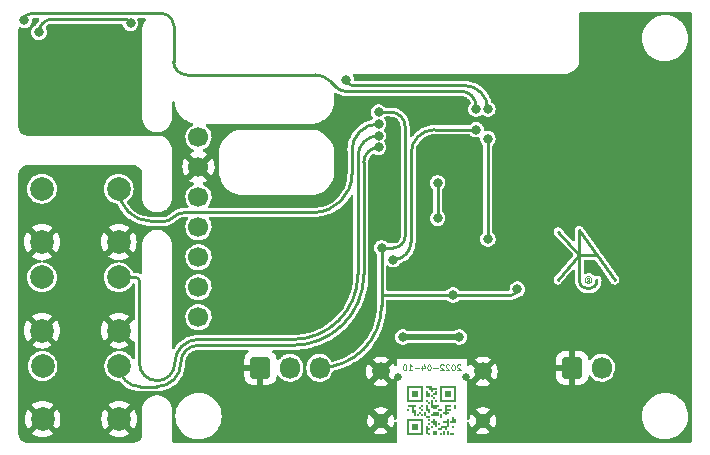
<source format=gbr>
%TF.GenerationSoftware,KiCad,Pcbnew,(6.0.2-0)*%
%TF.CreationDate,2022-04-10T10:20:28+01:00*%
%TF.ProjectId,EnvMon2,456e764d-6f6e-4322-9e6b-696361645f70,4*%
%TF.SameCoordinates,Original*%
%TF.FileFunction,Copper,L2,Bot*%
%TF.FilePolarity,Positive*%
%FSLAX46Y46*%
G04 Gerber Fmt 4.6, Leading zero omitted, Abs format (unit mm)*
G04 Created by KiCad (PCBNEW (6.0.2-0)) date 2022-04-10 10:20:28*
%MOMM*%
%LPD*%
G01*
G04 APERTURE LIST*
G04 Aperture macros list*
%AMRoundRect*
0 Rectangle with rounded corners*
0 $1 Rounding radius*
0 $2 $3 $4 $5 $6 $7 $8 $9 X,Y pos of 4 corners*
0 Add a 4 corners polygon primitive as box body*
4,1,4,$2,$3,$4,$5,$6,$7,$8,$9,$2,$3,0*
0 Add four circle primitives for the rounded corners*
1,1,$1+$1,$2,$3*
1,1,$1+$1,$4,$5*
1,1,$1+$1,$6,$7*
1,1,$1+$1,$8,$9*
0 Add four rect primitives between the rounded corners*
20,1,$1+$1,$2,$3,$4,$5,0*
20,1,$1+$1,$4,$5,$6,$7,0*
20,1,$1+$1,$6,$7,$8,$9,0*
20,1,$1+$1,$8,$9,$2,$3,0*%
G04 Aperture macros list end*
%ADD10C,0.100000*%
%TA.AperFunction,NonConductor*%
%ADD11C,0.100000*%
%TD*%
%TA.AperFunction,EtchedComponent*%
%ADD12C,0.250000*%
%TD*%
%TA.AperFunction,EtchedComponent*%
%ADD13C,0.080000*%
%TD*%
%TA.AperFunction,ComponentPad*%
%ADD14C,2.000000*%
%TD*%
%TA.AperFunction,ComponentPad*%
%ADD15RoundRect,0.250000X-0.600000X-0.675000X0.600000X-0.675000X0.600000X0.675000X-0.600000X0.675000X0*%
%TD*%
%TA.AperFunction,ComponentPad*%
%ADD16O,1.700000X1.850000*%
%TD*%
%TA.AperFunction,ComponentPad*%
%ADD17C,1.250000*%
%TD*%
%TA.AperFunction,ComponentPad*%
%ADD18C,0.670000*%
%TD*%
%TA.AperFunction,ComponentPad*%
%ADD19C,1.500000*%
%TD*%
%TA.AperFunction,ComponentPad*%
%ADD20C,1.700000*%
%TD*%
%TA.AperFunction,SMDPad,CuDef*%
%ADD21R,0.200000X0.200000*%
%TD*%
%TA.AperFunction,SMDPad,CuDef*%
%ADD22R,0.200000X0.400000*%
%TD*%
%TA.AperFunction,SMDPad,CuDef*%
%ADD23R,0.200000X0.800000*%
%TD*%
%TA.AperFunction,SMDPad,CuDef*%
%ADD24R,0.200000X0.600000*%
%TD*%
%TA.AperFunction,SMDPad,CuDef*%
%ADD25R,0.600000X0.200000*%
%TD*%
%TA.AperFunction,SMDPad,CuDef*%
%ADD26R,1.000000X0.200000*%
%TD*%
%TA.AperFunction,SMDPad,CuDef*%
%ADD27R,0.400000X0.200000*%
%TD*%
%TA.AperFunction,SMDPad,CuDef*%
%ADD28R,0.200000X1.200000*%
%TD*%
%TA.AperFunction,SMDPad,CuDef*%
%ADD29R,1.400000X0.200000*%
%TD*%
%TA.AperFunction,SMDPad,CuDef*%
%ADD30R,0.600000X0.600000*%
%TD*%
%TA.AperFunction,SMDPad,CuDef*%
%ADD31R,0.800000X0.200000*%
%TD*%
%TA.AperFunction,SMDPad,CuDef*%
%ADD32R,0.600000X0.400000*%
%TD*%
%TA.AperFunction,SMDPad,CuDef*%
%ADD33R,0.400000X0.400000*%
%TD*%
%TA.AperFunction,ViaPad*%
%ADD34C,0.800000*%
%TD*%
%TA.AperFunction,Conductor*%
%ADD35C,0.250000*%
%TD*%
%TA.AperFunction,Conductor*%
%ADD36C,0.500000*%
%TD*%
G04 APERTURE END LIST*
D10*
%TO.C,U5*%
D11*
X124678571Y-93173809D02*
X124654761Y-93150000D01*
X124607142Y-93126190D01*
X124488095Y-93126190D01*
X124440476Y-93150000D01*
X124416666Y-93173809D01*
X124392857Y-93221428D01*
X124392857Y-93269047D01*
X124416666Y-93340476D01*
X124702380Y-93626190D01*
X124392857Y-93626190D01*
X124083333Y-93126190D02*
X124035714Y-93126190D01*
X123988095Y-93150000D01*
X123964285Y-93173809D01*
X123940476Y-93221428D01*
X123916666Y-93316666D01*
X123916666Y-93435714D01*
X123940476Y-93530952D01*
X123964285Y-93578571D01*
X123988095Y-93602380D01*
X124035714Y-93626190D01*
X124083333Y-93626190D01*
X124130952Y-93602380D01*
X124154761Y-93578571D01*
X124178571Y-93530952D01*
X124202380Y-93435714D01*
X124202380Y-93316666D01*
X124178571Y-93221428D01*
X124154761Y-93173809D01*
X124130952Y-93150000D01*
X124083333Y-93126190D01*
X123726190Y-93173809D02*
X123702380Y-93150000D01*
X123654761Y-93126190D01*
X123535714Y-93126190D01*
X123488095Y-93150000D01*
X123464285Y-93173809D01*
X123440476Y-93221428D01*
X123440476Y-93269047D01*
X123464285Y-93340476D01*
X123750000Y-93626190D01*
X123440476Y-93626190D01*
X123250000Y-93173809D02*
X123226190Y-93150000D01*
X123178571Y-93126190D01*
X123059523Y-93126190D01*
X123011904Y-93150000D01*
X122988095Y-93173809D01*
X122964285Y-93221428D01*
X122964285Y-93269047D01*
X122988095Y-93340476D01*
X123273809Y-93626190D01*
X122964285Y-93626190D01*
X122750000Y-93435714D02*
X122369047Y-93435714D01*
X122035714Y-93126190D02*
X121988095Y-93126190D01*
X121940476Y-93150000D01*
X121916666Y-93173809D01*
X121892857Y-93221428D01*
X121869047Y-93316666D01*
X121869047Y-93435714D01*
X121892857Y-93530952D01*
X121916666Y-93578571D01*
X121940476Y-93602380D01*
X121988095Y-93626190D01*
X122035714Y-93626190D01*
X122083333Y-93602380D01*
X122107142Y-93578571D01*
X122130952Y-93530952D01*
X122154761Y-93435714D01*
X122154761Y-93316666D01*
X122130952Y-93221428D01*
X122107142Y-93173809D01*
X122083333Y-93150000D01*
X122035714Y-93126190D01*
X121440476Y-93292857D02*
X121440476Y-93626190D01*
X121559523Y-93102380D02*
X121678571Y-93459523D01*
X121369047Y-93459523D01*
X121178571Y-93435714D02*
X120797619Y-93435714D01*
X120297619Y-93626190D02*
X120583333Y-93626190D01*
X120440476Y-93626190D02*
X120440476Y-93126190D01*
X120488095Y-93197619D01*
X120535714Y-93245238D01*
X120583333Y-93269047D01*
X119988095Y-93126190D02*
X119940476Y-93126190D01*
X119892857Y-93150000D01*
X119869047Y-93173809D01*
X119845238Y-93221428D01*
X119821428Y-93316666D01*
X119821428Y-93435714D01*
X119845238Y-93530952D01*
X119869047Y-93578571D01*
X119892857Y-93602380D01*
X119940476Y-93626190D01*
X119988095Y-93626190D01*
X120035714Y-93602380D01*
X120059523Y-93578571D01*
X120083333Y-93530952D01*
X120107142Y-93435714D01*
X120107142Y-93316666D01*
X120083333Y-93221428D01*
X120059523Y-93173809D01*
X120035714Y-93150000D01*
X119988095Y-93126190D01*
D12*
%TO.C,Logo1*%
X134750000Y-83875000D02*
X132950000Y-85975000D01*
X134750000Y-81775000D02*
X137750000Y-85975000D01*
D13*
X135600000Y-85825000D02*
X135500000Y-85825000D01*
X135600000Y-85985000D02*
X135500000Y-85985000D01*
D12*
X132950000Y-81875000D02*
X134750000Y-83875000D01*
X134750000Y-81775000D02*
X134750000Y-85975000D01*
D13*
X135500000Y-85985000D02*
X135400000Y-86125000D01*
D12*
X134750000Y-83875000D02*
X136250000Y-83875000D01*
D13*
X135600000Y-85825000D02*
X135600000Y-86125000D01*
D12*
X134750000Y-85975000D02*
G75*
G03*
X136250000Y-85975000I750000J0D01*
G01*
D13*
X135500000Y-85825000D02*
G75*
G03*
X135500000Y-85985000I0J-80000D01*
G01*
X135820000Y-85985000D02*
G75*
G03*
X135820000Y-85985000I-300000J0D01*
G01*
%TD*%
D14*
%TO.P,SW3,1,1*%
%TO.N,BUTTON3*%
X89300000Y-93250000D03*
X95800000Y-93250000D03*
%TO.P,SW3,2,2*%
%TO.N,GND*%
X89300000Y-97750000D03*
X95800000Y-97750000D03*
%TD*%
%TO.P,SW2,1,1*%
%TO.N,BUTTON2*%
X89250000Y-85750000D03*
X95750000Y-85750000D03*
%TO.P,SW2,2,2*%
%TO.N,GND*%
X89250000Y-90250000D03*
X95750000Y-90250000D03*
%TD*%
%TO.P,SW1,1,1*%
%TO.N,BUTTON1*%
X89250000Y-78250000D03*
X95750000Y-78250000D03*
%TO.P,SW1,2,2*%
%TO.N,GND*%
X89250000Y-82750000D03*
X95750000Y-82750000D03*
%TD*%
D15*
%TO.P,J3,1,Pin_1*%
%TO.N,GND*%
X107750000Y-93400000D03*
D16*
%TO.P,J3,2,Pin_2*%
%TO.N,TEMP*%
X110250000Y-93400000D03*
%TO.P,J3,3,Pin_3*%
%TO.N,+3V3*%
X112750000Y-93400000D03*
%TD*%
D17*
%TO.P,J1,S1,SHIELD*%
%TO.N,GND*%
X117930000Y-97890000D03*
D18*
X125140000Y-94210000D03*
D17*
X126570000Y-97890000D03*
D19*
X117930000Y-93720000D03*
D18*
X119360000Y-94210000D03*
D19*
X126570000Y-93720000D03*
%TD*%
D20*
%TO.P,M1,1,Vcc*%
%TO.N,+3V3*%
X102500000Y-73880000D03*
%TO.P,M1,2,GND*%
%TO.N,GND*%
X102500000Y-76420000D03*
%TO.P,M1,3,DIN*%
%TO.N,OLED-MOSI*%
X102500000Y-78960000D03*
%TO.P,M1,4,CLK*%
%TO.N,OLED-SCK*%
X102500000Y-81500000D03*
%TO.P,M1,5,CS*%
%TO.N,OLED-CS*%
X102500000Y-84040000D03*
%TO.P,M1,6,DC*%
%TO.N,OLED-DC*%
X102500000Y-86580000D03*
%TO.P,M1,7,RST*%
%TO.N,OLED-RST*%
X102500000Y-89120000D03*
%TD*%
D15*
%TO.P,J2,1,GND*%
%TO.N,GND*%
X134150000Y-93400000D03*
D16*
%TO.P,J2,2,DC*%
%TO.N,DC*%
X136650000Y-93400000D03*
%TD*%
D21*
%TO.P,U5,*%
%TO.N,*%
X123650000Y-97200000D03*
X121250000Y-97200000D03*
D22*
X122050000Y-95700000D03*
X121650000Y-97300000D03*
D23*
X122250000Y-96500000D03*
D21*
X122250000Y-95400000D03*
X123850000Y-98000000D03*
D24*
X122650000Y-98200000D03*
D21*
X122250000Y-98000000D03*
X122650000Y-96200000D03*
X121450000Y-96600000D03*
D22*
X123050000Y-97500000D03*
D21*
X122050000Y-98600000D03*
D25*
X122050000Y-95000000D03*
D21*
X121450000Y-97400000D03*
X123450000Y-98600000D03*
X122850000Y-98200000D03*
D26*
X120850000Y-99000000D03*
D21*
X124050000Y-98400000D03*
D27*
X122950000Y-98600000D03*
D21*
X122250000Y-98400000D03*
D28*
X120250000Y-95700000D03*
D22*
X122650000Y-95500000D03*
D27*
X123950000Y-99000000D03*
D21*
X122450000Y-95600000D03*
X123250000Y-97200000D03*
X121050000Y-97400000D03*
D23*
X123650000Y-98100000D03*
D21*
X122450000Y-96000000D03*
D22*
X124250000Y-97900000D03*
D21*
X121850000Y-96200000D03*
X122050000Y-98200000D03*
D27*
X121950000Y-97600000D03*
D24*
X121850000Y-95600000D03*
D21*
X122050000Y-96400000D03*
D27*
X122550000Y-96800000D03*
D21*
X121250000Y-96800000D03*
D22*
X124250000Y-96700000D03*
D28*
X123050000Y-95700000D03*
X120250000Y-98500000D03*
D27*
X123750000Y-97000000D03*
D24*
X124050000Y-97800000D03*
D21*
X122050000Y-99000000D03*
D29*
X120850000Y-95000000D03*
D21*
X122250000Y-95800000D03*
X120250000Y-97000000D03*
X122250000Y-97400000D03*
D26*
X120850000Y-96200000D03*
D25*
X123650000Y-96600000D03*
D30*
X120850000Y-95600000D03*
D25*
X123250000Y-98400000D03*
D30*
X123650000Y-95600000D03*
D23*
X123450000Y-97100000D03*
D29*
X120850000Y-97800000D03*
D31*
X120550000Y-96600000D03*
D27*
X122950000Y-97000000D03*
D26*
X123650000Y-96200000D03*
D22*
X123250000Y-98900000D03*
D32*
X122650000Y-97300000D03*
D28*
X121450000Y-98500000D03*
D30*
X120850000Y-98400000D03*
D24*
X121850000Y-96800000D03*
D31*
X122350000Y-95200000D03*
D33*
X122550000Y-98900000D03*
D28*
X121450000Y-95700000D03*
D24*
X120850000Y-97200000D03*
D27*
X123350000Y-98000000D03*
D29*
X123650000Y-95000000D03*
D21*
X122050000Y-97800000D03*
D24*
X122450000Y-98000000D03*
D22*
X122050000Y-97100000D03*
X123650000Y-98900000D03*
D28*
X124250000Y-95700000D03*
D24*
X120650000Y-97000000D03*
D21*
X121450000Y-97000000D03*
X123050000Y-99000000D03*
D25*
X122650000Y-96600000D03*
D23*
X121850000Y-98700000D03*
%TD*%
D34*
%TO.N,GND*%
X129750000Y-69000000D03*
%TO.N,+3V3*%
X118000000Y-83250000D03*
X117750000Y-71750000D03*
%TO.N,BUTTON1*%
X117750000Y-72750000D03*
%TO.N,BUTTON2*%
X117750000Y-73750000D03*
%TO.N,BUTTON3*%
X117750000Y-74750000D03*
%TO.N,EN*%
X122750000Y-77750000D03*
%TO.N,VBUS*%
X124600000Y-90800000D03*
X119800000Y-90800000D03*
%TO.N,GND*%
X88500000Y-72400000D03*
X92500000Y-68500000D03*
X137000000Y-69750000D03*
X135250000Y-80500000D03*
%TO.N,+3V3*%
X124050000Y-87250000D03*
X129500000Y-86750000D03*
%TO.N,CO2-SDA*%
X96750000Y-64250000D03*
X89000000Y-65000000D03*
X115000000Y-69000000D03*
X127000000Y-71500000D03*
%TO.N,CO2-SCL*%
X87750000Y-64000000D03*
X126000000Y-71500000D03*
%TO.N,O*%
X119000000Y-84250000D03*
X126000000Y-73250000D03*
%TO.N,I*%
X127000000Y-82500000D03*
X127000000Y-74000000D03*
%TO.N,EN*%
X122750000Y-80750000D03*
%TD*%
D35*
%TO.N,BUTTON3*%
X97550000Y-95000000D02*
G75*
G02*
X95800000Y-93250000I0J1750000D01*
G01*
X117750000Y-74750000D02*
G75*
G03*
X116500000Y-76000000I2J-1250002D01*
G01*
X101000000Y-93000000D02*
G75*
G02*
X99000000Y-95000000I-1999999J-1D01*
G01*
X102500000Y-91500000D02*
G75*
G03*
X101000000Y-93000000I1J-1500001D01*
G01*
X116500000Y-85500000D02*
G75*
G02*
X110500000Y-91500000I-5999999J-1D01*
G01*
X97550000Y-95000000D02*
X99000000Y-95000000D01*
X102500000Y-91500000D02*
X110500000Y-91500000D01*
X116500000Y-85500000D02*
X116500000Y-76000000D01*
%TO.N,BUTTON2*%
X100500000Y-93000000D02*
G75*
G02*
X99000000Y-94500000I-1500001J1D01*
G01*
X97500000Y-86085787D02*
G75*
G03*
X97164213Y-85750000I-335788J-1D01*
G01*
X116000000Y-85500000D02*
G75*
G02*
X110500000Y-91000000I-5500001J1D01*
G01*
X99000000Y-94500000D02*
G75*
G02*
X97500000Y-93000000I1J1500001D01*
G01*
X102500000Y-91000000D02*
G75*
G03*
X100500000Y-93000000I-1J-1999999D01*
G01*
X95750000Y-85750000D02*
X97164213Y-85750000D01*
X117750000Y-73750000D02*
G75*
G03*
X116000000Y-75500000I0J-1750000D01*
G01*
X97500000Y-86085787D02*
X97500000Y-93000000D01*
X116000000Y-85500000D02*
X116000000Y-75500000D01*
X102500000Y-91000000D02*
X110500000Y-91000000D01*
%TO.N,BUTTON1*%
X98500000Y-81000000D02*
G75*
G02*
X95750000Y-78250000I-1J2749999D01*
G01*
X100250000Y-80750000D02*
G75*
G02*
X99646447Y-81000000I-603553J603552D01*
G01*
X101457106Y-80250001D02*
G75*
G03*
X100250001Y-80750001I1J-1707107D01*
G01*
X115500000Y-77000000D02*
G75*
G02*
X112250000Y-80250000I-3250000J0D01*
G01*
X117750000Y-72750000D02*
G75*
G03*
X115500000Y-75000000I1J-2250001D01*
G01*
X98500000Y-81000000D02*
X99646447Y-81000000D01*
X101457106Y-80250000D02*
X112250000Y-80250000D01*
X115500000Y-77000000D02*
X115500000Y-75000000D01*
%TO.N,+3V3*%
X118000000Y-88150000D02*
X118000000Y-83250000D01*
X124050000Y-87250000D02*
X118000000Y-87250000D01*
X118000000Y-88150000D02*
G75*
G02*
X112750000Y-93400000I-5249999J-1D01*
G01*
%TO.N,O*%
X120500000Y-82750000D02*
G75*
G02*
X119000000Y-84250000I-1500001J1D01*
G01*
X122500000Y-73250000D02*
G75*
G03*
X120500000Y-75250000I-1J-1999999D01*
G01*
X120500000Y-82750000D02*
X120500000Y-75250000D01*
X122500000Y-73250000D02*
X126000000Y-73250000D01*
%TO.N,+3V3*%
X118000000Y-83250000D02*
X119000000Y-83250000D01*
X120000000Y-82250000D02*
X120000000Y-73000000D01*
X120000000Y-82250000D02*
G75*
G02*
X119000000Y-83250000I-999999J-1D01*
G01*
X118750000Y-71750000D02*
G75*
G02*
X120000000Y-73000000I-2J-1250002D01*
G01*
X118750000Y-71750000D02*
X117750000Y-71750000D01*
%TO.N,EN*%
X122750000Y-77750000D02*
X122750000Y-80750000D01*
D36*
%TO.N,VBUS*%
X124600000Y-90800000D02*
X119800000Y-90800000D01*
D35*
%TO.N,GND*%
X101650000Y-75570000D02*
X102500000Y-76420000D01*
X97600000Y-73600000D02*
X99680000Y-73600000D01*
X101650000Y-75570000D02*
G75*
G03*
X99680000Y-73600000I-1970001J-1D01*
G01*
X97600000Y-73600000D02*
G75*
G02*
X92500000Y-68500000I-1J5099999D01*
G01*
%TO.N,+3V3*%
X124050000Y-87250000D02*
X129000000Y-87250000D01*
X129500000Y-86750000D02*
G75*
G02*
X129000000Y-87250000I-500001J1D01*
G01*
%TO.N,CO2-SDA*%
X115500000Y-69500000D02*
X125000000Y-69500000D01*
X90100000Y-63900000D02*
X96400000Y-63900000D01*
X115500000Y-69500000D02*
G75*
G02*
X115000000Y-69000000I1J500001D01*
G01*
X96750000Y-64250000D02*
G75*
G03*
X96400000Y-63900000I-350001J-1D01*
G01*
X127000000Y-71500000D02*
G75*
G03*
X125000000Y-69500000I-1999999J1D01*
G01*
X90100000Y-63900000D02*
G75*
G03*
X89000000Y-65000000I2J-1100002D01*
G01*
%TO.N,CO2-SCL*%
X115000000Y-70000000D02*
X124750000Y-70000000D01*
X100400000Y-64450000D02*
X100400000Y-67500000D01*
X113600000Y-69100000D02*
X114146446Y-69646446D01*
X88350000Y-63400000D02*
X99350000Y-63400000D01*
X101500000Y-68600000D02*
X112392894Y-68600000D01*
X126000000Y-71250000D02*
X126000000Y-71500000D01*
X101500000Y-68600000D02*
G75*
G02*
X100400000Y-67500000I2J1100002D01*
G01*
X126000000Y-71250000D02*
G75*
G03*
X124750000Y-70000000I-1250002J-2D01*
G01*
X115000000Y-70000000D02*
G75*
G02*
X114146446Y-69646446I2J1207111D01*
G01*
X113600000Y-69100000D02*
G75*
G03*
X112392894Y-68600000I-1207107J-1207108D01*
G01*
X88350000Y-63400000D02*
G75*
G03*
X87750000Y-64000000I0J-600000D01*
G01*
X100400000Y-64450000D02*
G75*
G03*
X99350000Y-63400000I-1050000J0D01*
G01*
%TO.N,I*%
X127000000Y-82500000D02*
X127000000Y-74000000D01*
%TD*%
%TA.AperFunction,Conductor*%
%TO.N,GND*%
G36*
X144188121Y-63274002D02*
G01*
X144234614Y-63327658D01*
X144246000Y-63380000D01*
X144246000Y-99620000D01*
X144225998Y-99688121D01*
X144172342Y-99734614D01*
X144120000Y-99746000D01*
X125326000Y-99746000D01*
X125257879Y-99725998D01*
X125211386Y-99672342D01*
X125200000Y-99620000D01*
X125200000Y-98849319D01*
X125975041Y-98849319D01*
X125984923Y-98861809D01*
X126022259Y-98886756D01*
X126032371Y-98892247D01*
X126213081Y-98969885D01*
X126224014Y-98973437D01*
X126415844Y-99016845D01*
X126427253Y-99018347D01*
X126623783Y-99026068D01*
X126635265Y-99025466D01*
X126829905Y-98997245D01*
X126841101Y-98994557D01*
X127027343Y-98931336D01*
X127037840Y-98926662D01*
X127156401Y-98860266D01*
X127166264Y-98850189D01*
X127163309Y-98842519D01*
X126582812Y-98262022D01*
X126568868Y-98254408D01*
X126567035Y-98254539D01*
X126560420Y-98258790D01*
X125981237Y-98837973D01*
X125975041Y-98849319D01*
X125200000Y-98849319D01*
X125200000Y-98106765D01*
X125220002Y-98038644D01*
X125273658Y-97992151D01*
X125343932Y-97982047D01*
X125408512Y-98011541D01*
X125448123Y-98075749D01*
X125495991Y-98264228D01*
X125499829Y-98275066D01*
X125582173Y-98453685D01*
X125587922Y-98463642D01*
X125597850Y-98477690D01*
X125608439Y-98486078D01*
X125621740Y-98479050D01*
X126197978Y-97902812D01*
X126204356Y-97891132D01*
X126934408Y-97891132D01*
X126934539Y-97892965D01*
X126938790Y-97899580D01*
X127518603Y-98479393D01*
X127530983Y-98486153D01*
X127537563Y-98481227D01*
X127606662Y-98357840D01*
X127611336Y-98347343D01*
X127674557Y-98161101D01*
X127677245Y-98149905D01*
X127705762Y-97953224D01*
X127706392Y-97945843D01*
X127707757Y-97893704D01*
X127707514Y-97886305D01*
X127689330Y-97688397D01*
X127687233Y-97677083D01*
X127633846Y-97487789D01*
X127629724Y-97477050D01*
X127625895Y-97469285D01*
X140044759Y-97469285D01*
X140045003Y-97473720D01*
X140045003Y-97473724D01*
X140057740Y-97705144D01*
X140059938Y-97745087D01*
X140113825Y-98015999D01*
X140205347Y-98276616D01*
X140332678Y-98521737D01*
X140335261Y-98525352D01*
X140335265Y-98525358D01*
X140490687Y-98742850D01*
X140493275Y-98746471D01*
X140537836Y-98793183D01*
X140669628Y-98931336D01*
X140683936Y-98946335D01*
X140687431Y-98949091D01*
X140687433Y-98949092D01*
X140872777Y-99095205D01*
X140900856Y-99117341D01*
X140962559Y-99153181D01*
X141135853Y-99253839D01*
X141135859Y-99253842D01*
X141139707Y-99256077D01*
X141395723Y-99359774D01*
X141400036Y-99360845D01*
X141400041Y-99360847D01*
X141659475Y-99425291D01*
X141659480Y-99425292D01*
X141663796Y-99426364D01*
X141668224Y-99426818D01*
X141668226Y-99426818D01*
X141743339Y-99434514D01*
X141899370Y-99450500D01*
X142070362Y-99450500D01*
X142275530Y-99435973D01*
X142279885Y-99435035D01*
X142279888Y-99435035D01*
X142541215Y-99378773D01*
X142541217Y-99378773D01*
X142545562Y-99377837D01*
X142804709Y-99282233D01*
X142853185Y-99256077D01*
X143043884Y-99153181D01*
X143047800Y-99151068D01*
X143269984Y-98986960D01*
X143287330Y-98969885D01*
X143463648Y-98796314D01*
X143466829Y-98793183D01*
X143634406Y-98573604D01*
X143769373Y-98332604D01*
X143797930Y-98258790D01*
X143826202Y-98185710D01*
X143869036Y-98074991D01*
X143888238Y-97992151D01*
X143911056Y-97893704D01*
X143931407Y-97805905D01*
X143955241Y-97530715D01*
X143954540Y-97517978D01*
X143940307Y-97259356D01*
X143940306Y-97259349D01*
X143940062Y-97254913D01*
X143896802Y-97037425D01*
X143887043Y-96988364D01*
X143887042Y-96988362D01*
X143886175Y-96984001D01*
X143794653Y-96723384D01*
X143667322Y-96478263D01*
X143664739Y-96474648D01*
X143664735Y-96474642D01*
X143509313Y-96257150D01*
X143509310Y-96257146D01*
X143506725Y-96253529D01*
X143316064Y-96053665D01*
X143312567Y-96050908D01*
X143102639Y-95885414D01*
X143102637Y-95885413D01*
X143099144Y-95882659D01*
X142986609Y-95817294D01*
X142864147Y-95746161D01*
X142864141Y-95746158D01*
X142860293Y-95743923D01*
X142604277Y-95640226D01*
X142599964Y-95639155D01*
X142599959Y-95639153D01*
X142340525Y-95574709D01*
X142340520Y-95574708D01*
X142336204Y-95573636D01*
X142331776Y-95573182D01*
X142331774Y-95573182D01*
X142251573Y-95564965D01*
X142100630Y-95549500D01*
X141929638Y-95549500D01*
X141724470Y-95564027D01*
X141720115Y-95564965D01*
X141720112Y-95564965D01*
X141458785Y-95621227D01*
X141458783Y-95621227D01*
X141454438Y-95622163D01*
X141195291Y-95717767D01*
X141191373Y-95719881D01*
X141079571Y-95780206D01*
X140952200Y-95848932D01*
X140730016Y-96013040D01*
X140533171Y-96206817D01*
X140365594Y-96426396D01*
X140363416Y-96430285D01*
X140273170Y-96591431D01*
X140230627Y-96667396D01*
X140130964Y-96925009D01*
X140068593Y-97194095D01*
X140044759Y-97469285D01*
X127625895Y-97469285D01*
X127542736Y-97300656D01*
X127541577Y-97298765D01*
X127532732Y-97292126D01*
X127520312Y-97298898D01*
X126942022Y-97877188D01*
X126934408Y-97891132D01*
X126204356Y-97891132D01*
X126205592Y-97888868D01*
X126205461Y-97887035D01*
X126201210Y-97880420D01*
X125620031Y-97299241D01*
X125607651Y-97292481D01*
X125601685Y-97296947D01*
X125521452Y-97449445D01*
X125517047Y-97460079D01*
X125458724Y-97647910D01*
X125456332Y-97659164D01*
X125451127Y-97703140D01*
X125423256Y-97768437D01*
X125364508Y-97808301D01*
X125293533Y-97810075D01*
X125232867Y-97773196D01*
X125201769Y-97709372D01*
X125200000Y-97688330D01*
X125200000Y-96930436D01*
X125974547Y-96930436D01*
X125978033Y-96938823D01*
X126557188Y-97517978D01*
X126571132Y-97525592D01*
X126572965Y-97525461D01*
X126579580Y-97521210D01*
X127158407Y-96942383D01*
X127165167Y-96930003D01*
X127159137Y-96921948D01*
X127091459Y-96879246D01*
X127081211Y-96874025D01*
X126898531Y-96801143D01*
X126887504Y-96797876D01*
X126694605Y-96759506D01*
X126683159Y-96758303D01*
X126486507Y-96755730D01*
X126475027Y-96756633D01*
X126281199Y-96789938D01*
X126270079Y-96792918D01*
X126085557Y-96860992D01*
X126075179Y-96865942D01*
X125984146Y-96920101D01*
X125974547Y-96930436D01*
X125200000Y-96930436D01*
X125200000Y-94770161D01*
X125884393Y-94770161D01*
X125893687Y-94782175D01*
X125934088Y-94810464D01*
X125943584Y-94815947D01*
X126133113Y-94904326D01*
X126143405Y-94908072D01*
X126345401Y-94962196D01*
X126356196Y-94964099D01*
X126564525Y-94982326D01*
X126575475Y-94982326D01*
X126783804Y-94964099D01*
X126794599Y-94962196D01*
X126996595Y-94908072D01*
X127006887Y-94904326D01*
X127196416Y-94815947D01*
X127205912Y-94810464D01*
X127247148Y-94781590D01*
X127255523Y-94771112D01*
X127248457Y-94757668D01*
X126582811Y-94092021D01*
X126568868Y-94084408D01*
X126567034Y-94084539D01*
X126560420Y-94088790D01*
X125890820Y-94758391D01*
X125884393Y-94770161D01*
X125200000Y-94770161D01*
X125200000Y-94327056D01*
X125220002Y-94258935D01*
X125273658Y-94212442D01*
X125343932Y-94202338D01*
X125408512Y-94231832D01*
X125440195Y-94273806D01*
X125474054Y-94346417D01*
X125479534Y-94355907D01*
X125508411Y-94397149D01*
X125518887Y-94405523D01*
X125532334Y-94398455D01*
X126197979Y-93732811D01*
X126204356Y-93721132D01*
X126934408Y-93721132D01*
X126934539Y-93722966D01*
X126938790Y-93729580D01*
X127608391Y-94399180D01*
X127620161Y-94405607D01*
X127632176Y-94396311D01*
X127660466Y-94355907D01*
X127665946Y-94346417D01*
X127754326Y-94156887D01*
X127758072Y-94146595D01*
X127764637Y-94122095D01*
X132792001Y-94122095D01*
X132792338Y-94128614D01*
X132802257Y-94224206D01*
X132805149Y-94237600D01*
X132856588Y-94391784D01*
X132862761Y-94404962D01*
X132948063Y-94542807D01*
X132957099Y-94554208D01*
X133071829Y-94668739D01*
X133083240Y-94677751D01*
X133221243Y-94762816D01*
X133234424Y-94768963D01*
X133388710Y-94820138D01*
X133402086Y-94823005D01*
X133496438Y-94832672D01*
X133502854Y-94833000D01*
X133877885Y-94833000D01*
X133893124Y-94828525D01*
X133894329Y-94827135D01*
X133896000Y-94819452D01*
X133896000Y-94814884D01*
X134404000Y-94814884D01*
X134408475Y-94830123D01*
X134409865Y-94831328D01*
X134417548Y-94832999D01*
X134797095Y-94832999D01*
X134803614Y-94832662D01*
X134899206Y-94822743D01*
X134912600Y-94819851D01*
X135066784Y-94768412D01*
X135079962Y-94762239D01*
X135217807Y-94676937D01*
X135229208Y-94667901D01*
X135343739Y-94553171D01*
X135352751Y-94541760D01*
X135437816Y-94403757D01*
X135443963Y-94390576D01*
X135495138Y-94236290D01*
X135498005Y-94222914D01*
X135504869Y-94155919D01*
X135531710Y-94090192D01*
X135589824Y-94049410D01*
X135660762Y-94046520D01*
X135722001Y-94082442D01*
X135729299Y-94090928D01*
X135846514Y-94240149D01*
X135851044Y-94244080D01*
X135851045Y-94244081D01*
X136001165Y-94374350D01*
X136001170Y-94374354D01*
X136005696Y-94378281D01*
X136188126Y-94483819D01*
X136387222Y-94552957D01*
X136393155Y-94553817D01*
X136393158Y-94553818D01*
X136589860Y-94582338D01*
X136589863Y-94582338D01*
X136595800Y-94583199D01*
X136806333Y-94573455D01*
X136812157Y-94572051D01*
X136812160Y-94572051D01*
X137005393Y-94525482D01*
X137005395Y-94525481D01*
X137011226Y-94524076D01*
X137016684Y-94521594D01*
X137016688Y-94521593D01*
X137152767Y-94459721D01*
X137203084Y-94436843D01*
X137374986Y-94314904D01*
X137520728Y-94162660D01*
X137577710Y-94074410D01*
X137631800Y-93990640D01*
X137631801Y-93990637D01*
X137635052Y-93985603D01*
X137713834Y-93790122D01*
X137754229Y-93583271D01*
X137754500Y-93577730D01*
X137754500Y-93272341D01*
X137739507Y-93115194D01*
X137680177Y-92912958D01*
X137629371Y-92814312D01*
X137586422Y-92730921D01*
X137586420Y-92730918D01*
X137583676Y-92725590D01*
X137514355Y-92637340D01*
X137457192Y-92564568D01*
X137457188Y-92564564D01*
X137453486Y-92559851D01*
X137448955Y-92555919D01*
X137298835Y-92425650D01*
X137298830Y-92425646D01*
X137294304Y-92421719D01*
X137111874Y-92316181D01*
X136912778Y-92247043D01*
X136906845Y-92246183D01*
X136906842Y-92246182D01*
X136710140Y-92217662D01*
X136710137Y-92217662D01*
X136704200Y-92216801D01*
X136493667Y-92226545D01*
X136487843Y-92227949D01*
X136487840Y-92227949D01*
X136294607Y-92274518D01*
X136294605Y-92274519D01*
X136288774Y-92275924D01*
X136283316Y-92278406D01*
X136283312Y-92278407D01*
X136204562Y-92314213D01*
X136096916Y-92363157D01*
X136033395Y-92408216D01*
X135937977Y-92475901D01*
X135925014Y-92485096D01*
X135849757Y-92563710D01*
X135790759Y-92625341D01*
X135779272Y-92637340D01*
X135776021Y-92642375D01*
X135736447Y-92703664D01*
X135682692Y-92750042D01*
X135612396Y-92759995D01*
X135547879Y-92730363D01*
X135509623Y-92670555D01*
X135505268Y-92648319D01*
X135497743Y-92575794D01*
X135494851Y-92562400D01*
X135443412Y-92408216D01*
X135437239Y-92395038D01*
X135351937Y-92257193D01*
X135342901Y-92245792D01*
X135228171Y-92131261D01*
X135216760Y-92122249D01*
X135078757Y-92037184D01*
X135065576Y-92031037D01*
X134911290Y-91979862D01*
X134897914Y-91976995D01*
X134803562Y-91967328D01*
X134797145Y-91967000D01*
X134422115Y-91967000D01*
X134406876Y-91971475D01*
X134405671Y-91972865D01*
X134404000Y-91980548D01*
X134404000Y-94814884D01*
X133896000Y-94814884D01*
X133896000Y-93672115D01*
X133891525Y-93656876D01*
X133890135Y-93655671D01*
X133882452Y-93654000D01*
X132810116Y-93654000D01*
X132794877Y-93658475D01*
X132793672Y-93659865D01*
X132792001Y-93667548D01*
X132792001Y-94122095D01*
X127764637Y-94122095D01*
X127812196Y-93944599D01*
X127814099Y-93933804D01*
X127832326Y-93725475D01*
X127832326Y-93714525D01*
X127814099Y-93506196D01*
X127812196Y-93495401D01*
X127758072Y-93293405D01*
X127754326Y-93283113D01*
X127681941Y-93127885D01*
X132792000Y-93127885D01*
X132796475Y-93143124D01*
X132797865Y-93144329D01*
X132805548Y-93146000D01*
X133877885Y-93146000D01*
X133893124Y-93141525D01*
X133894329Y-93140135D01*
X133896000Y-93132452D01*
X133896000Y-91985116D01*
X133891525Y-91969877D01*
X133890135Y-91968672D01*
X133882452Y-91967001D01*
X133502905Y-91967001D01*
X133496386Y-91967338D01*
X133400794Y-91977257D01*
X133387400Y-91980149D01*
X133233216Y-92031588D01*
X133220038Y-92037761D01*
X133082193Y-92123063D01*
X133070792Y-92132099D01*
X132956261Y-92246829D01*
X132947249Y-92258240D01*
X132862184Y-92396243D01*
X132856037Y-92409424D01*
X132804862Y-92563710D01*
X132801995Y-92577086D01*
X132792328Y-92671438D01*
X132792000Y-92677855D01*
X132792000Y-93127885D01*
X127681941Y-93127885D01*
X127665946Y-93093583D01*
X127660466Y-93084093D01*
X127631589Y-93042851D01*
X127621113Y-93034477D01*
X127607666Y-93041545D01*
X126942021Y-93707189D01*
X126934408Y-93721132D01*
X126204356Y-93721132D01*
X126205592Y-93718868D01*
X126205461Y-93717034D01*
X126201210Y-93710420D01*
X125531609Y-93040820D01*
X125519839Y-93034393D01*
X125507824Y-93043689D01*
X125479534Y-93084093D01*
X125474054Y-93093583D01*
X125440195Y-93166194D01*
X125393277Y-93219479D01*
X125325000Y-93238940D01*
X125257040Y-93218398D01*
X125210975Y-93164375D01*
X125200000Y-93112944D01*
X125200000Y-92668887D01*
X125884477Y-92668887D01*
X125891545Y-92682334D01*
X126557189Y-93347979D01*
X126571132Y-93355592D01*
X126572966Y-93355461D01*
X126579580Y-93351210D01*
X127249180Y-92681609D01*
X127255607Y-92669839D01*
X127246313Y-92657825D01*
X127205912Y-92629536D01*
X127196416Y-92624053D01*
X127006887Y-92535674D01*
X126996595Y-92531928D01*
X126794599Y-92477804D01*
X126783804Y-92475901D01*
X126575475Y-92457674D01*
X126564525Y-92457674D01*
X126356196Y-92475901D01*
X126345401Y-92477804D01*
X126143405Y-92531928D01*
X126133113Y-92535674D01*
X125943583Y-92624054D01*
X125934093Y-92629534D01*
X125892851Y-92658411D01*
X125884477Y-92668887D01*
X125200000Y-92668887D01*
X125200000Y-92650000D01*
X119300000Y-92650000D01*
X119300000Y-93112944D01*
X119279998Y-93181065D01*
X119226342Y-93227558D01*
X119156068Y-93237662D01*
X119091488Y-93208168D01*
X119059805Y-93166194D01*
X119025946Y-93093583D01*
X119020466Y-93084093D01*
X118991589Y-93042851D01*
X118981113Y-93034477D01*
X118967666Y-93041545D01*
X118302021Y-93707189D01*
X118294408Y-93721132D01*
X118294539Y-93722966D01*
X118298790Y-93729580D01*
X118968391Y-94399180D01*
X118980161Y-94405607D01*
X118992176Y-94396311D01*
X119020466Y-94355907D01*
X119025946Y-94346417D01*
X119059805Y-94273806D01*
X119106723Y-94220521D01*
X119175000Y-94201060D01*
X119242960Y-94221602D01*
X119289025Y-94275625D01*
X119300000Y-94327056D01*
X119300000Y-97669646D01*
X119279998Y-97737767D01*
X119226342Y-97784260D01*
X119156068Y-97794364D01*
X119091488Y-97764870D01*
X119053104Y-97705144D01*
X119050110Y-97692607D01*
X119047233Y-97677083D01*
X118993846Y-97487789D01*
X118989724Y-97477050D01*
X118902736Y-97300656D01*
X118901577Y-97298765D01*
X118892732Y-97292126D01*
X118880312Y-97298898D01*
X118302022Y-97877188D01*
X118294408Y-97891132D01*
X118294539Y-97892965D01*
X118298790Y-97899580D01*
X118878603Y-98479393D01*
X118890983Y-98486153D01*
X118897563Y-98481227D01*
X118966662Y-98357840D01*
X118971336Y-98347343D01*
X119034557Y-98161101D01*
X119037245Y-98149905D01*
X119049304Y-98066734D01*
X119078874Y-98002188D01*
X119138646Y-97963876D01*
X119209642Y-97963960D01*
X119269323Y-98002415D01*
X119298739Y-98067031D01*
X119300000Y-98084814D01*
X119300000Y-99620000D01*
X119279998Y-99688121D01*
X119226342Y-99734614D01*
X119174000Y-99746000D01*
X100380000Y-99746000D01*
X100311879Y-99725998D01*
X100265386Y-99672342D01*
X100254000Y-99620000D01*
X100254000Y-97469285D01*
X100544759Y-97469285D01*
X100545003Y-97473720D01*
X100545003Y-97473724D01*
X100557740Y-97705144D01*
X100559938Y-97745087D01*
X100613825Y-98015999D01*
X100705347Y-98276616D01*
X100832678Y-98521737D01*
X100835261Y-98525352D01*
X100835265Y-98525358D01*
X100990687Y-98742850D01*
X100993275Y-98746471D01*
X101037836Y-98793183D01*
X101169628Y-98931336D01*
X101183936Y-98946335D01*
X101187431Y-98949091D01*
X101187433Y-98949092D01*
X101372777Y-99095205D01*
X101400856Y-99117341D01*
X101462559Y-99153181D01*
X101635853Y-99253839D01*
X101635859Y-99253842D01*
X101639707Y-99256077D01*
X101895723Y-99359774D01*
X101900036Y-99360845D01*
X101900041Y-99360847D01*
X102159475Y-99425291D01*
X102159480Y-99425292D01*
X102163796Y-99426364D01*
X102168224Y-99426818D01*
X102168226Y-99426818D01*
X102243339Y-99434514D01*
X102399370Y-99450500D01*
X102570362Y-99450500D01*
X102775530Y-99435973D01*
X102779885Y-99435035D01*
X102779888Y-99435035D01*
X103041215Y-99378773D01*
X103041217Y-99378773D01*
X103045562Y-99377837D01*
X103304709Y-99282233D01*
X103353185Y-99256077D01*
X103543884Y-99153181D01*
X103547800Y-99151068D01*
X103769984Y-98986960D01*
X103787330Y-98969885D01*
X103909804Y-98849319D01*
X117335041Y-98849319D01*
X117344923Y-98861809D01*
X117382259Y-98886756D01*
X117392371Y-98892247D01*
X117573081Y-98969885D01*
X117584014Y-98973437D01*
X117775844Y-99016845D01*
X117787253Y-99018347D01*
X117983783Y-99026068D01*
X117995265Y-99025466D01*
X118189905Y-98997245D01*
X118201101Y-98994557D01*
X118387343Y-98931336D01*
X118397840Y-98926662D01*
X118516401Y-98860266D01*
X118526264Y-98850189D01*
X118523309Y-98842519D01*
X117942812Y-98262022D01*
X117928868Y-98254408D01*
X117927035Y-98254539D01*
X117920420Y-98258790D01*
X117341237Y-98837973D01*
X117335041Y-98849319D01*
X103909804Y-98849319D01*
X103963648Y-98796314D01*
X103966829Y-98793183D01*
X104134406Y-98573604D01*
X104269373Y-98332604D01*
X104297930Y-98258790D01*
X104326202Y-98185710D01*
X104369036Y-98074991D01*
X104388238Y-97992151D01*
X104411056Y-97893704D01*
X104417482Y-97865980D01*
X116792914Y-97865980D01*
X116805777Y-98062233D01*
X116807577Y-98073601D01*
X116855991Y-98264228D01*
X116859829Y-98275066D01*
X116942173Y-98453685D01*
X116947922Y-98463642D01*
X116957850Y-98477690D01*
X116968439Y-98486078D01*
X116981740Y-98479050D01*
X117557978Y-97902812D01*
X117565592Y-97888868D01*
X117565461Y-97887035D01*
X117561210Y-97880420D01*
X116980031Y-97299241D01*
X116967651Y-97292481D01*
X116961685Y-97296947D01*
X116881452Y-97449445D01*
X116877047Y-97460079D01*
X116818724Y-97647910D01*
X116816332Y-97659164D01*
X116793215Y-97854479D01*
X116792914Y-97865980D01*
X104417482Y-97865980D01*
X104431407Y-97805905D01*
X104455241Y-97530715D01*
X104454540Y-97517978D01*
X104440307Y-97259356D01*
X104440306Y-97259349D01*
X104440062Y-97254913D01*
X104396802Y-97037425D01*
X104387043Y-96988364D01*
X104387042Y-96988362D01*
X104386175Y-96984001D01*
X104367364Y-96930436D01*
X117334547Y-96930436D01*
X117338033Y-96938823D01*
X117917188Y-97517978D01*
X117931132Y-97525592D01*
X117932965Y-97525461D01*
X117939580Y-97521210D01*
X118518407Y-96942383D01*
X118525167Y-96930003D01*
X118519137Y-96921948D01*
X118451459Y-96879246D01*
X118441211Y-96874025D01*
X118258531Y-96801143D01*
X118247504Y-96797876D01*
X118054605Y-96759506D01*
X118043159Y-96758303D01*
X117846507Y-96755730D01*
X117835027Y-96756633D01*
X117641199Y-96789938D01*
X117630079Y-96792918D01*
X117445557Y-96860992D01*
X117435179Y-96865942D01*
X117344146Y-96920101D01*
X117334547Y-96930436D01*
X104367364Y-96930436D01*
X104294653Y-96723384D01*
X104167322Y-96478263D01*
X104164739Y-96474648D01*
X104164735Y-96474642D01*
X104009313Y-96257150D01*
X104009310Y-96257146D01*
X104006725Y-96253529D01*
X103816064Y-96053665D01*
X103812567Y-96050908D01*
X103602639Y-95885414D01*
X103602637Y-95885413D01*
X103599144Y-95882659D01*
X103486609Y-95817294D01*
X103364147Y-95746161D01*
X103364141Y-95746158D01*
X103360293Y-95743923D01*
X103104277Y-95640226D01*
X103099964Y-95639155D01*
X103099959Y-95639153D01*
X102840525Y-95574709D01*
X102840520Y-95574708D01*
X102836204Y-95573636D01*
X102831776Y-95573182D01*
X102831774Y-95573182D01*
X102751573Y-95564965D01*
X102600630Y-95549500D01*
X102429638Y-95549500D01*
X102224470Y-95564027D01*
X102220115Y-95564965D01*
X102220112Y-95564965D01*
X101958785Y-95621227D01*
X101958783Y-95621227D01*
X101954438Y-95622163D01*
X101695291Y-95717767D01*
X101691373Y-95719881D01*
X101579571Y-95780206D01*
X101452200Y-95848932D01*
X101230016Y-96013040D01*
X101033171Y-96206817D01*
X100865594Y-96426396D01*
X100863416Y-96430285D01*
X100773170Y-96591431D01*
X100730627Y-96667396D01*
X100630964Y-96925009D01*
X100568593Y-97194095D01*
X100544759Y-97469285D01*
X100254000Y-97469285D01*
X100254000Y-97037425D01*
X100256421Y-97012844D01*
X100258976Y-97000000D01*
X100257814Y-96994157D01*
X100241136Y-96792891D01*
X100190120Y-96591431D01*
X100176997Y-96561512D01*
X100108735Y-96405892D01*
X100106640Y-96401116D01*
X99992974Y-96227137D01*
X99989449Y-96223308D01*
X99989446Y-96223304D01*
X99855751Y-96078074D01*
X99852222Y-96074240D01*
X99829925Y-96056885D01*
X99692333Y-95949793D01*
X99692332Y-95949792D01*
X99688224Y-95946595D01*
X99560334Y-95877384D01*
X99510036Y-95850164D01*
X99510034Y-95850163D01*
X99505453Y-95847684D01*
X99308894Y-95780206D01*
X99303760Y-95779349D01*
X99303755Y-95779348D01*
X99109046Y-95746857D01*
X99109043Y-95746857D01*
X99103909Y-95746000D01*
X98896091Y-95746000D01*
X98890957Y-95746857D01*
X98890954Y-95746857D01*
X98696245Y-95779348D01*
X98696240Y-95779349D01*
X98691106Y-95780206D01*
X98494547Y-95847684D01*
X98489966Y-95850163D01*
X98489964Y-95850164D01*
X98439666Y-95877384D01*
X98311776Y-95946595D01*
X98307668Y-95949792D01*
X98307667Y-95949793D01*
X98170076Y-96056885D01*
X98147778Y-96074240D01*
X98144249Y-96078074D01*
X98010554Y-96223304D01*
X98010551Y-96223308D01*
X98007026Y-96227137D01*
X97893360Y-96401116D01*
X97891265Y-96405892D01*
X97823004Y-96561512D01*
X97809880Y-96591431D01*
X97758864Y-96792891D01*
X97742186Y-96994157D01*
X97741024Y-97000000D01*
X97743579Y-97012844D01*
X97746000Y-97037425D01*
X97746000Y-98962575D01*
X97743579Y-98987153D01*
X97741024Y-99000000D01*
X97743445Y-99012172D01*
X97743445Y-99019754D01*
X97742838Y-99032104D01*
X97732882Y-99133188D01*
X97728065Y-99157408D01*
X97692813Y-99273617D01*
X97683369Y-99296418D01*
X97626124Y-99403517D01*
X97612406Y-99424047D01*
X97535374Y-99517909D01*
X97517909Y-99535374D01*
X97424047Y-99612406D01*
X97403517Y-99626124D01*
X97296418Y-99683369D01*
X97273617Y-99692813D01*
X97157408Y-99728065D01*
X97133188Y-99732882D01*
X97032104Y-99742838D01*
X97019754Y-99743445D01*
X97012172Y-99743445D01*
X97000000Y-99741024D01*
X96987153Y-99743579D01*
X96962575Y-99746000D01*
X88037425Y-99746000D01*
X88012847Y-99743579D01*
X88000000Y-99741024D01*
X87987828Y-99743445D01*
X87980246Y-99743445D01*
X87967896Y-99742838D01*
X87866812Y-99732882D01*
X87842592Y-99728065D01*
X87726383Y-99692813D01*
X87703582Y-99683369D01*
X87596483Y-99626124D01*
X87575953Y-99612406D01*
X87482091Y-99535374D01*
X87464626Y-99517909D01*
X87387594Y-99424047D01*
X87373876Y-99403517D01*
X87316631Y-99296418D01*
X87307187Y-99273617D01*
X87271935Y-99157408D01*
X87267118Y-99133188D01*
X87257162Y-99032104D01*
X87256555Y-99019754D01*
X87256555Y-99012172D01*
X87258976Y-99000000D01*
X87256421Y-98987153D01*
X87255979Y-98982670D01*
X88432160Y-98982670D01*
X88437887Y-98990320D01*
X88609042Y-99095205D01*
X88617837Y-99099687D01*
X88827988Y-99186734D01*
X88837373Y-99189783D01*
X89058554Y-99242885D01*
X89068301Y-99244428D01*
X89295070Y-99262275D01*
X89304930Y-99262275D01*
X89531699Y-99244428D01*
X89541446Y-99242885D01*
X89762627Y-99189783D01*
X89772012Y-99186734D01*
X89982163Y-99099687D01*
X89990958Y-99095205D01*
X90158445Y-98992568D01*
X90167400Y-98982670D01*
X94932160Y-98982670D01*
X94937887Y-98990320D01*
X95109042Y-99095205D01*
X95117837Y-99099687D01*
X95327988Y-99186734D01*
X95337373Y-99189783D01*
X95558554Y-99242885D01*
X95568301Y-99244428D01*
X95795070Y-99262275D01*
X95804930Y-99262275D01*
X96031699Y-99244428D01*
X96041446Y-99242885D01*
X96262627Y-99189783D01*
X96272012Y-99186734D01*
X96482163Y-99099687D01*
X96490958Y-99095205D01*
X96658445Y-98992568D01*
X96667907Y-98982110D01*
X96664124Y-98973334D01*
X95812812Y-98122022D01*
X95798868Y-98114408D01*
X95797035Y-98114539D01*
X95790420Y-98118790D01*
X94938920Y-98970290D01*
X94932160Y-98982670D01*
X90167400Y-98982670D01*
X90167907Y-98982110D01*
X90164124Y-98973334D01*
X89312812Y-98122022D01*
X89298868Y-98114408D01*
X89297035Y-98114539D01*
X89290420Y-98118790D01*
X88438920Y-98970290D01*
X88432160Y-98982670D01*
X87255979Y-98982670D01*
X87254000Y-98962575D01*
X87254000Y-97754930D01*
X87787725Y-97754930D01*
X87805572Y-97981699D01*
X87807115Y-97991446D01*
X87860217Y-98212627D01*
X87863266Y-98222012D01*
X87950313Y-98432163D01*
X87954795Y-98440958D01*
X88057432Y-98608445D01*
X88067890Y-98617907D01*
X88076666Y-98614124D01*
X88927978Y-97762812D01*
X88934356Y-97751132D01*
X89664408Y-97751132D01*
X89664539Y-97752965D01*
X89668790Y-97759580D01*
X90520290Y-98611080D01*
X90532670Y-98617840D01*
X90540320Y-98612113D01*
X90645205Y-98440958D01*
X90649687Y-98432163D01*
X90736734Y-98222012D01*
X90739783Y-98212627D01*
X90792885Y-97991446D01*
X90794428Y-97981699D01*
X90812275Y-97754930D01*
X94287725Y-97754930D01*
X94305572Y-97981699D01*
X94307115Y-97991446D01*
X94360217Y-98212627D01*
X94363266Y-98222012D01*
X94450313Y-98432163D01*
X94454795Y-98440958D01*
X94557432Y-98608445D01*
X94567890Y-98617907D01*
X94576666Y-98614124D01*
X95427978Y-97762812D01*
X95434356Y-97751132D01*
X96164408Y-97751132D01*
X96164539Y-97752965D01*
X96168790Y-97759580D01*
X97020290Y-98611080D01*
X97032670Y-98617840D01*
X97040320Y-98612113D01*
X97145205Y-98440958D01*
X97149687Y-98432163D01*
X97236734Y-98222012D01*
X97239783Y-98212627D01*
X97292885Y-97991446D01*
X97294428Y-97981699D01*
X97312275Y-97754930D01*
X97312275Y-97745070D01*
X97294428Y-97518301D01*
X97292885Y-97508554D01*
X97239783Y-97287373D01*
X97236734Y-97277988D01*
X97149687Y-97067837D01*
X97145205Y-97059042D01*
X97042568Y-96891555D01*
X97032110Y-96882093D01*
X97023334Y-96885876D01*
X96172022Y-97737188D01*
X96164408Y-97751132D01*
X95434356Y-97751132D01*
X95435592Y-97748868D01*
X95435461Y-97747035D01*
X95431210Y-97740420D01*
X94579710Y-96888920D01*
X94567330Y-96882160D01*
X94559680Y-96887887D01*
X94454795Y-97059042D01*
X94450313Y-97067837D01*
X94363266Y-97277988D01*
X94360217Y-97287373D01*
X94307115Y-97508554D01*
X94305572Y-97518301D01*
X94287725Y-97745070D01*
X94287725Y-97754930D01*
X90812275Y-97754930D01*
X90812275Y-97745070D01*
X90794428Y-97518301D01*
X90792885Y-97508554D01*
X90739783Y-97287373D01*
X90736734Y-97277988D01*
X90649687Y-97067837D01*
X90645205Y-97059042D01*
X90542568Y-96891555D01*
X90532110Y-96882093D01*
X90523334Y-96885876D01*
X89672022Y-97737188D01*
X89664408Y-97751132D01*
X88934356Y-97751132D01*
X88935592Y-97748868D01*
X88935461Y-97747035D01*
X88931210Y-97740420D01*
X88079710Y-96888920D01*
X88067330Y-96882160D01*
X88059680Y-96887887D01*
X87954795Y-97059042D01*
X87950313Y-97067837D01*
X87863266Y-97277988D01*
X87860217Y-97287373D01*
X87807115Y-97508554D01*
X87805572Y-97518301D01*
X87787725Y-97745070D01*
X87787725Y-97754930D01*
X87254000Y-97754930D01*
X87254000Y-96517890D01*
X88432093Y-96517890D01*
X88435876Y-96526666D01*
X89287188Y-97377978D01*
X89301132Y-97385592D01*
X89302965Y-97385461D01*
X89309580Y-97381210D01*
X90161080Y-96529710D01*
X90167534Y-96517890D01*
X94932093Y-96517890D01*
X94935876Y-96526666D01*
X95787188Y-97377978D01*
X95801132Y-97385592D01*
X95802965Y-97385461D01*
X95809580Y-97381210D01*
X96661080Y-96529710D01*
X96667840Y-96517330D01*
X96662113Y-96509680D01*
X96490958Y-96404795D01*
X96482163Y-96400313D01*
X96272012Y-96313266D01*
X96262627Y-96310217D01*
X96041446Y-96257115D01*
X96031699Y-96255572D01*
X95804930Y-96237725D01*
X95795070Y-96237725D01*
X95568301Y-96255572D01*
X95558554Y-96257115D01*
X95337373Y-96310217D01*
X95327988Y-96313266D01*
X95117837Y-96400313D01*
X95109042Y-96404795D01*
X94941555Y-96507432D01*
X94932093Y-96517890D01*
X90167534Y-96517890D01*
X90167840Y-96517330D01*
X90162113Y-96509680D01*
X89990958Y-96404795D01*
X89982163Y-96400313D01*
X89772012Y-96313266D01*
X89762627Y-96310217D01*
X89541446Y-96257115D01*
X89531699Y-96255572D01*
X89304930Y-96237725D01*
X89295070Y-96237725D01*
X89068301Y-96255572D01*
X89058554Y-96257115D01*
X88837373Y-96310217D01*
X88827988Y-96313266D01*
X88617837Y-96400313D01*
X88609042Y-96404795D01*
X88441555Y-96507432D01*
X88432093Y-96517890D01*
X87254000Y-96517890D01*
X87254000Y-93250000D01*
X88040708Y-93250000D01*
X88059839Y-93468674D01*
X88116653Y-93680703D01*
X88152042Y-93756596D01*
X88207095Y-93874659D01*
X88207098Y-93874664D01*
X88209421Y-93879646D01*
X88212577Y-93884153D01*
X88212578Y-93884155D01*
X88279718Y-93980040D01*
X88335326Y-94059457D01*
X88490543Y-94214674D01*
X88495051Y-94217831D01*
X88495054Y-94217833D01*
X88661779Y-94334575D01*
X88670354Y-94340579D01*
X88675336Y-94342902D01*
X88675341Y-94342905D01*
X88757649Y-94381285D01*
X88869297Y-94433347D01*
X89081326Y-94490161D01*
X89300000Y-94509292D01*
X89518674Y-94490161D01*
X89730703Y-94433347D01*
X89842351Y-94381285D01*
X89924659Y-94342905D01*
X89924664Y-94342902D01*
X89929646Y-94340579D01*
X89938221Y-94334575D01*
X90104946Y-94217833D01*
X90104949Y-94217831D01*
X90109457Y-94214674D01*
X90264674Y-94059457D01*
X90320283Y-93980040D01*
X90387422Y-93884155D01*
X90387423Y-93884153D01*
X90390579Y-93879646D01*
X90392902Y-93874664D01*
X90392905Y-93874659D01*
X90447958Y-93756596D01*
X90483347Y-93680703D01*
X90540161Y-93468674D01*
X90559292Y-93250000D01*
X90540161Y-93031326D01*
X90483347Y-92819297D01*
X90432034Y-92709255D01*
X90392905Y-92625341D01*
X90392902Y-92625336D01*
X90390579Y-92620354D01*
X90381071Y-92606775D01*
X90267833Y-92445054D01*
X90267831Y-92445051D01*
X90264674Y-92440543D01*
X90109457Y-92285326D01*
X90104949Y-92282169D01*
X90104946Y-92282167D01*
X89934155Y-92162578D01*
X89934153Y-92162577D01*
X89929646Y-92159421D01*
X89924664Y-92157098D01*
X89924659Y-92157095D01*
X89823884Y-92110104D01*
X89730703Y-92066653D01*
X89518674Y-92009839D01*
X89497616Y-92007997D01*
X89414731Y-92000745D01*
X89348613Y-91974881D01*
X89306973Y-91917378D01*
X89303033Y-91846490D01*
X89338043Y-91784726D01*
X89400887Y-91751694D01*
X89415828Y-91749612D01*
X89481699Y-91744428D01*
X89491446Y-91742885D01*
X89712627Y-91689783D01*
X89722012Y-91686734D01*
X89932163Y-91599687D01*
X89940958Y-91595205D01*
X90108445Y-91492568D01*
X90117907Y-91482110D01*
X90114124Y-91473334D01*
X89262812Y-90622022D01*
X89248868Y-90614408D01*
X89247035Y-90614539D01*
X89240420Y-90618790D01*
X88388920Y-91470290D01*
X88382160Y-91482670D01*
X88387887Y-91490320D01*
X88559042Y-91595205D01*
X88567837Y-91599687D01*
X88777988Y-91686734D01*
X88787373Y-91689783D01*
X89008554Y-91742885D01*
X89018301Y-91744428D01*
X89136817Y-91753756D01*
X89203158Y-91779042D01*
X89245298Y-91836180D01*
X89249857Y-91907030D01*
X89215388Y-91969098D01*
X89152834Y-92002677D01*
X89137918Y-92004888D01*
X89081326Y-92009839D01*
X88869297Y-92066653D01*
X88776116Y-92110104D01*
X88675341Y-92157095D01*
X88675336Y-92157098D01*
X88670354Y-92159421D01*
X88665847Y-92162577D01*
X88665845Y-92162578D01*
X88495054Y-92282167D01*
X88495051Y-92282169D01*
X88490543Y-92285326D01*
X88335326Y-92440543D01*
X88332169Y-92445051D01*
X88332167Y-92445054D01*
X88218929Y-92606775D01*
X88209421Y-92620354D01*
X88207098Y-92625336D01*
X88207095Y-92625341D01*
X88167966Y-92709255D01*
X88116653Y-92819297D01*
X88059839Y-93031326D01*
X88040708Y-93250000D01*
X87254000Y-93250000D01*
X87254000Y-90254930D01*
X87737725Y-90254930D01*
X87755572Y-90481699D01*
X87757115Y-90491446D01*
X87810217Y-90712627D01*
X87813266Y-90722012D01*
X87900313Y-90932163D01*
X87904795Y-90940958D01*
X88007432Y-91108445D01*
X88017890Y-91117907D01*
X88026666Y-91114124D01*
X88877978Y-90262812D01*
X88884356Y-90251132D01*
X89614408Y-90251132D01*
X89614539Y-90252965D01*
X89618790Y-90259580D01*
X90470290Y-91111080D01*
X90482670Y-91117840D01*
X90490320Y-91112113D01*
X90595205Y-90940958D01*
X90599687Y-90932163D01*
X90686734Y-90722012D01*
X90689783Y-90712627D01*
X90742885Y-90491446D01*
X90744428Y-90481699D01*
X90762275Y-90254930D01*
X94237725Y-90254930D01*
X94255572Y-90481699D01*
X94257115Y-90491446D01*
X94310217Y-90712627D01*
X94313266Y-90722012D01*
X94400313Y-90932163D01*
X94404795Y-90940958D01*
X94507432Y-91108445D01*
X94517890Y-91117907D01*
X94526666Y-91114124D01*
X95377978Y-90262812D01*
X95385592Y-90248868D01*
X95385461Y-90247035D01*
X95381210Y-90240420D01*
X94529710Y-89388920D01*
X94517330Y-89382160D01*
X94509680Y-89387887D01*
X94404795Y-89559042D01*
X94400313Y-89567837D01*
X94313266Y-89777988D01*
X94310217Y-89787373D01*
X94257115Y-90008554D01*
X94255572Y-90018301D01*
X94237725Y-90245070D01*
X94237725Y-90254930D01*
X90762275Y-90254930D01*
X90762275Y-90245070D01*
X90744428Y-90018301D01*
X90742885Y-90008554D01*
X90689783Y-89787373D01*
X90686734Y-89777988D01*
X90599687Y-89567837D01*
X90595205Y-89559042D01*
X90492568Y-89391555D01*
X90482110Y-89382093D01*
X90473334Y-89385876D01*
X89622022Y-90237188D01*
X89614408Y-90251132D01*
X88884356Y-90251132D01*
X88885592Y-90248868D01*
X88885461Y-90247035D01*
X88881210Y-90240420D01*
X88029710Y-89388920D01*
X88017330Y-89382160D01*
X88009680Y-89387887D01*
X87904795Y-89559042D01*
X87900313Y-89567837D01*
X87813266Y-89777988D01*
X87810217Y-89787373D01*
X87757115Y-90008554D01*
X87755572Y-90018301D01*
X87737725Y-90245070D01*
X87737725Y-90254930D01*
X87254000Y-90254930D01*
X87254000Y-89017890D01*
X88382093Y-89017890D01*
X88385876Y-89026666D01*
X89237188Y-89877978D01*
X89251132Y-89885592D01*
X89252965Y-89885461D01*
X89259580Y-89881210D01*
X90111080Y-89029710D01*
X90117534Y-89017890D01*
X94882093Y-89017890D01*
X94885876Y-89026666D01*
X95737188Y-89877978D01*
X95751132Y-89885592D01*
X95752965Y-89885461D01*
X95759580Y-89881210D01*
X96611080Y-89029710D01*
X96617840Y-89017330D01*
X96612113Y-89009680D01*
X96440958Y-88904795D01*
X96432163Y-88900313D01*
X96222012Y-88813266D01*
X96212627Y-88810217D01*
X95991446Y-88757115D01*
X95981699Y-88755572D01*
X95754930Y-88737725D01*
X95745070Y-88737725D01*
X95518301Y-88755572D01*
X95508554Y-88757115D01*
X95287373Y-88810217D01*
X95277988Y-88813266D01*
X95067837Y-88900313D01*
X95059042Y-88904795D01*
X94891555Y-89007432D01*
X94882093Y-89017890D01*
X90117534Y-89017890D01*
X90117840Y-89017330D01*
X90112113Y-89009680D01*
X89940958Y-88904795D01*
X89932163Y-88900313D01*
X89722012Y-88813266D01*
X89712627Y-88810217D01*
X89491446Y-88757115D01*
X89481699Y-88755572D01*
X89254930Y-88737725D01*
X89245070Y-88737725D01*
X89018301Y-88755572D01*
X89008554Y-88757115D01*
X88787373Y-88810217D01*
X88777988Y-88813266D01*
X88567837Y-88900313D01*
X88559042Y-88904795D01*
X88391555Y-89007432D01*
X88382093Y-89017890D01*
X87254000Y-89017890D01*
X87254000Y-85750000D01*
X87990708Y-85750000D01*
X88009839Y-85968674D01*
X88066653Y-86180703D01*
X88087118Y-86224590D01*
X88157095Y-86374659D01*
X88157098Y-86374664D01*
X88159421Y-86379646D01*
X88162577Y-86384153D01*
X88162578Y-86384155D01*
X88276019Y-86546165D01*
X88285326Y-86559457D01*
X88440543Y-86714674D01*
X88445051Y-86717831D01*
X88445054Y-86717833D01*
X88597905Y-86824860D01*
X88620354Y-86840579D01*
X88625336Y-86842902D01*
X88625341Y-86842905D01*
X88684520Y-86870500D01*
X88819297Y-86933347D01*
X89031326Y-86990161D01*
X89250000Y-87009292D01*
X89468674Y-86990161D01*
X89680703Y-86933347D01*
X89815480Y-86870500D01*
X89874659Y-86842905D01*
X89874664Y-86842902D01*
X89879646Y-86840579D01*
X89902095Y-86824860D01*
X90054946Y-86717833D01*
X90054949Y-86717831D01*
X90059457Y-86714674D01*
X90214674Y-86559457D01*
X90223982Y-86546165D01*
X90337422Y-86384155D01*
X90337423Y-86384153D01*
X90340579Y-86379646D01*
X90342902Y-86374664D01*
X90342905Y-86374659D01*
X90412882Y-86224590D01*
X90433347Y-86180703D01*
X90490161Y-85968674D01*
X90509292Y-85750000D01*
X94490708Y-85750000D01*
X94509839Y-85968674D01*
X94566653Y-86180703D01*
X94587118Y-86224590D01*
X94657095Y-86374659D01*
X94657098Y-86374664D01*
X94659421Y-86379646D01*
X94662577Y-86384153D01*
X94662578Y-86384155D01*
X94776019Y-86546165D01*
X94785326Y-86559457D01*
X94940543Y-86714674D01*
X94945051Y-86717831D01*
X94945054Y-86717833D01*
X95097905Y-86824860D01*
X95120354Y-86840579D01*
X95125336Y-86842902D01*
X95125341Y-86842905D01*
X95184520Y-86870500D01*
X95319297Y-86933347D01*
X95531326Y-86990161D01*
X95750000Y-87009292D01*
X95968674Y-86990161D01*
X96180703Y-86933347D01*
X96315480Y-86870500D01*
X96374659Y-86842905D01*
X96374664Y-86842902D01*
X96379646Y-86840579D01*
X96402095Y-86824860D01*
X96554946Y-86717833D01*
X96554949Y-86717831D01*
X96559457Y-86714674D01*
X96714674Y-86559457D01*
X96723982Y-86546165D01*
X96837422Y-86384155D01*
X96837423Y-86384153D01*
X96840579Y-86379646D01*
X96842902Y-86374664D01*
X96842905Y-86374659D01*
X96880305Y-86294453D01*
X96927222Y-86241168D01*
X96995499Y-86221707D01*
X97063459Y-86242249D01*
X97109525Y-86296271D01*
X97120500Y-86347703D01*
X97120500Y-89255452D01*
X97100498Y-89323573D01*
X97046842Y-89370066D01*
X96993602Y-89377140D01*
X96973334Y-89385876D01*
X96122022Y-90237188D01*
X96114408Y-90251132D01*
X96114539Y-90252965D01*
X96118790Y-90259580D01*
X96970290Y-91111080D01*
X96984234Y-91118694D01*
X96985510Y-91118603D01*
X97054885Y-91133694D01*
X97105087Y-91183896D01*
X97120500Y-91244282D01*
X97120500Y-92549309D01*
X97100498Y-92617430D01*
X97046842Y-92663923D01*
X96976568Y-92674027D01*
X96911988Y-92644533D01*
X96891493Y-92619714D01*
X96890579Y-92620354D01*
X96767833Y-92445054D01*
X96767831Y-92445051D01*
X96764674Y-92440543D01*
X96609457Y-92285326D01*
X96604949Y-92282169D01*
X96604946Y-92282167D01*
X96434155Y-92162578D01*
X96434153Y-92162577D01*
X96429646Y-92159421D01*
X96424664Y-92157098D01*
X96424659Y-92157095D01*
X96323884Y-92110104D01*
X96230703Y-92066653D01*
X96018674Y-92009839D01*
X95997616Y-92007997D01*
X95914731Y-92000745D01*
X95848613Y-91974881D01*
X95806973Y-91917378D01*
X95803033Y-91846490D01*
X95838043Y-91784726D01*
X95900887Y-91751694D01*
X95915828Y-91749612D01*
X95981699Y-91744428D01*
X95991446Y-91742885D01*
X96212627Y-91689783D01*
X96222012Y-91686734D01*
X96432163Y-91599687D01*
X96440958Y-91595205D01*
X96608445Y-91492568D01*
X96617907Y-91482110D01*
X96614124Y-91473334D01*
X95762812Y-90622022D01*
X95748868Y-90614408D01*
X95747035Y-90614539D01*
X95740420Y-90618790D01*
X94888920Y-91470290D01*
X94882160Y-91482670D01*
X94887887Y-91490320D01*
X95059042Y-91595205D01*
X95067837Y-91599687D01*
X95277988Y-91686734D01*
X95287373Y-91689783D01*
X95508554Y-91742885D01*
X95518301Y-91744428D01*
X95636817Y-91753756D01*
X95703158Y-91779042D01*
X95745298Y-91836180D01*
X95749857Y-91907030D01*
X95715388Y-91969098D01*
X95652834Y-92002677D01*
X95637918Y-92004888D01*
X95581326Y-92009839D01*
X95369297Y-92066653D01*
X95276116Y-92110104D01*
X95175341Y-92157095D01*
X95175336Y-92157098D01*
X95170354Y-92159421D01*
X95165847Y-92162577D01*
X95165845Y-92162578D01*
X94995054Y-92282167D01*
X94995051Y-92282169D01*
X94990543Y-92285326D01*
X94835326Y-92440543D01*
X94832169Y-92445051D01*
X94832167Y-92445054D01*
X94718929Y-92606775D01*
X94709421Y-92620354D01*
X94707098Y-92625336D01*
X94707095Y-92625341D01*
X94667966Y-92709255D01*
X94616653Y-92819297D01*
X94559839Y-93031326D01*
X94540708Y-93250000D01*
X94559839Y-93468674D01*
X94616653Y-93680703D01*
X94652042Y-93756596D01*
X94707095Y-93874659D01*
X94707098Y-93874664D01*
X94709421Y-93879646D01*
X94712577Y-93884153D01*
X94712578Y-93884155D01*
X94779718Y-93980040D01*
X94835326Y-94059457D01*
X94990543Y-94214674D01*
X94995051Y-94217831D01*
X94995054Y-94217833D01*
X95161779Y-94334575D01*
X95170354Y-94340579D01*
X95175336Y-94342902D01*
X95175341Y-94342905D01*
X95257649Y-94381285D01*
X95369297Y-94433347D01*
X95581326Y-94490161D01*
X95773417Y-94506966D01*
X95839534Y-94532829D01*
X95857165Y-94549408D01*
X96040985Y-94759015D01*
X96250861Y-94943071D01*
X96482966Y-95098158D01*
X96486669Y-95099984D01*
X96729623Y-95219797D01*
X96729631Y-95219800D01*
X96733327Y-95221623D01*
X96737241Y-95222952D01*
X96737242Y-95222952D01*
X96993749Y-95310024D01*
X96993753Y-95310025D01*
X96997662Y-95311352D01*
X97001706Y-95312156D01*
X97001712Y-95312158D01*
X97267409Y-95365009D01*
X97267415Y-95365010D01*
X97271448Y-95365812D01*
X97275553Y-95366081D01*
X97275560Y-95366082D01*
X97537113Y-95383225D01*
X97537114Y-95383225D01*
X97548255Y-95383955D01*
X97550000Y-95384231D01*
X97570078Y-95381051D01*
X97589788Y-95379500D01*
X98960212Y-95379500D01*
X98979922Y-95381051D01*
X99000000Y-95384231D01*
X99003902Y-95383613D01*
X99103394Y-95377595D01*
X99283544Y-95366698D01*
X99283549Y-95366697D01*
X99287341Y-95366468D01*
X99570492Y-95314579D01*
X99578262Y-95312158D01*
X99841689Y-95230071D01*
X99845325Y-95228938D01*
X99848795Y-95227376D01*
X99848801Y-95227374D01*
X100104350Y-95112360D01*
X100107830Y-95110794D01*
X100354181Y-94961870D01*
X100519103Y-94832662D01*
X100577782Y-94786690D01*
X100577785Y-94786687D01*
X100580785Y-94784337D01*
X100784337Y-94580785D01*
X100805465Y-94553818D01*
X100897108Y-94436843D01*
X100961870Y-94354181D01*
X100966564Y-94346417D01*
X101098230Y-94128614D01*
X101102171Y-94122095D01*
X106392001Y-94122095D01*
X106392338Y-94128614D01*
X106402257Y-94224206D01*
X106405149Y-94237600D01*
X106456588Y-94391784D01*
X106462761Y-94404962D01*
X106548063Y-94542807D01*
X106557099Y-94554208D01*
X106671829Y-94668739D01*
X106683240Y-94677751D01*
X106821243Y-94762816D01*
X106834424Y-94768963D01*
X106988710Y-94820138D01*
X107002086Y-94823005D01*
X107096438Y-94832672D01*
X107102854Y-94833000D01*
X107477885Y-94833000D01*
X107493124Y-94828525D01*
X107494329Y-94827135D01*
X107496000Y-94819452D01*
X107496000Y-93672115D01*
X107491525Y-93656876D01*
X107490135Y-93655671D01*
X107482452Y-93654000D01*
X106410116Y-93654000D01*
X106394877Y-93658475D01*
X106393672Y-93659865D01*
X106392001Y-93667548D01*
X106392001Y-94122095D01*
X101102171Y-94122095D01*
X101110794Y-94107830D01*
X101168308Y-93980040D01*
X101227374Y-93848801D01*
X101227376Y-93848795D01*
X101228938Y-93845325D01*
X101278683Y-93685688D01*
X101313447Y-93574125D01*
X101313447Y-93574124D01*
X101314579Y-93570492D01*
X101366468Y-93287341D01*
X101366724Y-93283113D01*
X101383039Y-93013398D01*
X101383039Y-93013396D01*
X101383613Y-93003902D01*
X101384231Y-93000000D01*
X101382680Y-92990208D01*
X101382680Y-92980288D01*
X101383054Y-92980288D01*
X101382532Y-92965340D01*
X101395562Y-92816415D01*
X101399375Y-92794786D01*
X101442723Y-92633010D01*
X101444222Y-92627413D01*
X101451734Y-92606775D01*
X101470620Y-92566275D01*
X101524962Y-92449737D01*
X101535944Y-92430717D01*
X101635324Y-92288787D01*
X101649442Y-92271962D01*
X101771962Y-92149442D01*
X101788787Y-92135324D01*
X101930717Y-92035944D01*
X101949737Y-92024962D01*
X101979117Y-92011262D01*
X102106778Y-91951733D01*
X102127414Y-91944222D01*
X102294780Y-91899376D01*
X102316409Y-91895563D01*
X102465348Y-91882532D01*
X102480289Y-91883054D01*
X102480289Y-91882679D01*
X102490205Y-91882679D01*
X102500000Y-91884231D01*
X102509793Y-91882680D01*
X102509794Y-91882680D01*
X102520077Y-91881051D01*
X102539788Y-91879500D01*
X106632727Y-91879500D01*
X106700848Y-91899502D01*
X106747341Y-91953158D01*
X106757445Y-92023432D01*
X106727951Y-92088012D01*
X106699030Y-92112644D01*
X106682193Y-92123063D01*
X106670792Y-92132099D01*
X106556261Y-92246829D01*
X106547249Y-92258240D01*
X106462184Y-92396243D01*
X106456037Y-92409424D01*
X106404862Y-92563710D01*
X106401995Y-92577086D01*
X106392328Y-92671438D01*
X106392000Y-92677854D01*
X106392000Y-93127885D01*
X106396475Y-93143124D01*
X106397865Y-93144329D01*
X106405548Y-93146000D01*
X107878000Y-93146000D01*
X107946121Y-93166002D01*
X107992614Y-93219658D01*
X108004000Y-93272000D01*
X108004000Y-94814884D01*
X108008475Y-94830123D01*
X108009865Y-94831328D01*
X108017548Y-94832999D01*
X108397095Y-94832999D01*
X108403614Y-94832662D01*
X108499206Y-94822743D01*
X108512600Y-94819851D01*
X108661542Y-94770161D01*
X117244393Y-94770161D01*
X117253687Y-94782175D01*
X117294088Y-94810464D01*
X117303584Y-94815947D01*
X117493113Y-94904326D01*
X117503405Y-94908072D01*
X117705401Y-94962196D01*
X117716196Y-94964099D01*
X117924525Y-94982326D01*
X117935475Y-94982326D01*
X118143804Y-94964099D01*
X118154599Y-94962196D01*
X118356595Y-94908072D01*
X118366887Y-94904326D01*
X118556416Y-94815947D01*
X118565912Y-94810464D01*
X118607148Y-94781590D01*
X118615523Y-94771112D01*
X118608457Y-94757668D01*
X117942811Y-94092021D01*
X117928868Y-94084408D01*
X117927034Y-94084539D01*
X117920420Y-94088790D01*
X117250820Y-94758391D01*
X117244393Y-94770161D01*
X108661542Y-94770161D01*
X108666784Y-94768412D01*
X108679962Y-94762239D01*
X108817807Y-94676937D01*
X108829208Y-94667901D01*
X108943739Y-94553171D01*
X108952751Y-94541760D01*
X109037816Y-94403757D01*
X109043963Y-94390576D01*
X109095138Y-94236290D01*
X109098005Y-94222914D01*
X109104869Y-94155919D01*
X109131710Y-94090192D01*
X109189824Y-94049410D01*
X109260762Y-94046520D01*
X109322001Y-94082442D01*
X109329299Y-94090928D01*
X109446514Y-94240149D01*
X109451044Y-94244080D01*
X109451045Y-94244081D01*
X109601165Y-94374350D01*
X109601170Y-94374354D01*
X109605696Y-94378281D01*
X109788126Y-94483819D01*
X109987222Y-94552957D01*
X109993155Y-94553817D01*
X109993158Y-94553818D01*
X110189860Y-94582338D01*
X110189863Y-94582338D01*
X110195800Y-94583199D01*
X110406333Y-94573455D01*
X110412157Y-94572051D01*
X110412160Y-94572051D01*
X110605393Y-94525482D01*
X110605395Y-94525481D01*
X110611226Y-94524076D01*
X110616684Y-94521594D01*
X110616688Y-94521593D01*
X110752767Y-94459721D01*
X110803084Y-94436843D01*
X110974986Y-94314904D01*
X111120728Y-94162660D01*
X111177710Y-94074410D01*
X111231800Y-93990640D01*
X111231801Y-93990637D01*
X111235052Y-93985603D01*
X111313834Y-93790122D01*
X111354229Y-93583271D01*
X111354500Y-93577730D01*
X111354500Y-93272341D01*
X111339507Y-93115194D01*
X111280177Y-92912958D01*
X111229371Y-92814312D01*
X111186422Y-92730921D01*
X111186420Y-92730918D01*
X111183676Y-92725590D01*
X111114355Y-92637340D01*
X111057192Y-92564568D01*
X111057188Y-92564564D01*
X111053486Y-92559851D01*
X111048955Y-92555919D01*
X110898835Y-92425650D01*
X110898830Y-92425646D01*
X110894304Y-92421719D01*
X110711874Y-92316181D01*
X110512778Y-92247043D01*
X110506845Y-92246183D01*
X110506842Y-92246182D01*
X110310140Y-92217662D01*
X110310137Y-92217662D01*
X110304200Y-92216801D01*
X110093667Y-92226545D01*
X110087843Y-92227949D01*
X110087840Y-92227949D01*
X109894607Y-92274518D01*
X109894605Y-92274519D01*
X109888774Y-92275924D01*
X109883316Y-92278406D01*
X109883312Y-92278407D01*
X109804562Y-92314213D01*
X109696916Y-92363157D01*
X109633395Y-92408216D01*
X109537977Y-92475901D01*
X109525014Y-92485096D01*
X109449757Y-92563710D01*
X109390759Y-92625341D01*
X109379272Y-92637340D01*
X109376021Y-92642375D01*
X109336447Y-92703664D01*
X109282692Y-92750042D01*
X109212396Y-92759995D01*
X109147879Y-92730363D01*
X109109623Y-92670555D01*
X109105268Y-92648319D01*
X109097743Y-92575794D01*
X109094851Y-92562400D01*
X109043412Y-92408216D01*
X109037239Y-92395038D01*
X108951937Y-92257193D01*
X108942901Y-92245792D01*
X108828171Y-92131261D01*
X108816763Y-92122252D01*
X108801365Y-92112760D01*
X108753872Y-92059987D01*
X108742450Y-91989916D01*
X108770724Y-91924792D01*
X108829718Y-91885292D01*
X108867482Y-91879500D01*
X110460212Y-91879500D01*
X110479923Y-91881051D01*
X110490189Y-91882677D01*
X110500000Y-91884231D01*
X110502207Y-91883881D01*
X110977074Y-91866113D01*
X111173707Y-91843958D01*
X111449131Y-91812926D01*
X111449140Y-91812925D01*
X111451480Y-91812661D01*
X111646402Y-91775780D01*
X111918243Y-91724345D01*
X111918255Y-91724342D01*
X111920566Y-91723905D01*
X112199821Y-91649079D01*
X112379427Y-91600954D01*
X112379435Y-91600951D01*
X112381706Y-91600343D01*
X112832324Y-91442665D01*
X113269898Y-91251753D01*
X113691982Y-91028675D01*
X113773117Y-90977695D01*
X114094218Y-90775934D01*
X114094222Y-90775931D01*
X114096215Y-90774679D01*
X114180293Y-90712627D01*
X114307150Y-90619002D01*
X114480337Y-90491184D01*
X114842199Y-90179777D01*
X115179777Y-89842199D01*
X115491184Y-89480337D01*
X115774679Y-89096215D01*
X115775934Y-89094218D01*
X116027428Y-88693967D01*
X116027431Y-88693962D01*
X116028675Y-88691982D01*
X116251753Y-88269898D01*
X116442665Y-87832324D01*
X116600343Y-87381706D01*
X116602938Y-87372024D01*
X116723295Y-86922842D01*
X116723905Y-86920566D01*
X116738600Y-86842905D01*
X116784508Y-86600273D01*
X116812661Y-86451480D01*
X116813443Y-86444546D01*
X116864880Y-85988018D01*
X116866113Y-85977074D01*
X116883881Y-85502207D01*
X116884231Y-85500000D01*
X116881051Y-85479922D01*
X116879500Y-85460212D01*
X116879500Y-76039789D01*
X116881051Y-76020078D01*
X116882680Y-76009793D01*
X116884231Y-76000001D01*
X116882680Y-75990208D01*
X116882680Y-75980290D01*
X116883335Y-75980290D01*
X116882899Y-75965491D01*
X116895010Y-75842526D01*
X116899828Y-75818302D01*
X116942162Y-75678745D01*
X116951614Y-75655928D01*
X117020357Y-75527319D01*
X117034075Y-75506789D01*
X117126597Y-75394050D01*
X117144050Y-75376597D01*
X117233108Y-75303510D01*
X117298451Y-75275757D01*
X117373159Y-75290179D01*
X117507293Y-75363008D01*
X117660522Y-75403207D01*
X117744477Y-75404526D01*
X117811319Y-75405576D01*
X117811322Y-75405576D01*
X117818916Y-75405695D01*
X117973332Y-75370329D01*
X118043742Y-75334917D01*
X118108072Y-75302563D01*
X118108075Y-75302561D01*
X118114855Y-75299151D01*
X118120626Y-75294222D01*
X118120629Y-75294220D01*
X118229536Y-75201204D01*
X118229536Y-75201203D01*
X118235314Y-75196269D01*
X118327755Y-75067624D01*
X118386842Y-74920641D01*
X118409162Y-74763807D01*
X118409307Y-74750000D01*
X118390276Y-74592733D01*
X118334280Y-74444546D01*
X118252595Y-74325693D01*
X118248839Y-74320228D01*
X118226739Y-74252759D01*
X118244625Y-74184052D01*
X118250349Y-74175345D01*
X118327755Y-74067624D01*
X118386842Y-73920641D01*
X118395044Y-73863008D01*
X118408581Y-73767891D01*
X118408581Y-73767888D01*
X118409162Y-73763807D01*
X118409307Y-73750000D01*
X118390276Y-73592733D01*
X118334280Y-73444546D01*
X118248839Y-73320228D01*
X118226739Y-73252759D01*
X118244625Y-73184052D01*
X118250349Y-73175345D01*
X118327755Y-73067624D01*
X118386842Y-72920641D01*
X118401129Y-72820251D01*
X118408581Y-72767891D01*
X118408581Y-72767888D01*
X118409162Y-72763807D01*
X118409307Y-72750000D01*
X118390276Y-72592733D01*
X118334280Y-72444546D01*
X118253402Y-72326867D01*
X118231302Y-72259397D01*
X118249188Y-72190691D01*
X118301380Y-72142560D01*
X118357242Y-72129500D01*
X118710211Y-72129500D01*
X118729921Y-72131051D01*
X118749999Y-72134231D01*
X118759792Y-72132680D01*
X118769710Y-72132680D01*
X118769710Y-72133335D01*
X118784508Y-72132899D01*
X118907474Y-72145010D01*
X118931695Y-72149827D01*
X119071255Y-72192162D01*
X119094069Y-72201613D01*
X119222684Y-72270359D01*
X119243211Y-72284075D01*
X119355950Y-72376597D01*
X119373403Y-72394050D01*
X119465925Y-72506789D01*
X119479641Y-72527316D01*
X119533929Y-72628881D01*
X119548386Y-72655928D01*
X119557838Y-72678745D01*
X119599609Y-72816446D01*
X119600172Y-72818302D01*
X119604990Y-72842526D01*
X119613378Y-72927695D01*
X119617101Y-72965491D01*
X119616665Y-72980290D01*
X119617320Y-72980290D01*
X119617320Y-72990208D01*
X119615769Y-73000001D01*
X119617320Y-73009793D01*
X119618949Y-73020078D01*
X119620500Y-73039789D01*
X119620500Y-82210212D01*
X119618949Y-82229922D01*
X119615769Y-82250000D01*
X119617320Y-82259794D01*
X119617320Y-82269708D01*
X119616297Y-82269708D01*
X119616622Y-82284411D01*
X119606532Y-82373968D01*
X119600253Y-82401476D01*
X119563740Y-82505824D01*
X119551499Y-82531244D01*
X119492679Y-82624857D01*
X119475086Y-82646917D01*
X119396917Y-82725086D01*
X119374857Y-82742679D01*
X119361404Y-82751132D01*
X119281244Y-82801499D01*
X119255824Y-82813740D01*
X119151476Y-82850253D01*
X119123968Y-82856532D01*
X119034411Y-82866622D01*
X119019708Y-82866297D01*
X119019708Y-82867320D01*
X119009794Y-82867320D01*
X119000000Y-82865769D01*
X118982549Y-82868533D01*
X118979923Y-82868949D01*
X118960212Y-82870500D01*
X118599682Y-82870500D01*
X118531561Y-82850498D01*
X118505114Y-82824860D01*
X118503878Y-82825949D01*
X118498855Y-82820251D01*
X118494553Y-82813992D01*
X118376275Y-82708611D01*
X118368889Y-82704700D01*
X118259756Y-82646917D01*
X118236274Y-82634484D01*
X118082633Y-82595892D01*
X118075034Y-82595852D01*
X118075033Y-82595852D01*
X118009181Y-82595507D01*
X117924221Y-82595062D01*
X117916841Y-82596834D01*
X117916839Y-82596834D01*
X117777563Y-82630271D01*
X117777560Y-82630272D01*
X117770184Y-82632043D01*
X117629414Y-82704700D01*
X117623695Y-82709689D01*
X117619138Y-82713664D01*
X117510039Y-82808838D01*
X117418950Y-82938444D01*
X117396568Y-82995851D01*
X117375641Y-83049527D01*
X117361406Y-83086037D01*
X117360414Y-83093570D01*
X117360414Y-83093571D01*
X117342000Y-83233444D01*
X117340729Y-83243096D01*
X117348143Y-83310250D01*
X117354684Y-83369491D01*
X117358113Y-83400553D01*
X117360723Y-83407684D01*
X117360723Y-83407686D01*
X117387885Y-83481909D01*
X117412553Y-83549319D01*
X117416789Y-83555622D01*
X117416789Y-83555623D01*
X117490169Y-83664823D01*
X117500908Y-83680805D01*
X117506527Y-83685918D01*
X117506528Y-83685919D01*
X117579299Y-83752135D01*
X117616222Y-83812775D01*
X117620500Y-83845329D01*
X117620500Y-87227854D01*
X117620030Y-87238726D01*
X117616439Y-87280187D01*
X117618950Y-87290295D01*
X117619767Y-87300678D01*
X117619127Y-87300728D01*
X117620500Y-87311952D01*
X117620500Y-88110212D01*
X117618949Y-88129922D01*
X117615769Y-88150000D01*
X117617494Y-88160888D01*
X117618925Y-88186086D01*
X117610555Y-88377779D01*
X117602206Y-88568996D01*
X117601248Y-88579945D01*
X117550158Y-88968020D01*
X117547224Y-88990303D01*
X117545316Y-89001120D01*
X117458759Y-89391555D01*
X117455733Y-89405206D01*
X117452888Y-89415823D01*
X117404959Y-89567837D01*
X117328429Y-89810558D01*
X117324673Y-89820879D01*
X117168223Y-90198584D01*
X117166275Y-90203286D01*
X117161633Y-90213239D01*
X117014685Y-90495524D01*
X116970519Y-90580367D01*
X116965024Y-90589885D01*
X116937218Y-90633532D01*
X116742639Y-90938959D01*
X116736335Y-90947963D01*
X116724709Y-90963115D01*
X116503230Y-91251753D01*
X116484365Y-91276338D01*
X116477301Y-91284755D01*
X116286877Y-91492568D01*
X116197681Y-91589908D01*
X116189912Y-91597677D01*
X115896965Y-91866113D01*
X115884758Y-91877299D01*
X115876341Y-91884362D01*
X115761002Y-91972865D01*
X115547963Y-92136335D01*
X115538959Y-92142639D01*
X115359146Y-92257193D01*
X115269643Y-92314213D01*
X115189887Y-92365023D01*
X115180368Y-92370518D01*
X114813239Y-92561633D01*
X114803295Y-92566271D01*
X114420879Y-92724673D01*
X114410565Y-92728426D01*
X114062259Y-92838247D01*
X114015824Y-92852888D01*
X114005208Y-92855733D01*
X113871602Y-92885352D01*
X113800768Y-92880568D01*
X113743764Y-92838247D01*
X113732316Y-92820031D01*
X113732280Y-92819960D01*
X113683676Y-92725590D01*
X113614355Y-92637340D01*
X113557192Y-92564568D01*
X113557188Y-92564564D01*
X113553486Y-92559851D01*
X113548955Y-92555919D01*
X113398835Y-92425650D01*
X113398830Y-92425646D01*
X113394304Y-92421719D01*
X113211874Y-92316181D01*
X113012778Y-92247043D01*
X113006845Y-92246183D01*
X113006842Y-92246182D01*
X112810140Y-92217662D01*
X112810137Y-92217662D01*
X112804200Y-92216801D01*
X112593667Y-92226545D01*
X112587843Y-92227949D01*
X112587840Y-92227949D01*
X112394607Y-92274518D01*
X112394605Y-92274519D01*
X112388774Y-92275924D01*
X112383316Y-92278406D01*
X112383312Y-92278407D01*
X112304562Y-92314213D01*
X112196916Y-92363157D01*
X112133395Y-92408216D01*
X112037977Y-92475901D01*
X112025014Y-92485096D01*
X111949757Y-92563710D01*
X111890759Y-92625341D01*
X111879272Y-92637340D01*
X111876021Y-92642375D01*
X111777611Y-92794786D01*
X111764948Y-92814397D01*
X111762706Y-92819960D01*
X111748769Y-92854542D01*
X111686166Y-93009878D01*
X111671673Y-93084093D01*
X111654736Y-93170824D01*
X111645771Y-93216729D01*
X111645500Y-93222270D01*
X111645500Y-93527659D01*
X111660493Y-93684806D01*
X111662183Y-93690566D01*
X111662183Y-93690567D01*
X111669948Y-93717034D01*
X111719823Y-93887042D01*
X111722573Y-93892381D01*
X111810630Y-94063354D01*
X111816324Y-94074410D01*
X111827620Y-94088790D01*
X111942808Y-94235432D01*
X111942812Y-94235436D01*
X111946514Y-94240149D01*
X111951044Y-94244080D01*
X111951045Y-94244081D01*
X112101165Y-94374350D01*
X112101170Y-94374354D01*
X112105696Y-94378281D01*
X112288126Y-94483819D01*
X112487222Y-94552957D01*
X112493155Y-94553817D01*
X112493158Y-94553818D01*
X112689860Y-94582338D01*
X112689863Y-94582338D01*
X112695800Y-94583199D01*
X112906333Y-94573455D01*
X112912157Y-94572051D01*
X112912160Y-94572051D01*
X113105393Y-94525482D01*
X113105395Y-94525481D01*
X113111226Y-94524076D01*
X113116684Y-94521594D01*
X113116688Y-94521593D01*
X113252767Y-94459721D01*
X113303084Y-94436843D01*
X113474986Y-94314904D01*
X113620728Y-94162660D01*
X113677710Y-94074410D01*
X113731800Y-93990640D01*
X113731801Y-93990637D01*
X113735052Y-93985603D01*
X113737294Y-93980040D01*
X113811594Y-93795681D01*
X113811595Y-93795678D01*
X113813834Y-93790122D01*
X113820381Y-93756596D01*
X113836522Y-93725475D01*
X116667674Y-93725475D01*
X116685901Y-93933804D01*
X116687804Y-93944599D01*
X116741928Y-94146595D01*
X116745674Y-94156887D01*
X116834054Y-94346417D01*
X116839534Y-94355907D01*
X116868411Y-94397149D01*
X116878887Y-94405523D01*
X116892334Y-94398455D01*
X117557979Y-93732811D01*
X117565592Y-93718868D01*
X117565461Y-93717034D01*
X117561210Y-93710420D01*
X116891609Y-93040820D01*
X116879839Y-93034393D01*
X116867824Y-93043689D01*
X116839534Y-93084093D01*
X116834054Y-93093583D01*
X116745674Y-93283113D01*
X116741928Y-93293405D01*
X116687804Y-93495401D01*
X116685901Y-93506196D01*
X116667674Y-93714525D01*
X116667674Y-93725475D01*
X113836522Y-93725475D01*
X113853069Y-93693572D01*
X113919463Y-93657167D01*
X114065195Y-93628180D01*
X114067571Y-93627510D01*
X114067583Y-93627507D01*
X114488564Y-93508777D01*
X114488569Y-93508775D01*
X114490953Y-93508103D01*
X114905978Y-93354993D01*
X114921193Y-93347979D01*
X115305470Y-93170824D01*
X115307711Y-93169791D01*
X115309850Y-93168593D01*
X115309860Y-93168588D01*
X115691522Y-92954847D01*
X115691527Y-92954844D01*
X115693675Y-92953641D01*
X115745935Y-92918722D01*
X116059425Y-92709255D01*
X116059429Y-92709252D01*
X116061490Y-92707875D01*
X116110946Y-92668887D01*
X117244477Y-92668887D01*
X117251545Y-92682334D01*
X117917189Y-93347979D01*
X117931132Y-93355592D01*
X117932966Y-93355461D01*
X117939580Y-93351210D01*
X118609180Y-92681609D01*
X118615607Y-92669839D01*
X118606313Y-92657825D01*
X118565912Y-92629536D01*
X118556416Y-92624053D01*
X118366887Y-92535674D01*
X118356595Y-92531928D01*
X118154599Y-92477804D01*
X118143804Y-92475901D01*
X117935475Y-92457674D01*
X117924525Y-92457674D01*
X117716196Y-92475901D01*
X117705401Y-92477804D01*
X117503405Y-92531928D01*
X117493113Y-92535674D01*
X117303583Y-92624054D01*
X117294093Y-92629534D01*
X117252851Y-92658411D01*
X117244477Y-92668887D01*
X116110946Y-92668887D01*
X116249258Y-92559851D01*
X116406941Y-92435544D01*
X116406946Y-92435540D01*
X116408889Y-92434008D01*
X116412450Y-92430717D01*
X116731930Y-92135392D01*
X116733729Y-92133729D01*
X116793584Y-92068978D01*
X117032326Y-91810709D01*
X117032331Y-91810703D01*
X117034008Y-91808889D01*
X117049683Y-91789006D01*
X117170942Y-91635189D01*
X117307875Y-91461490D01*
X117312881Y-91453999D01*
X117552268Y-91095730D01*
X117552269Y-91095728D01*
X117553641Y-91093675D01*
X117618593Y-90977695D01*
X117721974Y-90793096D01*
X119140729Y-90793096D01*
X119149421Y-90871824D01*
X119157054Y-90940958D01*
X119158113Y-90950553D01*
X119160723Y-90957684D01*
X119160723Y-90957686D01*
X119209700Y-91091522D01*
X119212553Y-91099319D01*
X119216789Y-91105622D01*
X119216789Y-91105623D01*
X119292549Y-91218365D01*
X119300908Y-91230805D01*
X119306527Y-91235918D01*
X119306528Y-91235919D01*
X119324963Y-91252693D01*
X119418076Y-91337419D01*
X119557293Y-91413008D01*
X119710522Y-91453207D01*
X119794477Y-91454526D01*
X119861319Y-91455576D01*
X119861322Y-91455576D01*
X119868916Y-91455695D01*
X120023332Y-91420329D01*
X120093742Y-91384917D01*
X120158072Y-91352563D01*
X120158075Y-91352561D01*
X120164855Y-91349151D01*
X120181789Y-91334688D01*
X120246579Y-91305658D01*
X120263619Y-91304500D01*
X124133153Y-91304500D01*
X124201274Y-91324502D01*
X124206068Y-91328185D01*
X124206266Y-91327907D01*
X124212459Y-91332308D01*
X124218076Y-91337419D01*
X124357293Y-91413008D01*
X124510522Y-91453207D01*
X124594477Y-91454526D01*
X124661319Y-91455576D01*
X124661322Y-91455576D01*
X124668916Y-91455695D01*
X124823332Y-91420329D01*
X124893742Y-91384917D01*
X124958072Y-91352563D01*
X124958075Y-91352561D01*
X124964855Y-91349151D01*
X124970626Y-91344222D01*
X124970629Y-91344220D01*
X125079536Y-91251204D01*
X125079536Y-91251203D01*
X125085314Y-91246269D01*
X125177755Y-91117624D01*
X125236842Y-90970641D01*
X125259162Y-90813807D01*
X125259307Y-90800000D01*
X125240276Y-90642733D01*
X125184280Y-90494546D01*
X125094553Y-90363992D01*
X124976275Y-90258611D01*
X124968889Y-90254700D01*
X124903293Y-90219969D01*
X124836274Y-90184484D01*
X124682633Y-90145892D01*
X124675034Y-90145852D01*
X124675033Y-90145852D01*
X124609181Y-90145507D01*
X124524221Y-90145062D01*
X124516841Y-90146834D01*
X124516839Y-90146834D01*
X124377563Y-90180271D01*
X124377560Y-90180272D01*
X124370184Y-90182043D01*
X124329027Y-90203286D01*
X124244265Y-90247035D01*
X124229414Y-90254700D01*
X124223692Y-90259692D01*
X124223690Y-90259693D01*
X124218236Y-90264451D01*
X124153753Y-90294157D01*
X124135409Y-90295500D01*
X120265667Y-90295500D01*
X120197546Y-90275498D01*
X120182143Y-90263802D01*
X120181954Y-90263670D01*
X120176275Y-90258611D01*
X120036274Y-90184484D01*
X119882633Y-90145892D01*
X119875034Y-90145852D01*
X119875033Y-90145852D01*
X119809181Y-90145507D01*
X119724221Y-90145062D01*
X119716841Y-90146834D01*
X119716839Y-90146834D01*
X119577563Y-90180271D01*
X119577560Y-90180272D01*
X119570184Y-90182043D01*
X119429414Y-90254700D01*
X119310039Y-90358838D01*
X119218950Y-90488444D01*
X119216190Y-90495524D01*
X119167464Y-90620500D01*
X119161406Y-90636037D01*
X119160414Y-90643570D01*
X119160414Y-90643571D01*
X119143154Y-90774679D01*
X119140729Y-90793096D01*
X117721974Y-90793096D01*
X117768588Y-90709860D01*
X117768593Y-90709850D01*
X117769791Y-90707711D01*
X117882229Y-90463814D01*
X117953961Y-90308217D01*
X117953963Y-90308213D01*
X117954993Y-90305978D01*
X118108103Y-89890953D01*
X118110851Y-89881210D01*
X118227507Y-89467583D01*
X118227510Y-89467571D01*
X118228180Y-89465195D01*
X118238001Y-89415824D01*
X118301196Y-89098115D01*
X118314481Y-89031327D01*
X118354227Y-88695515D01*
X118366186Y-88594479D01*
X118366187Y-88594471D01*
X118366476Y-88592026D01*
X118383715Y-88153258D01*
X118384231Y-88150000D01*
X118381051Y-88129922D01*
X118379500Y-88110212D01*
X118379500Y-87755500D01*
X118399502Y-87687379D01*
X118453158Y-87640886D01*
X118505500Y-87629500D01*
X123450141Y-87629500D01*
X123518262Y-87649502D01*
X123545522Y-87673169D01*
X123546672Y-87674501D01*
X123550908Y-87680805D01*
X123668076Y-87787419D01*
X123807293Y-87863008D01*
X123960522Y-87903207D01*
X124044477Y-87904526D01*
X124111319Y-87905576D01*
X124111322Y-87905576D01*
X124118916Y-87905695D01*
X124273332Y-87870329D01*
X124353349Y-87830085D01*
X124408072Y-87802563D01*
X124408075Y-87802561D01*
X124414855Y-87799151D01*
X124420626Y-87794222D01*
X124420629Y-87794220D01*
X124529542Y-87701199D01*
X124529543Y-87701198D01*
X124535314Y-87696269D01*
X124545586Y-87681974D01*
X124601581Y-87638326D01*
X124647909Y-87629500D01*
X128960213Y-87629500D01*
X128979923Y-87631051D01*
X129000001Y-87634231D01*
X129007931Y-87632975D01*
X129010926Y-87632680D01*
X129011089Y-87632680D01*
X129011629Y-87632611D01*
X129172413Y-87616775D01*
X129338199Y-87566484D01*
X129343654Y-87563568D01*
X129343657Y-87563567D01*
X129421632Y-87521888D01*
X129490988Y-87484816D01*
X129543117Y-87442035D01*
X129571642Y-87418626D01*
X129623445Y-87393206D01*
X129715932Y-87372024D01*
X129715933Y-87372023D01*
X129723332Y-87370329D01*
X129744042Y-87359913D01*
X129858072Y-87302563D01*
X129858075Y-87302561D01*
X129864855Y-87299151D01*
X129870626Y-87294222D01*
X129870629Y-87294220D01*
X129979536Y-87201204D01*
X129979536Y-87201203D01*
X129985314Y-87196269D01*
X130077755Y-87067624D01*
X130136842Y-86920641D01*
X130145521Y-86859656D01*
X130158581Y-86767891D01*
X130158581Y-86767888D01*
X130159162Y-86763807D01*
X130159307Y-86750000D01*
X130158642Y-86744500D01*
X130145760Y-86638053D01*
X130140276Y-86592733D01*
X130084280Y-86444546D01*
X130039676Y-86379646D01*
X129998855Y-86320251D01*
X129998854Y-86320249D01*
X129994553Y-86313992D01*
X129876275Y-86208611D01*
X129868889Y-86204700D01*
X129742988Y-86138039D01*
X129742989Y-86138039D01*
X129736274Y-86134484D01*
X129582633Y-86095892D01*
X129575034Y-86095852D01*
X129575033Y-86095852D01*
X129509181Y-86095507D01*
X129424221Y-86095062D01*
X129416841Y-86096834D01*
X129416839Y-86096834D01*
X129277563Y-86130271D01*
X129277560Y-86130272D01*
X129270184Y-86132043D01*
X129129414Y-86204700D01*
X129010039Y-86308838D01*
X128918950Y-86438444D01*
X128890178Y-86512240D01*
X128870250Y-86563354D01*
X128861406Y-86586037D01*
X128860414Y-86593570D01*
X128860414Y-86593571D01*
X128844055Y-86717833D01*
X128840729Y-86743096D01*
X128841185Y-86747224D01*
X128820899Y-86813727D01*
X128766759Y-86859656D01*
X128715620Y-86870500D01*
X124649682Y-86870500D01*
X124581561Y-86850498D01*
X124555114Y-86824860D01*
X124553878Y-86825949D01*
X124548855Y-86820251D01*
X124544553Y-86813992D01*
X124426275Y-86708611D01*
X124418889Y-86704700D01*
X124380565Y-86684409D01*
X124286274Y-86634484D01*
X124132633Y-86595892D01*
X124125034Y-86595852D01*
X124125033Y-86595852D01*
X124059181Y-86595507D01*
X123974221Y-86595062D01*
X123966841Y-86596834D01*
X123966839Y-86596834D01*
X123827563Y-86630271D01*
X123827560Y-86630272D01*
X123820184Y-86632043D01*
X123679414Y-86704700D01*
X123560039Y-86808838D01*
X123555672Y-86815051D01*
X123555667Y-86815057D01*
X123554336Y-86816951D01*
X123553013Y-86818005D01*
X123550589Y-86820697D01*
X123550140Y-86820293D01*
X123498802Y-86861183D01*
X123451250Y-86870500D01*
X118505500Y-86870500D01*
X118437379Y-86850498D01*
X118390886Y-86796842D01*
X118379500Y-86744500D01*
X118379500Y-85956221D01*
X132566218Y-85956221D01*
X132567423Y-85966559D01*
X132567423Y-85966560D01*
X132577844Y-86055953D01*
X132580827Y-86081547D01*
X132606132Y-86134484D01*
X132630752Y-86185990D01*
X132630754Y-86185992D01*
X132635243Y-86195384D01*
X132642534Y-86202817D01*
X132642535Y-86202818D01*
X132648218Y-86208611D01*
X132723599Y-86285458D01*
X132836369Y-86342055D01*
X132961390Y-86359072D01*
X132971610Y-86357058D01*
X132971611Y-86357058D01*
X133074964Y-86336690D01*
X133085184Y-86334676D01*
X133096567Y-86328091D01*
X133187545Y-86275461D01*
X133187547Y-86275459D01*
X133194400Y-86271495D01*
X133198380Y-86267592D01*
X134149335Y-85158145D01*
X134208853Y-85119441D01*
X134279848Y-85119060D01*
X134339780Y-85157122D01*
X134369619Y-85221544D01*
X134371000Y-85240145D01*
X134371000Y-85935256D01*
X134369449Y-85954966D01*
X134366276Y-85975000D01*
X134367194Y-85980797D01*
X134383905Y-86171798D01*
X134411419Y-86274483D01*
X134429807Y-86343107D01*
X134435034Y-86362616D01*
X134437357Y-86367597D01*
X134437357Y-86367598D01*
X134516196Y-86536670D01*
X134516199Y-86536675D01*
X134518522Y-86541657D01*
X134631832Y-86703480D01*
X134771520Y-86843168D01*
X134933344Y-86956478D01*
X134938322Y-86958799D01*
X134938325Y-86958801D01*
X135093510Y-87031165D01*
X135112384Y-87039966D01*
X135117692Y-87041388D01*
X135117694Y-87041389D01*
X135297887Y-87089671D01*
X135297888Y-87089671D01*
X135303202Y-87091095D01*
X135500000Y-87108313D01*
X135696798Y-87091095D01*
X135702112Y-87089671D01*
X135702113Y-87089671D01*
X135882306Y-87041389D01*
X135882308Y-87041388D01*
X135887616Y-87039966D01*
X135953397Y-87009292D01*
X136061670Y-86958804D01*
X136061675Y-86958801D01*
X136066657Y-86956478D01*
X136218012Y-86850498D01*
X136223969Y-86846327D01*
X136223972Y-86846325D01*
X136228480Y-86843168D01*
X136368168Y-86703480D01*
X136481478Y-86541657D01*
X136483801Y-86536675D01*
X136483804Y-86536670D01*
X136562643Y-86367598D01*
X136562643Y-86367597D01*
X136564966Y-86362616D01*
X136570194Y-86343107D01*
X136588581Y-86274483D01*
X136616095Y-86171798D01*
X136632806Y-85980797D01*
X136633724Y-85975000D01*
X136614943Y-85856423D01*
X136560439Y-85749453D01*
X136475547Y-85664561D01*
X136368577Y-85610057D01*
X136358787Y-85608506D01*
X136358786Y-85608506D01*
X136259792Y-85592827D01*
X136250000Y-85591276D01*
X136240208Y-85592827D01*
X136141214Y-85608506D01*
X136141213Y-85608506D01*
X136131423Y-85610057D01*
X136116666Y-85617576D01*
X136046891Y-85630681D01*
X135981106Y-85603983D01*
X135959500Y-85582014D01*
X135948673Y-85567904D01*
X135948669Y-85567900D01*
X135943646Y-85561354D01*
X135819563Y-85466142D01*
X135675065Y-85406289D01*
X135520000Y-85385874D01*
X135364935Y-85406289D01*
X135320564Y-85424668D01*
X135303218Y-85431853D01*
X135232628Y-85439442D01*
X135169141Y-85407663D01*
X135132914Y-85346605D01*
X135129000Y-85315444D01*
X135129000Y-84380000D01*
X135149002Y-84311879D01*
X135202658Y-84265386D01*
X135255000Y-84254000D01*
X135990119Y-84254000D01*
X136058240Y-84274002D01*
X136092648Y-84306763D01*
X136555065Y-84954147D01*
X137454720Y-86213664D01*
X137459897Y-86220912D01*
X137526530Y-86287573D01*
X137639826Y-86343107D01*
X137689383Y-86349378D01*
X137754670Y-86357640D01*
X137754673Y-86357640D01*
X137765002Y-86358947D01*
X137775197Y-86356838D01*
X137775199Y-86356838D01*
X137878368Y-86335497D01*
X137878371Y-86335496D01*
X137888561Y-86333388D01*
X137997179Y-86269184D01*
X138020194Y-86242249D01*
X138038425Y-86220912D01*
X138079144Y-86173256D01*
X138125617Y-86055953D01*
X138129244Y-85979407D01*
X138131095Y-85940325D01*
X138131588Y-85929920D01*
X138128024Y-85917641D01*
X138098621Y-85816359D01*
X138098620Y-85816358D01*
X138096411Y-85808747D01*
X138093575Y-85803949D01*
X137276055Y-84659421D01*
X136565628Y-83664823D01*
X136562306Y-83659935D01*
X136534197Y-83616401D01*
X136528172Y-83611651D01*
X136523630Y-83606026D01*
X136423332Y-83465609D01*
X135076966Y-81580697D01*
X135068609Y-81567294D01*
X135058556Y-81548663D01*
X135053610Y-81539496D01*
X135018923Y-81507432D01*
X135014606Y-81503441D01*
X135011021Y-81499992D01*
X134980834Y-81469792D01*
X134980830Y-81469789D01*
X134973470Y-81462426D01*
X134966585Y-81459051D01*
X134960957Y-81453849D01*
X134912355Y-81432362D01*
X134907921Y-81430297D01*
X134860174Y-81406893D01*
X134852568Y-81405930D01*
X134845557Y-81402831D01*
X134800519Y-81398930D01*
X134792643Y-81398248D01*
X134787695Y-81397721D01*
X134783904Y-81397241D01*
X134734998Y-81391052D01*
X134727492Y-81392605D01*
X134719853Y-81391943D01*
X134709745Y-81394454D01*
X134709743Y-81394454D01*
X134668298Y-81404749D01*
X134663448Y-81405853D01*
X134611439Y-81416612D01*
X134604840Y-81420513D01*
X134597399Y-81422361D01*
X134581875Y-81432385D01*
X134552772Y-81451177D01*
X134548537Y-81453794D01*
X134511785Y-81475517D01*
X134511783Y-81475519D01*
X134502821Y-81480816D01*
X134497840Y-81486645D01*
X134491401Y-81490803D01*
X134484954Y-81498981D01*
X134484953Y-81498982D01*
X134458521Y-81532512D01*
X134455368Y-81536353D01*
X134420856Y-81576743D01*
X134418032Y-81583871D01*
X134413287Y-81589890D01*
X134409836Y-81599717D01*
X134395693Y-81639991D01*
X134393952Y-81644653D01*
X134380296Y-81679123D01*
X134374383Y-81694047D01*
X134374020Y-81701708D01*
X134371481Y-81708938D01*
X134371000Y-81714491D01*
X134371000Y-81762467D01*
X134370859Y-81768430D01*
X134368412Y-81820080D01*
X134370570Y-81827512D01*
X134371000Y-81834827D01*
X134371000Y-82558991D01*
X134350998Y-82627112D01*
X134297342Y-82673605D01*
X134227068Y-82683709D01*
X134162488Y-82654215D01*
X134151345Y-82643281D01*
X134145581Y-82636876D01*
X133455634Y-81870269D01*
X133214119Y-81601919D01*
X133214118Y-81601918D01*
X133210644Y-81598058D01*
X133192849Y-81583871D01*
X133145090Y-81545796D01*
X133145088Y-81545795D01*
X133136945Y-81539303D01*
X133018128Y-81496847D01*
X133007716Y-81496708D01*
X133007714Y-81496708D01*
X132955046Y-81496007D01*
X132891964Y-81495168D01*
X132772059Y-81534445D01*
X132763746Y-81540717D01*
X132763747Y-81540717D01*
X132679653Y-81604170D01*
X132679652Y-81604171D01*
X132671340Y-81610443D01*
X132665507Y-81619071D01*
X132612821Y-81696998D01*
X132600670Y-81714970D01*
X132597946Y-81725022D01*
X132597945Y-81725024D01*
X132583224Y-81779348D01*
X132567667Y-81836752D01*
X132575891Y-81962658D01*
X132624456Y-82079112D01*
X132627813Y-82083562D01*
X134171564Y-83798841D01*
X134202266Y-83862854D01*
X134193486Y-83933305D01*
X134173574Y-83965129D01*
X132650164Y-85742442D01*
X132641750Y-85752258D01*
X132592992Y-85832920D01*
X132590783Y-85843091D01*
X132590783Y-85843092D01*
X132587888Y-85856423D01*
X132566218Y-85956221D01*
X118379500Y-85956221D01*
X118379500Y-84855338D01*
X118399502Y-84787217D01*
X118453158Y-84740724D01*
X118523432Y-84730620D01*
X118590299Y-84762144D01*
X118618076Y-84787419D01*
X118757293Y-84863008D01*
X118910522Y-84903207D01*
X118994477Y-84904526D01*
X119061319Y-84905576D01*
X119061322Y-84905576D01*
X119068916Y-84905695D01*
X119223332Y-84870329D01*
X119323574Y-84819913D01*
X119358072Y-84802563D01*
X119358075Y-84802561D01*
X119364855Y-84799151D01*
X119370626Y-84794222D01*
X119370629Y-84794220D01*
X119479536Y-84701204D01*
X119479536Y-84701203D01*
X119485314Y-84696269D01*
X119577755Y-84567624D01*
X119579207Y-84568668D01*
X119622788Y-84525338D01*
X119642352Y-84516786D01*
X119716897Y-84491481D01*
X119716899Y-84491480D01*
X119720797Y-84490157D01*
X119767704Y-84467025D01*
X119938062Y-84383014D01*
X119938067Y-84383011D01*
X119941766Y-84381187D01*
X120146622Y-84244307D01*
X120331859Y-84081859D01*
X120494307Y-83896622D01*
X120631187Y-83691766D01*
X120634071Y-83685919D01*
X120738335Y-83474492D01*
X120738336Y-83474490D01*
X120740157Y-83470797D01*
X120743677Y-83460428D01*
X120818026Y-83241404D01*
X120818027Y-83241400D01*
X120819353Y-83237494D01*
X120821617Y-83226116D01*
X120866615Y-82999894D01*
X120866615Y-82999891D01*
X120867419Y-82995851D01*
X120869077Y-82970565D01*
X120882662Y-82763286D01*
X120882679Y-82763133D01*
X120882679Y-82763026D01*
X120883040Y-82757518D01*
X120884231Y-82750000D01*
X120881051Y-82729922D01*
X120879500Y-82710212D01*
X120879500Y-80743096D01*
X122090729Y-80743096D01*
X122108113Y-80900553D01*
X122110723Y-80907684D01*
X122110723Y-80907686D01*
X122154852Y-81028274D01*
X122162553Y-81049319D01*
X122166789Y-81055622D01*
X122166789Y-81055623D01*
X122205254Y-81112864D01*
X122250908Y-81180805D01*
X122256527Y-81185918D01*
X122256528Y-81185919D01*
X122327389Y-81250397D01*
X122368076Y-81287419D01*
X122507293Y-81363008D01*
X122660522Y-81403207D01*
X122744477Y-81404526D01*
X122811319Y-81405576D01*
X122811322Y-81405576D01*
X122818916Y-81405695D01*
X122973332Y-81370329D01*
X123065585Y-81323931D01*
X123108072Y-81302563D01*
X123108075Y-81302561D01*
X123114855Y-81299151D01*
X123120626Y-81294222D01*
X123120629Y-81294220D01*
X123229536Y-81201204D01*
X123229536Y-81201203D01*
X123235314Y-81196269D01*
X123327755Y-81067624D01*
X123386842Y-80920641D01*
X123402963Y-80807367D01*
X123408581Y-80767891D01*
X123408581Y-80767888D01*
X123409162Y-80763807D01*
X123409307Y-80750000D01*
X123390276Y-80592733D01*
X123334280Y-80444546D01*
X123325814Y-80432228D01*
X123248855Y-80320251D01*
X123248854Y-80320249D01*
X123244553Y-80313992D01*
X123171681Y-80249065D01*
X123134126Y-80188816D01*
X123129500Y-80154989D01*
X123129500Y-78344730D01*
X123149502Y-78276609D01*
X123173669Y-78248919D01*
X123229536Y-78201204D01*
X123235314Y-78196269D01*
X123327755Y-78067624D01*
X123386842Y-77920641D01*
X123395921Y-77856844D01*
X123408581Y-77767891D01*
X123408581Y-77767888D01*
X123409162Y-77763807D01*
X123409231Y-77757265D01*
X123409264Y-77754134D01*
X123409264Y-77754128D01*
X123409307Y-77750000D01*
X123390276Y-77592733D01*
X123334280Y-77444546D01*
X123254435Y-77328370D01*
X123248855Y-77320251D01*
X123248854Y-77320249D01*
X123244553Y-77313992D01*
X123126275Y-77208611D01*
X123118889Y-77204700D01*
X123033372Y-77159421D01*
X122986274Y-77134484D01*
X122832633Y-77095892D01*
X122825034Y-77095852D01*
X122825033Y-77095852D01*
X122759181Y-77095507D01*
X122674221Y-77095062D01*
X122666841Y-77096834D01*
X122666839Y-77096834D01*
X122527563Y-77130271D01*
X122527560Y-77130272D01*
X122520184Y-77132043D01*
X122379414Y-77204700D01*
X122260039Y-77308838D01*
X122168950Y-77438444D01*
X122166190Y-77445524D01*
X122122026Y-77558799D01*
X122111406Y-77586037D01*
X122110414Y-77593570D01*
X122110414Y-77593571D01*
X122094560Y-77714000D01*
X122090729Y-77743096D01*
X122098592Y-77814312D01*
X122106574Y-77886610D01*
X122108113Y-77900553D01*
X122110723Y-77907684D01*
X122110723Y-77907686D01*
X122157973Y-78036803D01*
X122162553Y-78049319D01*
X122166789Y-78055622D01*
X122166789Y-78055623D01*
X122203873Y-78110809D01*
X122250908Y-78180805D01*
X122256527Y-78185918D01*
X122256528Y-78185919D01*
X122329299Y-78252135D01*
X122366222Y-78312775D01*
X122370500Y-78345329D01*
X122370500Y-80155187D01*
X122350498Y-80223308D01*
X122327330Y-80250135D01*
X122260039Y-80308838D01*
X122168950Y-80438444D01*
X122147526Y-80493394D01*
X122114203Y-80578864D01*
X122111406Y-80586037D01*
X122110414Y-80593570D01*
X122110414Y-80593571D01*
X122091899Y-80734210D01*
X122090729Y-80743096D01*
X120879500Y-80743096D01*
X120879500Y-75289788D01*
X120881051Y-75270077D01*
X120882680Y-75259792D01*
X120884231Y-75250000D01*
X120882680Y-75240207D01*
X120882680Y-75230787D01*
X120882003Y-75215002D01*
X120883785Y-75190095D01*
X120895351Y-75028370D01*
X120897909Y-75010576D01*
X120922238Y-74898735D01*
X120943226Y-74802257D01*
X120948290Y-74785009D01*
X121022793Y-74585261D01*
X121030261Y-74568909D01*
X121132430Y-74381799D01*
X121142150Y-74366675D01*
X121269909Y-74196010D01*
X121281682Y-74182424D01*
X121432424Y-74031682D01*
X121446010Y-74019909D01*
X121616675Y-73892150D01*
X121631799Y-73882430D01*
X121818909Y-73780261D01*
X121835261Y-73772793D01*
X122035009Y-73698290D01*
X122052257Y-73693226D01*
X122260575Y-73647909D01*
X122278370Y-73645351D01*
X122299203Y-73643861D01*
X122465005Y-73632003D01*
X122480787Y-73632680D01*
X122490207Y-73632680D01*
X122500000Y-73634231D01*
X122520078Y-73631051D01*
X122539788Y-73629500D01*
X125400141Y-73629500D01*
X125468262Y-73649502D01*
X125495522Y-73673169D01*
X125496672Y-73674501D01*
X125500908Y-73680805D01*
X125516009Y-73694546D01*
X125592127Y-73763807D01*
X125618076Y-73787419D01*
X125757293Y-73863008D01*
X125910522Y-73903207D01*
X125994477Y-73904526D01*
X126061319Y-73905576D01*
X126061322Y-73905576D01*
X126068916Y-73905695D01*
X126187419Y-73878554D01*
X126258285Y-73882843D01*
X126315583Y-73924765D01*
X126341034Y-73990782D01*
X126340729Y-73993096D01*
X126344519Y-74027424D01*
X126356238Y-74133568D01*
X126358113Y-74150553D01*
X126360723Y-74157684D01*
X126360723Y-74157686D01*
X126397790Y-74258976D01*
X126412553Y-74299319D01*
X126416789Y-74305622D01*
X126416789Y-74305623D01*
X126487297Y-74410549D01*
X126500908Y-74430805D01*
X126506527Y-74435918D01*
X126506528Y-74435919D01*
X126579299Y-74502135D01*
X126616222Y-74562775D01*
X126620500Y-74595329D01*
X126620500Y-81905187D01*
X126600498Y-81973308D01*
X126577330Y-82000135D01*
X126510039Y-82058838D01*
X126418950Y-82188444D01*
X126361406Y-82336037D01*
X126360414Y-82343570D01*
X126360414Y-82343571D01*
X126342836Y-82477092D01*
X126340729Y-82493096D01*
X126349421Y-82571824D01*
X126356454Y-82635524D01*
X126358113Y-82650553D01*
X126360723Y-82657684D01*
X126360723Y-82657686D01*
X126408353Y-82787841D01*
X126412553Y-82799319D01*
X126416789Y-82805622D01*
X126416789Y-82805623D01*
X126457206Y-82865769D01*
X126500908Y-82930805D01*
X126506527Y-82935918D01*
X126506528Y-82935919D01*
X126551067Y-82976446D01*
X126618076Y-83037419D01*
X126757293Y-83113008D01*
X126910522Y-83153207D01*
X126994477Y-83154526D01*
X127061319Y-83155576D01*
X127061322Y-83155576D01*
X127068916Y-83155695D01*
X127223332Y-83120329D01*
X127353727Y-83054748D01*
X127358072Y-83052563D01*
X127358075Y-83052561D01*
X127364855Y-83049151D01*
X127370626Y-83044222D01*
X127370629Y-83044220D01*
X127479536Y-82951204D01*
X127479536Y-82951203D01*
X127485314Y-82946269D01*
X127577755Y-82817624D01*
X127636842Y-82670641D01*
X127652732Y-82558991D01*
X127658581Y-82517891D01*
X127658581Y-82517888D01*
X127659162Y-82513807D01*
X127659307Y-82500000D01*
X127640276Y-82342733D01*
X127584280Y-82194546D01*
X127509385Y-82085573D01*
X127498855Y-82070251D01*
X127498854Y-82070249D01*
X127494553Y-82063992D01*
X127421681Y-81999065D01*
X127384126Y-81938816D01*
X127379500Y-81904989D01*
X127379500Y-74594730D01*
X127399502Y-74526609D01*
X127423669Y-74498919D01*
X127479536Y-74451204D01*
X127485314Y-74446269D01*
X127577755Y-74317624D01*
X127636842Y-74170641D01*
X127644860Y-74114302D01*
X127658581Y-74017891D01*
X127658581Y-74017888D01*
X127659162Y-74013807D01*
X127659307Y-74000000D01*
X127640276Y-73842733D01*
X127584280Y-73694546D01*
X127565014Y-73666513D01*
X127498855Y-73570251D01*
X127498854Y-73570249D01*
X127494553Y-73563992D01*
X127376275Y-73458611D01*
X127368889Y-73454700D01*
X127242988Y-73388039D01*
X127242989Y-73388039D01*
X127236274Y-73384484D01*
X127082633Y-73345892D01*
X127075034Y-73345852D01*
X127075033Y-73345852D01*
X127009181Y-73345507D01*
X126924221Y-73345062D01*
X126916841Y-73346834D01*
X126916839Y-73346834D01*
X126886954Y-73354009D01*
X126814578Y-73371385D01*
X126743671Y-73367838D01*
X126685937Y-73326518D01*
X126659356Y-73255793D01*
X126659264Y-73254117D01*
X126659307Y-73250000D01*
X126658436Y-73242798D01*
X126645710Y-73137640D01*
X126640276Y-73092733D01*
X126584280Y-72944546D01*
X126559493Y-72908480D01*
X126498855Y-72820251D01*
X126498854Y-72820249D01*
X126494553Y-72813992D01*
X126476922Y-72798283D01*
X126449876Y-72774187D01*
X126376275Y-72708611D01*
X126368889Y-72704700D01*
X126297450Y-72666875D01*
X126236274Y-72634484D01*
X126082633Y-72595892D01*
X126075034Y-72595852D01*
X126075033Y-72595852D01*
X126009181Y-72595507D01*
X125924221Y-72595062D01*
X125916841Y-72596834D01*
X125916839Y-72596834D01*
X125777563Y-72630271D01*
X125777560Y-72630272D01*
X125770184Y-72632043D01*
X125629414Y-72704700D01*
X125510039Y-72808838D01*
X125505672Y-72815051D01*
X125505667Y-72815057D01*
X125504336Y-72816951D01*
X125503013Y-72818005D01*
X125500589Y-72820697D01*
X125500140Y-72820293D01*
X125448802Y-72861183D01*
X125401250Y-72870500D01*
X122539788Y-72870500D01*
X122520077Y-72868949D01*
X122500000Y-72865769D01*
X122496098Y-72866387D01*
X122396606Y-72872405D01*
X122216456Y-72883302D01*
X122216451Y-72883303D01*
X122212659Y-72883532D01*
X121929508Y-72935421D01*
X121925876Y-72936553D01*
X121925875Y-72936553D01*
X121785518Y-72980290D01*
X121654675Y-73021062D01*
X121651205Y-73022624D01*
X121651199Y-73022626D01*
X121511209Y-73085631D01*
X121392170Y-73139206D01*
X121388907Y-73141178D01*
X121388908Y-73141178D01*
X121157642Y-73280983D01*
X121145819Y-73288130D01*
X121072091Y-73345892D01*
X120925125Y-73461033D01*
X120919215Y-73465663D01*
X120715663Y-73669215D01*
X120623056Y-73787419D01*
X120604685Y-73810868D01*
X120546929Y-73852155D01*
X120476019Y-73855663D01*
X120414469Y-73820278D01*
X120381821Y-73757233D01*
X120379500Y-73733161D01*
X120379500Y-73039787D01*
X120381051Y-73020076D01*
X120382679Y-73009795D01*
X120384231Y-72999999D01*
X120383193Y-72993448D01*
X120382345Y-72981584D01*
X120367354Y-72771993D01*
X120367033Y-72767505D01*
X120354456Y-72709689D01*
X120318444Y-72544141D01*
X120318442Y-72544134D01*
X120317487Y-72539744D01*
X120305193Y-72506781D01*
X120262649Y-72392717D01*
X120236031Y-72321352D01*
X120124323Y-72116776D01*
X119984639Y-71930179D01*
X119819821Y-71765361D01*
X119633224Y-71625677D01*
X119428648Y-71513969D01*
X119226158Y-71438444D01*
X119214474Y-71434086D01*
X119214471Y-71434085D01*
X119210256Y-71432513D01*
X119205866Y-71431558D01*
X119205859Y-71431556D01*
X119037805Y-71394999D01*
X118982495Y-71382967D01*
X118818541Y-71371241D01*
X118816156Y-71370900D01*
X118816149Y-71370982D01*
X118810584Y-71370500D01*
X118808494Y-71370500D01*
X118806933Y-71370410D01*
X118756552Y-71366807D01*
X118750001Y-71365769D01*
X118729924Y-71368949D01*
X118710213Y-71370500D01*
X118349682Y-71370500D01*
X118281561Y-71350498D01*
X118255114Y-71324860D01*
X118253878Y-71325949D01*
X118248855Y-71320251D01*
X118244553Y-71313992D01*
X118126275Y-71208611D01*
X118118889Y-71204700D01*
X118031970Y-71158679D01*
X117986274Y-71134484D01*
X117832633Y-71095892D01*
X117825034Y-71095852D01*
X117825033Y-71095852D01*
X117759181Y-71095507D01*
X117674221Y-71095062D01*
X117666841Y-71096834D01*
X117666839Y-71096834D01*
X117527563Y-71130271D01*
X117527560Y-71130272D01*
X117520184Y-71132043D01*
X117379414Y-71204700D01*
X117260039Y-71308838D01*
X117168950Y-71438444D01*
X117111406Y-71586037D01*
X117110414Y-71593570D01*
X117110414Y-71593571D01*
X117100268Y-71670641D01*
X117090729Y-71743096D01*
X117108113Y-71900553D01*
X117110723Y-71907684D01*
X117110723Y-71907686D01*
X117146947Y-72006672D01*
X117162553Y-72049319D01*
X117166789Y-72055622D01*
X117166789Y-72055623D01*
X117250908Y-72180805D01*
X117248109Y-72182686D01*
X117271235Y-72233528D01*
X117261026Y-72303787D01*
X117249580Y-72323720D01*
X117212422Y-72376591D01*
X117201088Y-72392717D01*
X117145553Y-72436948D01*
X117132901Y-72441336D01*
X116880163Y-72514149D01*
X116876900Y-72515500D01*
X116876893Y-72515503D01*
X116610573Y-72625816D01*
X116610568Y-72625819D01*
X116607305Y-72627170D01*
X116604210Y-72628880D01*
X116604209Y-72628881D01*
X116587639Y-72638039D01*
X116348818Y-72770031D01*
X116302000Y-72803250D01*
X116111682Y-72938288D01*
X116107951Y-72940935D01*
X115938088Y-73092733D01*
X115892073Y-73133855D01*
X115887733Y-73137733D01*
X115690935Y-73357951D01*
X115688891Y-73360832D01*
X115688890Y-73360833D01*
X115616317Y-73463115D01*
X115520031Y-73598818D01*
X115434265Y-73754000D01*
X115380675Y-73850964D01*
X115377170Y-73857305D01*
X115375819Y-73860568D01*
X115375816Y-73860573D01*
X115268608Y-74119399D01*
X115264149Y-74130163D01*
X115263168Y-74133568D01*
X115188933Y-74391242D01*
X115182388Y-74413959D01*
X115132917Y-74705125D01*
X115116680Y-74994248D01*
X115115769Y-75000000D01*
X115117320Y-75009792D01*
X115118949Y-75020077D01*
X115120500Y-75039788D01*
X115120500Y-76960212D01*
X115118949Y-76979922D01*
X115115769Y-77000000D01*
X115117321Y-77009797D01*
X115117321Y-77012055D01*
X115118506Y-77035510D01*
X115115162Y-77095062D01*
X115103151Y-77308941D01*
X115102848Y-77314329D01*
X115101267Y-77328365D01*
X115083620Y-77432228D01*
X115049716Y-77631770D01*
X115046572Y-77645545D01*
X115029375Y-77705239D01*
X114961373Y-77941276D01*
X114956712Y-77954597D01*
X114866332Y-78172792D01*
X114838937Y-78238930D01*
X114832806Y-78251660D01*
X114683949Y-78520997D01*
X114676432Y-78532962D01*
X114498340Y-78783958D01*
X114489530Y-78795004D01*
X114284465Y-79024473D01*
X114274473Y-79034465D01*
X114045004Y-79239530D01*
X114033958Y-79248340D01*
X113782962Y-79426432D01*
X113770997Y-79433949D01*
X113501660Y-79582806D01*
X113488930Y-79588937D01*
X113476446Y-79594108D01*
X113204597Y-79706712D01*
X113191276Y-79711373D01*
X112992989Y-79768499D01*
X112895545Y-79796572D01*
X112881770Y-79799716D01*
X112730070Y-79825491D01*
X112578365Y-79851267D01*
X112564333Y-79852848D01*
X112393729Y-79862429D01*
X112285510Y-79868506D01*
X112262055Y-79867321D01*
X112259797Y-79867321D01*
X112250000Y-79865769D01*
X112240207Y-79867320D01*
X112240206Y-79867320D01*
X112229923Y-79868949D01*
X112210212Y-79870500D01*
X103448100Y-79870500D01*
X103379979Y-79850498D01*
X103333486Y-79796842D01*
X103323382Y-79726568D01*
X103351226Y-79663931D01*
X103410449Y-79592724D01*
X103410456Y-79592714D01*
X103414147Y-79588276D01*
X103473845Y-79481677D01*
X103510510Y-79416208D01*
X103510511Y-79416206D01*
X103513334Y-79411165D01*
X103515190Y-79405698D01*
X103515192Y-79405693D01*
X103576728Y-79224414D01*
X103576729Y-79224409D01*
X103578584Y-79218945D01*
X103579412Y-79213236D01*
X103579413Y-79213231D01*
X103607179Y-79021727D01*
X103607712Y-79018053D01*
X103609232Y-78960000D01*
X103594071Y-78795004D01*
X103591187Y-78763613D01*
X103591186Y-78763610D01*
X103590658Y-78757859D01*
X103585710Y-78740315D01*
X103537125Y-78568046D01*
X103537124Y-78568044D01*
X103535557Y-78562487D01*
X103524978Y-78541033D01*
X103448331Y-78385609D01*
X103445776Y-78380428D01*
X103324320Y-78217779D01*
X103175258Y-78079987D01*
X103170375Y-78076906D01*
X103170371Y-78076903D01*
X103008464Y-77974748D01*
X103003581Y-77971667D01*
X102931614Y-77942955D01*
X102875755Y-77899134D01*
X102852455Y-77832069D01*
X102869111Y-77763054D01*
X102920436Y-77714000D01*
X102942098Y-77705239D01*
X102992252Y-77690192D01*
X103001842Y-77686433D01*
X103193098Y-77592738D01*
X103201944Y-77587465D01*
X103249247Y-77553723D01*
X103257648Y-77543023D01*
X103250660Y-77529870D01*
X102512812Y-76792022D01*
X102498868Y-76784408D01*
X102497035Y-76784539D01*
X102490420Y-76788790D01*
X101746737Y-77532473D01*
X101739977Y-77544853D01*
X101745258Y-77551907D01*
X101906756Y-77646279D01*
X101916042Y-77650729D01*
X102065124Y-77707657D01*
X102121627Y-77750644D01*
X102145920Y-77817355D01*
X102130290Y-77886610D01*
X102079699Y-77936421D01*
X102063785Y-77943579D01*
X102022463Y-77958824D01*
X101848010Y-78062612D01*
X101843670Y-78066418D01*
X101843666Y-78066421D01*
X101823723Y-78083911D01*
X101695392Y-78196455D01*
X101569720Y-78355869D01*
X101567031Y-78360980D01*
X101567029Y-78360983D01*
X101554073Y-78385609D01*
X101475203Y-78535515D01*
X101415007Y-78729378D01*
X101391148Y-78930964D01*
X101404424Y-79133522D01*
X101405845Y-79139118D01*
X101405846Y-79139123D01*
X101446191Y-79297979D01*
X101454392Y-79330269D01*
X101456809Y-79335512D01*
X101502189Y-79433949D01*
X101539377Y-79514616D01*
X101592705Y-79590073D01*
X101650449Y-79671780D01*
X101673430Y-79738954D01*
X101656445Y-79807889D01*
X101604888Y-79856699D01*
X101547552Y-79870500D01*
X101496894Y-79870500D01*
X101477183Y-79868949D01*
X101457106Y-79865769D01*
X101447313Y-79867320D01*
X101446376Y-79867320D01*
X101436630Y-79868363D01*
X101223112Y-79880354D01*
X100992061Y-79919611D01*
X100766858Y-79984491D01*
X100550336Y-80074178D01*
X100547242Y-80075888D01*
X100405892Y-80154009D01*
X100345216Y-80187543D01*
X100154079Y-80323162D01*
X100025078Y-80438444D01*
X99994623Y-80465660D01*
X99986998Y-80471812D01*
X99986334Y-80472476D01*
X99978307Y-80478308D01*
X99972476Y-80486334D01*
X99965466Y-80493344D01*
X99965001Y-80492879D01*
X99954847Y-80503652D01*
X99919407Y-80532736D01*
X99898871Y-80546458D01*
X99838805Y-80578564D01*
X99815985Y-80588016D01*
X99750803Y-80607789D01*
X99726580Y-80612607D01*
X99680957Y-80617101D01*
X99666158Y-80616665D01*
X99666158Y-80617320D01*
X99656240Y-80617320D01*
X99646447Y-80615769D01*
X99626370Y-80618949D01*
X99606659Y-80620500D01*
X98539788Y-80620500D01*
X98520077Y-80618949D01*
X98509794Y-80617320D01*
X98509793Y-80617320D01*
X98500000Y-80615769D01*
X98490204Y-80617321D01*
X98486184Y-80617321D01*
X98464653Y-80618362D01*
X98221875Y-80603676D01*
X98206771Y-80601842D01*
X98131323Y-80588016D01*
X97940196Y-80552991D01*
X97925435Y-80549353D01*
X97666686Y-80468724D01*
X97652461Y-80463329D01*
X97612900Y-80445524D01*
X97405314Y-80352098D01*
X97391849Y-80345030D01*
X97159925Y-80204827D01*
X97147404Y-80196185D01*
X97136374Y-80187543D01*
X96934061Y-80029041D01*
X96922673Y-80018951D01*
X96731049Y-79827327D01*
X96720959Y-79815939D01*
X96587863Y-79646055D01*
X96553814Y-79602594D01*
X96545175Y-79590079D01*
X96450924Y-79434168D01*
X96432801Y-79365525D01*
X96454666Y-79297979D01*
X96486482Y-79265772D01*
X96554946Y-79217833D01*
X96554949Y-79217831D01*
X96559457Y-79214674D01*
X96714674Y-79059457D01*
X96743666Y-79018053D01*
X96837422Y-78884155D01*
X96837423Y-78884153D01*
X96840579Y-78879646D01*
X96842902Y-78874664D01*
X96842905Y-78874659D01*
X96905175Y-78741119D01*
X96933347Y-78680703D01*
X96990161Y-78468674D01*
X97009292Y-78250000D01*
X96990161Y-78031326D01*
X96933347Y-77819297D01*
X96852326Y-77645545D01*
X96842905Y-77625341D01*
X96842902Y-77625336D01*
X96840579Y-77620354D01*
X96826518Y-77600273D01*
X96717833Y-77445054D01*
X96717831Y-77445051D01*
X96714674Y-77440543D01*
X96559457Y-77285326D01*
X96554949Y-77282169D01*
X96554946Y-77282167D01*
X96384155Y-77162578D01*
X96384153Y-77162577D01*
X96379646Y-77159421D01*
X96374664Y-77157098D01*
X96374659Y-77157095D01*
X96247376Y-77097743D01*
X96180703Y-77066653D01*
X95968674Y-77009839D01*
X95750000Y-76990708D01*
X95531326Y-77009839D01*
X95319297Y-77066653D01*
X95252624Y-77097743D01*
X95125341Y-77157095D01*
X95125336Y-77157098D01*
X95120354Y-77159421D01*
X95115847Y-77162577D01*
X95115845Y-77162578D01*
X94945054Y-77282167D01*
X94945051Y-77282169D01*
X94940543Y-77285326D01*
X94785326Y-77440543D01*
X94782169Y-77445051D01*
X94782167Y-77445054D01*
X94673482Y-77600273D01*
X94659421Y-77620354D01*
X94657098Y-77625336D01*
X94657095Y-77625341D01*
X94647674Y-77645545D01*
X94566653Y-77819297D01*
X94509839Y-78031326D01*
X94490708Y-78250000D01*
X94509839Y-78468674D01*
X94566653Y-78680703D01*
X94594825Y-78741119D01*
X94657095Y-78874659D01*
X94657098Y-78874664D01*
X94659421Y-78879646D01*
X94662577Y-78884153D01*
X94662578Y-78884155D01*
X94756335Y-79018053D01*
X94785326Y-79059457D01*
X94940543Y-79214674D01*
X94945051Y-79217831D01*
X94945054Y-79217833D01*
X95115845Y-79337422D01*
X95120354Y-79340579D01*
X95125336Y-79342902D01*
X95125341Y-79342905D01*
X95173851Y-79365525D01*
X95319297Y-79433347D01*
X95531326Y-79490161D01*
X95536806Y-79490640D01*
X95536815Y-79490642D01*
X95554115Y-79492156D01*
X95620233Y-79518020D01*
X95655399Y-79560473D01*
X95782984Y-79810872D01*
X95786054Y-79816898D01*
X95787850Y-79819664D01*
X95787852Y-79819667D01*
X95894254Y-79983512D01*
X95964706Y-80091999D01*
X96015875Y-80155187D01*
X96151899Y-80323162D01*
X96171136Y-80346918D01*
X96403082Y-80578864D01*
X96405640Y-80580936D01*
X96405644Y-80580939D01*
X96490312Y-80649502D01*
X96658001Y-80785294D01*
X96660764Y-80787089D01*
X96660765Y-80787089D01*
X96691991Y-80807367D01*
X96933102Y-80963946D01*
X96936036Y-80965441D01*
X96936043Y-80965445D01*
X97205005Y-81102487D01*
X97225371Y-81112864D01*
X97531604Y-81230416D01*
X97848447Y-81315314D01*
X98020514Y-81342567D01*
X98169181Y-81366114D01*
X98169189Y-81366115D01*
X98172429Y-81366628D01*
X98495886Y-81383579D01*
X98500000Y-81384231D01*
X98520078Y-81381051D01*
X98539788Y-81379500D01*
X99606659Y-81379500D01*
X99626370Y-81381051D01*
X99636653Y-81382680D01*
X99636654Y-81382680D01*
X99646447Y-81384231D01*
X99656243Y-81382679D01*
X99657315Y-81382679D01*
X99662898Y-81382018D01*
X99695152Y-81379480D01*
X99839936Y-81368085D01*
X99844743Y-81366931D01*
X99844749Y-81366930D01*
X99961959Y-81338790D01*
X100028660Y-81322776D01*
X100033227Y-81320884D01*
X100033234Y-81320882D01*
X100203401Y-81250397D01*
X100203403Y-81250396D01*
X100207973Y-81248503D01*
X100373459Y-81147092D01*
X100508490Y-81031764D01*
X100512918Y-81028274D01*
X100513674Y-81027518D01*
X100521693Y-81021692D01*
X100527519Y-81013673D01*
X100531984Y-81009208D01*
X100544849Y-80995107D01*
X100642704Y-80909291D01*
X100655780Y-80899258D01*
X100786438Y-80811956D01*
X100800710Y-80803715D01*
X100941651Y-80734210D01*
X100956878Y-80727903D01*
X101105682Y-80677391D01*
X101121592Y-80673128D01*
X101240368Y-80649502D01*
X101275721Y-80642470D01*
X101292061Y-80640319D01*
X101421935Y-80631806D01*
X101440972Y-80632679D01*
X101447310Y-80632679D01*
X101457106Y-80634231D01*
X101466899Y-80632680D01*
X101466900Y-80632680D01*
X101477183Y-80631051D01*
X101496894Y-80629500D01*
X101519933Y-80629500D01*
X101588054Y-80649502D01*
X101634547Y-80703158D01*
X101644651Y-80773432D01*
X101618883Y-80833506D01*
X101569720Y-80895869D01*
X101567031Y-80900980D01*
X101567029Y-80900983D01*
X101554073Y-80925609D01*
X101475203Y-81075515D01*
X101415007Y-81269378D01*
X101391148Y-81470964D01*
X101404424Y-81673522D01*
X101405845Y-81679118D01*
X101405846Y-81679123D01*
X101445391Y-81834827D01*
X101454392Y-81870269D01*
X101456809Y-81875512D01*
X101492192Y-81952264D01*
X101539377Y-82054616D01*
X101542710Y-82059332D01*
X101649341Y-82210212D01*
X101656533Y-82220389D01*
X101801938Y-82362035D01*
X101970720Y-82474812D01*
X101976023Y-82477090D01*
X101976026Y-82477092D01*
X102074094Y-82519225D01*
X102157228Y-82554942D01*
X102230244Y-82571464D01*
X102349579Y-82598467D01*
X102349584Y-82598468D01*
X102355216Y-82599742D01*
X102360987Y-82599969D01*
X102360989Y-82599969D01*
X102420756Y-82602317D01*
X102558053Y-82607712D01*
X102670341Y-82591431D01*
X102753231Y-82579413D01*
X102753236Y-82579412D01*
X102758945Y-82578584D01*
X102764409Y-82576729D01*
X102764414Y-82576728D01*
X102945693Y-82515192D01*
X102945698Y-82515190D01*
X102951165Y-82513334D01*
X102959701Y-82508554D01*
X103025683Y-82471602D01*
X103128276Y-82414147D01*
X103138202Y-82405892D01*
X103279913Y-82288031D01*
X103284345Y-82284345D01*
X103358217Y-82195524D01*
X103410453Y-82132718D01*
X103410455Y-82132715D01*
X103414147Y-82128276D01*
X103513334Y-81951165D01*
X103515190Y-81945698D01*
X103515192Y-81945693D01*
X103576728Y-81764414D01*
X103576729Y-81764409D01*
X103578584Y-81758945D01*
X103579412Y-81753236D01*
X103579413Y-81753231D01*
X103601671Y-81599717D01*
X103607712Y-81558053D01*
X103609232Y-81500000D01*
X103592948Y-81322776D01*
X103591187Y-81303613D01*
X103591186Y-81303610D01*
X103590658Y-81297859D01*
X103587714Y-81287419D01*
X103537125Y-81108046D01*
X103537124Y-81108044D01*
X103535557Y-81102487D01*
X103524978Y-81081033D01*
X103448331Y-80925609D01*
X103445776Y-80920428D01*
X103378914Y-80830889D01*
X103354182Y-80764339D01*
X103369356Y-80694983D01*
X103419618Y-80644841D01*
X103479872Y-80629500D01*
X112210212Y-80629500D01*
X112229922Y-80631051D01*
X112250000Y-80634231D01*
X112253240Y-80633718D01*
X112261528Y-80633311D01*
X112261529Y-80633311D01*
X112603093Y-80616531D01*
X112603098Y-80616531D01*
X112606182Y-80616379D01*
X112765590Y-80592733D01*
X112955868Y-80564508D01*
X112955872Y-80564507D01*
X112958934Y-80564053D01*
X112961933Y-80563302D01*
X112961937Y-80563301D01*
X113200067Y-80503652D01*
X113304859Y-80477403D01*
X113307756Y-80476366D01*
X113307764Y-80476364D01*
X113459394Y-80422110D01*
X113640625Y-80357265D01*
X113643408Y-80355949D01*
X113643417Y-80355945D01*
X113960216Y-80206109D01*
X113960219Y-80206107D01*
X113962998Y-80204793D01*
X114054688Y-80149836D01*
X114266224Y-80023047D01*
X114266233Y-80023041D01*
X114268874Y-80021458D01*
X114397908Y-79925760D01*
X114552817Y-79810872D01*
X114552821Y-79810869D01*
X114555307Y-79809025D01*
X114819539Y-79569539D01*
X115059025Y-79305307D01*
X115123076Y-79218945D01*
X115269615Y-79021359D01*
X115271458Y-79018874D01*
X115273041Y-79016233D01*
X115273047Y-79016224D01*
X115386426Y-78827061D01*
X115438603Y-78778915D01*
X115508528Y-78766621D01*
X115573998Y-78794083D01*
X115614228Y-78852581D01*
X115620500Y-78891838D01*
X115620500Y-85460212D01*
X115618949Y-85479922D01*
X115615769Y-85500000D01*
X115617559Y-85511305D01*
X115619002Y-85536214D01*
X115613656Y-85665474D01*
X115603226Y-85917641D01*
X115602366Y-85928019D01*
X115576935Y-86132043D01*
X115551426Y-86336690D01*
X115551308Y-86337633D01*
X115549595Y-86347902D01*
X115542107Y-86383613D01*
X115464884Y-86751903D01*
X115462328Y-86761998D01*
X115344542Y-87157633D01*
X115341164Y-87167475D01*
X115191101Y-87552052D01*
X115186934Y-87561552D01*
X115019850Y-87903326D01*
X115005634Y-87932406D01*
X115000678Y-87941564D01*
X114789381Y-88296167D01*
X114783685Y-88304886D01*
X114543824Y-88640832D01*
X114537428Y-88649050D01*
X114270633Y-88964054D01*
X114263579Y-88971715D01*
X113971715Y-89263579D01*
X113964054Y-89270633D01*
X113649050Y-89537428D01*
X113640832Y-89543824D01*
X113304886Y-89783685D01*
X113296167Y-89789381D01*
X112941564Y-90000678D01*
X112932408Y-90005633D01*
X112561552Y-90186934D01*
X112552052Y-90191101D01*
X112167475Y-90341164D01*
X112157633Y-90344542D01*
X111761998Y-90462328D01*
X111751903Y-90464884D01*
X111455664Y-90526999D01*
X111347902Y-90549595D01*
X111337637Y-90551307D01*
X111184607Y-90570383D01*
X110928019Y-90602366D01*
X110917641Y-90603226D01*
X110726053Y-90611150D01*
X110536214Y-90619002D01*
X110511305Y-90617559D01*
X110500000Y-90615769D01*
X110479923Y-90618949D01*
X110460212Y-90620500D01*
X102539788Y-90620500D01*
X102520077Y-90618949D01*
X102500000Y-90615769D01*
X102496098Y-90616387D01*
X102402941Y-90622022D01*
X102216456Y-90633302D01*
X102216451Y-90633303D01*
X102212659Y-90633532D01*
X101929508Y-90685421D01*
X101925876Y-90686553D01*
X101925875Y-90686553D01*
X101851080Y-90709860D01*
X101654675Y-90771062D01*
X101651205Y-90772624D01*
X101651199Y-90772626D01*
X101550625Y-90817891D01*
X101392170Y-90889206D01*
X101388907Y-90891178D01*
X101388908Y-90891178D01*
X101159655Y-91029766D01*
X101145819Y-91038130D01*
X101044077Y-91117840D01*
X100959763Y-91183896D01*
X100919215Y-91215663D01*
X100715663Y-91419215D01*
X100713313Y-91422215D01*
X100713310Y-91422218D01*
X100633704Y-91523828D01*
X100538130Y-91645819D01*
X100536161Y-91649076D01*
X100536159Y-91649079D01*
X100487828Y-91729028D01*
X100435470Y-91776976D01*
X100365500Y-91789006D01*
X100300133Y-91761297D01*
X100260124Y-91702647D01*
X100254000Y-91663843D01*
X100254000Y-89090964D01*
X101391148Y-89090964D01*
X101404424Y-89293522D01*
X101405845Y-89299118D01*
X101405846Y-89299123D01*
X101448024Y-89465195D01*
X101454392Y-89490269D01*
X101456809Y-89495512D01*
X101494010Y-89576208D01*
X101539377Y-89674616D01*
X101542710Y-89679332D01*
X101639162Y-89815809D01*
X101656533Y-89840389D01*
X101660675Y-89844424D01*
X101698437Y-89881210D01*
X101801938Y-89982035D01*
X101806742Y-89985245D01*
X101837256Y-90005634D01*
X101970720Y-90094812D01*
X101976023Y-90097090D01*
X101976026Y-90097092D01*
X102093920Y-90147743D01*
X102157228Y-90174942D01*
X102215109Y-90188039D01*
X102349579Y-90218467D01*
X102349584Y-90218468D01*
X102355216Y-90219742D01*
X102360987Y-90219969D01*
X102360989Y-90219969D01*
X102420756Y-90222317D01*
X102558053Y-90227712D01*
X102658499Y-90213148D01*
X102753231Y-90199413D01*
X102753236Y-90199412D01*
X102758945Y-90198584D01*
X102764409Y-90196729D01*
X102764414Y-90196728D01*
X102945693Y-90135192D01*
X102945698Y-90135190D01*
X102951165Y-90133334D01*
X103128276Y-90034147D01*
X103165312Y-90003345D01*
X103279913Y-89908031D01*
X103284345Y-89904345D01*
X103357980Y-89815809D01*
X103410453Y-89752718D01*
X103410455Y-89752715D01*
X103414147Y-89748276D01*
X103513334Y-89571165D01*
X103515190Y-89565698D01*
X103515192Y-89565693D01*
X103576728Y-89384414D01*
X103576729Y-89384409D01*
X103578584Y-89378945D01*
X103579412Y-89373236D01*
X103579413Y-89373231D01*
X103607179Y-89181727D01*
X103607712Y-89178053D01*
X103609232Y-89120000D01*
X103590658Y-88917859D01*
X103586974Y-88904795D01*
X103537125Y-88728046D01*
X103537124Y-88728044D01*
X103535557Y-88722487D01*
X103524978Y-88701033D01*
X103448331Y-88545609D01*
X103445776Y-88540428D01*
X103324320Y-88377779D01*
X103175258Y-88239987D01*
X103170375Y-88236906D01*
X103170371Y-88236903D01*
X103017118Y-88140208D01*
X103003581Y-88131667D01*
X102815039Y-88056446D01*
X102809379Y-88055320D01*
X102809375Y-88055319D01*
X102621613Y-88017971D01*
X102621610Y-88017971D01*
X102615946Y-88016844D01*
X102610171Y-88016768D01*
X102610167Y-88016768D01*
X102508793Y-88015441D01*
X102412971Y-88014187D01*
X102407274Y-88015166D01*
X102407273Y-88015166D01*
X102218607Y-88047585D01*
X102212910Y-88048564D01*
X102022463Y-88118824D01*
X101848010Y-88222612D01*
X101843670Y-88226418D01*
X101843666Y-88226421D01*
X101791728Y-88271970D01*
X101695392Y-88356455D01*
X101569720Y-88515869D01*
X101567031Y-88520980D01*
X101567029Y-88520983D01*
X101528361Y-88594479D01*
X101475203Y-88695515D01*
X101415007Y-88889378D01*
X101391148Y-89090964D01*
X100254000Y-89090964D01*
X100254000Y-86550964D01*
X101391148Y-86550964D01*
X101404424Y-86753522D01*
X101405845Y-86759118D01*
X101405846Y-86759123D01*
X101429053Y-86850498D01*
X101454392Y-86950269D01*
X101456809Y-86955512D01*
X101494010Y-87036208D01*
X101539377Y-87134616D01*
X101656533Y-87300389D01*
X101660675Y-87304424D01*
X101740008Y-87381706D01*
X101801938Y-87442035D01*
X101970720Y-87554812D01*
X101976023Y-87557090D01*
X101976026Y-87557092D01*
X102114943Y-87616775D01*
X102157228Y-87634942D01*
X102221574Y-87649502D01*
X102349579Y-87678467D01*
X102349584Y-87678468D01*
X102355216Y-87679742D01*
X102360987Y-87679969D01*
X102360989Y-87679969D01*
X102420756Y-87682317D01*
X102558053Y-87687712D01*
X102658499Y-87673148D01*
X102753231Y-87659413D01*
X102753236Y-87659412D01*
X102758945Y-87658584D01*
X102764409Y-87656729D01*
X102764414Y-87656728D01*
X102945693Y-87595192D01*
X102945698Y-87595190D01*
X102951165Y-87593334D01*
X103128276Y-87494147D01*
X103135990Y-87487732D01*
X103255696Y-87388172D01*
X103284345Y-87364345D01*
X103414147Y-87208276D01*
X103513334Y-87031165D01*
X103515190Y-87025698D01*
X103515192Y-87025693D01*
X103576728Y-86844414D01*
X103576729Y-86844409D01*
X103578584Y-86838945D01*
X103579412Y-86833236D01*
X103579413Y-86833231D01*
X103596991Y-86711996D01*
X103607712Y-86638053D01*
X103609232Y-86580000D01*
X103597207Y-86449131D01*
X103591187Y-86383613D01*
X103591186Y-86383610D01*
X103590658Y-86377859D01*
X103586359Y-86362616D01*
X103537125Y-86188046D01*
X103537124Y-86188044D01*
X103535557Y-86182487D01*
X103532059Y-86175392D01*
X103448331Y-86005609D01*
X103445776Y-86000428D01*
X103324320Y-85837779D01*
X103228770Y-85749453D01*
X103179503Y-85703911D01*
X103175258Y-85699987D01*
X103170375Y-85696906D01*
X103170371Y-85696903D01*
X103008464Y-85594748D01*
X103003581Y-85591667D01*
X102815039Y-85516446D01*
X102809379Y-85515320D01*
X102809375Y-85515319D01*
X102621613Y-85477971D01*
X102621610Y-85477971D01*
X102615946Y-85476844D01*
X102610171Y-85476768D01*
X102610167Y-85476768D01*
X102508793Y-85475441D01*
X102412971Y-85474187D01*
X102407274Y-85475166D01*
X102407273Y-85475166D01*
X102249905Y-85502207D01*
X102212910Y-85508564D01*
X102022463Y-85578824D01*
X101848010Y-85682612D01*
X101843670Y-85686418D01*
X101843666Y-85686421D01*
X101761722Y-85758285D01*
X101695392Y-85816455D01*
X101691817Y-85820990D01*
X101691816Y-85820991D01*
X101682412Y-85832920D01*
X101569720Y-85975869D01*
X101567031Y-85980980D01*
X101567029Y-85980983D01*
X101554073Y-86005609D01*
X101475203Y-86155515D01*
X101434855Y-86285458D01*
X101418732Y-86337383D01*
X101415007Y-86349378D01*
X101391148Y-86550964D01*
X100254000Y-86550964D01*
X100254000Y-84010964D01*
X101391148Y-84010964D01*
X101404424Y-84213522D01*
X101405845Y-84219118D01*
X101405846Y-84219123D01*
X101447006Y-84381187D01*
X101454392Y-84410269D01*
X101456809Y-84415512D01*
X101518495Y-84549319D01*
X101539377Y-84594616D01*
X101542710Y-84599332D01*
X101583533Y-84657095D01*
X101656533Y-84760389D01*
X101801938Y-84902035D01*
X101806742Y-84905245D01*
X101853737Y-84936646D01*
X101970720Y-85014812D01*
X101976023Y-85017090D01*
X101976026Y-85017092D01*
X102064707Y-85055192D01*
X102157228Y-85094942D01*
X102230244Y-85111464D01*
X102349579Y-85138467D01*
X102349584Y-85138468D01*
X102355216Y-85139742D01*
X102360987Y-85139969D01*
X102360989Y-85139969D01*
X102420756Y-85142317D01*
X102558053Y-85147712D01*
X102658499Y-85133148D01*
X102753231Y-85119413D01*
X102753236Y-85119412D01*
X102758945Y-85118584D01*
X102764409Y-85116729D01*
X102764414Y-85116728D01*
X102945693Y-85055192D01*
X102945698Y-85055190D01*
X102951165Y-85053334D01*
X103128276Y-84954147D01*
X103139210Y-84945054D01*
X103279913Y-84828031D01*
X103284345Y-84824345D01*
X103386761Y-84701204D01*
X103410453Y-84672718D01*
X103410455Y-84672715D01*
X103414147Y-84668276D01*
X103506809Y-84502817D01*
X103510510Y-84496208D01*
X103510511Y-84496206D01*
X103513334Y-84491165D01*
X103515190Y-84485698D01*
X103515192Y-84485693D01*
X103576728Y-84304414D01*
X103576729Y-84304409D01*
X103578584Y-84298945D01*
X103579412Y-84293236D01*
X103579413Y-84293231D01*
X103607179Y-84101727D01*
X103607712Y-84098053D01*
X103609232Y-84040000D01*
X103592955Y-83862854D01*
X103591187Y-83843613D01*
X103591186Y-83843610D01*
X103590658Y-83837859D01*
X103589090Y-83832299D01*
X103537125Y-83648046D01*
X103537124Y-83648044D01*
X103535557Y-83642487D01*
X103531611Y-83634484D01*
X103448331Y-83465609D01*
X103445776Y-83460428D01*
X103424670Y-83432163D01*
X103363938Y-83350834D01*
X103324320Y-83297779D01*
X103175258Y-83159987D01*
X103170375Y-83156906D01*
X103170371Y-83156903D01*
X103008464Y-83054748D01*
X103003581Y-83051667D01*
X102815039Y-82976446D01*
X102809379Y-82975320D01*
X102809375Y-82975319D01*
X102621613Y-82937971D01*
X102621610Y-82937971D01*
X102615946Y-82936844D01*
X102610171Y-82936768D01*
X102610167Y-82936768D01*
X102508793Y-82935441D01*
X102412971Y-82934187D01*
X102407274Y-82935166D01*
X102407273Y-82935166D01*
X102276390Y-82957656D01*
X102212910Y-82968564D01*
X102022463Y-83038824D01*
X101848010Y-83142612D01*
X101843670Y-83146418D01*
X101843666Y-83146421D01*
X101757472Y-83222012D01*
X101695392Y-83276455D01*
X101691817Y-83280990D01*
X101691816Y-83280991D01*
X101681675Y-83293855D01*
X101569720Y-83435869D01*
X101567031Y-83440980D01*
X101567029Y-83440983D01*
X101554073Y-83465609D01*
X101475203Y-83615515D01*
X101415007Y-83809378D01*
X101391148Y-84010964D01*
X100254000Y-84010964D01*
X100254000Y-83037425D01*
X100256421Y-83012844D01*
X100258976Y-83000000D01*
X100257814Y-82994157D01*
X100241136Y-82792891D01*
X100210929Y-82673605D01*
X100191398Y-82596476D01*
X100191396Y-82596471D01*
X100190120Y-82591431D01*
X100184849Y-82579413D01*
X100108735Y-82405892D01*
X100106640Y-82401116D01*
X100091524Y-82377978D01*
X99995825Y-82231501D01*
X99992974Y-82227137D01*
X99989449Y-82223308D01*
X99989446Y-82223304D01*
X99901966Y-82128276D01*
X99852222Y-82074240D01*
X99843996Y-82067837D01*
X99692333Y-81949793D01*
X99692332Y-81949792D01*
X99688224Y-81946595D01*
X99560334Y-81877384D01*
X99510036Y-81850164D01*
X99510034Y-81850163D01*
X99505453Y-81847684D01*
X99308894Y-81780206D01*
X99303760Y-81779349D01*
X99303755Y-81779348D01*
X99109046Y-81746857D01*
X99109043Y-81746857D01*
X99103909Y-81746000D01*
X98896091Y-81746000D01*
X98890957Y-81746857D01*
X98890954Y-81746857D01*
X98696245Y-81779348D01*
X98696240Y-81779349D01*
X98691106Y-81780206D01*
X98494547Y-81847684D01*
X98489966Y-81850163D01*
X98489964Y-81850164D01*
X98439666Y-81877384D01*
X98311776Y-81946595D01*
X98307668Y-81949792D01*
X98307667Y-81949793D01*
X98156005Y-82067837D01*
X98147778Y-82074240D01*
X98098034Y-82128276D01*
X98010554Y-82223304D01*
X98010551Y-82223308D01*
X98007026Y-82227137D01*
X98004175Y-82231501D01*
X97908477Y-82377978D01*
X97893360Y-82401116D01*
X97891265Y-82405892D01*
X97815152Y-82579413D01*
X97809880Y-82591431D01*
X97808604Y-82596471D01*
X97808602Y-82596476D01*
X97789071Y-82673605D01*
X97758864Y-82792891D01*
X97742186Y-82994157D01*
X97741024Y-83000000D01*
X97743579Y-83012844D01*
X97746000Y-83037425D01*
X97746000Y-85375485D01*
X97725998Y-85443606D01*
X97672342Y-85490099D01*
X97602068Y-85500203D01*
X97560604Y-85486607D01*
X97444724Y-85424668D01*
X97444721Y-85424667D01*
X97439266Y-85421751D01*
X97304435Y-85380850D01*
X97250838Y-85375571D01*
X97237486Y-85373484D01*
X97230362Y-85370982D01*
X97224797Y-85370500D01*
X97205535Y-85370500D01*
X97193189Y-85369893D01*
X97189102Y-85369491D01*
X97181751Y-85368547D01*
X97179041Y-85368118D01*
X97164214Y-85365769D01*
X97154421Y-85367320D01*
X97154420Y-85367320D01*
X97144137Y-85368949D01*
X97124426Y-85370500D01*
X97037495Y-85370500D01*
X96969374Y-85350498D01*
X96923300Y-85297750D01*
X96842905Y-85125341D01*
X96842902Y-85125336D01*
X96840579Y-85120354D01*
X96823678Y-85096217D01*
X96717833Y-84945054D01*
X96717831Y-84945051D01*
X96714674Y-84940543D01*
X96559457Y-84785326D01*
X96554949Y-84782169D01*
X96554946Y-84782167D01*
X96384155Y-84662578D01*
X96384153Y-84662577D01*
X96379646Y-84659421D01*
X96374664Y-84657098D01*
X96374659Y-84657095D01*
X96229422Y-84589371D01*
X96180703Y-84566653D01*
X95968674Y-84509839D01*
X95888410Y-84502817D01*
X95822291Y-84476954D01*
X95780652Y-84419450D01*
X95776711Y-84348563D01*
X95811720Y-84286798D01*
X95874564Y-84253766D01*
X95889505Y-84251684D01*
X95981699Y-84244428D01*
X95991446Y-84242885D01*
X96212627Y-84189783D01*
X96222012Y-84186734D01*
X96432163Y-84099687D01*
X96440958Y-84095205D01*
X96608445Y-83992568D01*
X96617907Y-83982110D01*
X96614124Y-83973334D01*
X95762812Y-83122022D01*
X95748868Y-83114408D01*
X95747035Y-83114539D01*
X95740420Y-83118790D01*
X94888920Y-83970290D01*
X94882160Y-83982670D01*
X94887887Y-83990320D01*
X95059042Y-84095205D01*
X95067837Y-84099687D01*
X95277988Y-84186734D01*
X95287373Y-84189783D01*
X95508554Y-84242885D01*
X95518301Y-84244428D01*
X95610495Y-84251684D01*
X95676836Y-84276969D01*
X95718976Y-84334107D01*
X95723535Y-84404957D01*
X95689066Y-84467025D01*
X95626513Y-84500605D01*
X95611590Y-84502817D01*
X95531326Y-84509839D01*
X95319297Y-84566653D01*
X95270578Y-84589371D01*
X95125341Y-84657095D01*
X95125336Y-84657098D01*
X95120354Y-84659421D01*
X95115847Y-84662577D01*
X95115845Y-84662578D01*
X94945054Y-84782167D01*
X94945051Y-84782169D01*
X94940543Y-84785326D01*
X94785326Y-84940543D01*
X94782169Y-84945051D01*
X94782167Y-84945054D01*
X94676322Y-85096217D01*
X94659421Y-85120354D01*
X94657098Y-85125336D01*
X94657095Y-85125341D01*
X94642276Y-85157122D01*
X94566653Y-85319297D01*
X94509839Y-85531326D01*
X94490708Y-85750000D01*
X90509292Y-85750000D01*
X90490161Y-85531326D01*
X90433347Y-85319297D01*
X90357724Y-85157122D01*
X90342905Y-85125341D01*
X90342902Y-85125336D01*
X90340579Y-85120354D01*
X90323678Y-85096217D01*
X90217833Y-84945054D01*
X90217831Y-84945051D01*
X90214674Y-84940543D01*
X90059457Y-84785326D01*
X90054949Y-84782169D01*
X90054946Y-84782167D01*
X89884155Y-84662578D01*
X89884153Y-84662577D01*
X89879646Y-84659421D01*
X89874664Y-84657098D01*
X89874659Y-84657095D01*
X89729422Y-84589371D01*
X89680703Y-84566653D01*
X89468674Y-84509839D01*
X89388410Y-84502817D01*
X89322291Y-84476954D01*
X89280652Y-84419450D01*
X89276711Y-84348563D01*
X89311720Y-84286798D01*
X89374564Y-84253766D01*
X89389505Y-84251684D01*
X89481699Y-84244428D01*
X89491446Y-84242885D01*
X89712627Y-84189783D01*
X89722012Y-84186734D01*
X89932163Y-84099687D01*
X89940958Y-84095205D01*
X90108445Y-83992568D01*
X90117907Y-83982110D01*
X90114124Y-83973334D01*
X89262812Y-83122022D01*
X89248868Y-83114408D01*
X89247035Y-83114539D01*
X89240420Y-83118790D01*
X88388920Y-83970290D01*
X88382160Y-83982670D01*
X88387887Y-83990320D01*
X88559042Y-84095205D01*
X88567837Y-84099687D01*
X88777988Y-84186734D01*
X88787373Y-84189783D01*
X89008554Y-84242885D01*
X89018301Y-84244428D01*
X89110495Y-84251684D01*
X89176836Y-84276969D01*
X89218976Y-84334107D01*
X89223535Y-84404957D01*
X89189066Y-84467025D01*
X89126513Y-84500605D01*
X89111590Y-84502817D01*
X89031326Y-84509839D01*
X88819297Y-84566653D01*
X88770578Y-84589371D01*
X88625341Y-84657095D01*
X88625336Y-84657098D01*
X88620354Y-84659421D01*
X88615847Y-84662577D01*
X88615845Y-84662578D01*
X88445054Y-84782167D01*
X88445051Y-84782169D01*
X88440543Y-84785326D01*
X88285326Y-84940543D01*
X88282169Y-84945051D01*
X88282167Y-84945054D01*
X88176322Y-85096217D01*
X88159421Y-85120354D01*
X88157098Y-85125336D01*
X88157095Y-85125341D01*
X88142276Y-85157122D01*
X88066653Y-85319297D01*
X88009839Y-85531326D01*
X87990708Y-85750000D01*
X87254000Y-85750000D01*
X87254000Y-82754930D01*
X87737725Y-82754930D01*
X87755572Y-82981699D01*
X87757115Y-82991446D01*
X87810217Y-83212627D01*
X87813266Y-83222012D01*
X87900313Y-83432163D01*
X87904795Y-83440958D01*
X88007432Y-83608445D01*
X88017890Y-83617907D01*
X88026666Y-83614124D01*
X88877978Y-82762812D01*
X88884356Y-82751132D01*
X89614408Y-82751132D01*
X89614539Y-82752965D01*
X89618790Y-82759580D01*
X90470290Y-83611080D01*
X90482670Y-83617840D01*
X90490320Y-83612113D01*
X90595205Y-83440958D01*
X90599687Y-83432163D01*
X90686734Y-83222012D01*
X90689783Y-83212627D01*
X90742885Y-82991446D01*
X90744428Y-82981699D01*
X90762275Y-82754930D01*
X94237725Y-82754930D01*
X94255572Y-82981699D01*
X94257115Y-82991446D01*
X94310217Y-83212627D01*
X94313266Y-83222012D01*
X94400313Y-83432163D01*
X94404795Y-83440958D01*
X94507432Y-83608445D01*
X94517890Y-83617907D01*
X94526666Y-83614124D01*
X95377978Y-82762812D01*
X95384356Y-82751132D01*
X96114408Y-82751132D01*
X96114539Y-82752965D01*
X96118790Y-82759580D01*
X96970290Y-83611080D01*
X96982670Y-83617840D01*
X96990320Y-83612113D01*
X97095205Y-83440958D01*
X97099687Y-83432163D01*
X97186734Y-83222012D01*
X97189783Y-83212627D01*
X97242885Y-82991446D01*
X97244428Y-82981699D01*
X97262275Y-82754930D01*
X97262275Y-82745070D01*
X97244428Y-82518301D01*
X97242885Y-82508554D01*
X97189783Y-82287373D01*
X97186734Y-82277988D01*
X97099687Y-82067837D01*
X97095205Y-82059042D01*
X96992568Y-81891555D01*
X96982110Y-81882093D01*
X96973334Y-81885876D01*
X96122022Y-82737188D01*
X96114408Y-82751132D01*
X95384356Y-82751132D01*
X95385592Y-82748868D01*
X95385461Y-82747035D01*
X95381210Y-82740420D01*
X94529710Y-81888920D01*
X94517330Y-81882160D01*
X94509680Y-81887887D01*
X94404795Y-82059042D01*
X94400313Y-82067837D01*
X94313266Y-82277988D01*
X94310217Y-82287373D01*
X94257115Y-82508554D01*
X94255572Y-82518301D01*
X94237725Y-82745070D01*
X94237725Y-82754930D01*
X90762275Y-82754930D01*
X90762275Y-82745070D01*
X90744428Y-82518301D01*
X90742885Y-82508554D01*
X90689783Y-82287373D01*
X90686734Y-82277988D01*
X90599687Y-82067837D01*
X90595205Y-82059042D01*
X90492568Y-81891555D01*
X90482110Y-81882093D01*
X90473334Y-81885876D01*
X89622022Y-82737188D01*
X89614408Y-82751132D01*
X88884356Y-82751132D01*
X88885592Y-82748868D01*
X88885461Y-82747035D01*
X88881210Y-82740420D01*
X88029710Y-81888920D01*
X88017330Y-81882160D01*
X88009680Y-81887887D01*
X87904795Y-82059042D01*
X87900313Y-82067837D01*
X87813266Y-82277988D01*
X87810217Y-82287373D01*
X87757115Y-82508554D01*
X87755572Y-82518301D01*
X87737725Y-82745070D01*
X87737725Y-82754930D01*
X87254000Y-82754930D01*
X87254000Y-81517890D01*
X88382093Y-81517890D01*
X88385876Y-81526666D01*
X89237188Y-82377978D01*
X89251132Y-82385592D01*
X89252965Y-82385461D01*
X89259580Y-82381210D01*
X90111080Y-81529710D01*
X90117534Y-81517890D01*
X94882093Y-81517890D01*
X94885876Y-81526666D01*
X95737188Y-82377978D01*
X95751132Y-82385592D01*
X95752965Y-82385461D01*
X95759580Y-82381210D01*
X96611080Y-81529710D01*
X96617840Y-81517330D01*
X96612113Y-81509680D01*
X96440958Y-81404795D01*
X96432163Y-81400313D01*
X96222012Y-81313266D01*
X96212627Y-81310217D01*
X95991446Y-81257115D01*
X95981699Y-81255572D01*
X95754930Y-81237725D01*
X95745070Y-81237725D01*
X95518301Y-81255572D01*
X95508554Y-81257115D01*
X95287373Y-81310217D01*
X95277988Y-81313266D01*
X95067837Y-81400313D01*
X95059042Y-81404795D01*
X94891555Y-81507432D01*
X94882093Y-81517890D01*
X90117534Y-81517890D01*
X90117840Y-81517330D01*
X90112113Y-81509680D01*
X89940958Y-81404795D01*
X89932163Y-81400313D01*
X89722012Y-81313266D01*
X89712627Y-81310217D01*
X89491446Y-81257115D01*
X89481699Y-81255572D01*
X89254930Y-81237725D01*
X89245070Y-81237725D01*
X89018301Y-81255572D01*
X89008554Y-81257115D01*
X88787373Y-81310217D01*
X88777988Y-81313266D01*
X88567837Y-81400313D01*
X88559042Y-81404795D01*
X88391555Y-81507432D01*
X88382093Y-81517890D01*
X87254000Y-81517890D01*
X87254000Y-78250000D01*
X87990708Y-78250000D01*
X88009839Y-78468674D01*
X88066653Y-78680703D01*
X88094825Y-78741119D01*
X88157095Y-78874659D01*
X88157098Y-78874664D01*
X88159421Y-78879646D01*
X88162577Y-78884153D01*
X88162578Y-78884155D01*
X88256335Y-79018053D01*
X88285326Y-79059457D01*
X88440543Y-79214674D01*
X88445051Y-79217831D01*
X88445054Y-79217833D01*
X88615845Y-79337422D01*
X88620354Y-79340579D01*
X88625336Y-79342902D01*
X88625341Y-79342905D01*
X88673851Y-79365525D01*
X88819297Y-79433347D01*
X89031326Y-79490161D01*
X89250000Y-79509292D01*
X89468674Y-79490161D01*
X89680703Y-79433347D01*
X89826149Y-79365525D01*
X89874659Y-79342905D01*
X89874664Y-79342902D01*
X89879646Y-79340579D01*
X89884155Y-79337422D01*
X90054946Y-79217833D01*
X90054949Y-79217831D01*
X90059457Y-79214674D01*
X90214674Y-79059457D01*
X90243666Y-79018053D01*
X90337422Y-78884155D01*
X90337423Y-78884153D01*
X90340579Y-78879646D01*
X90342902Y-78874664D01*
X90342905Y-78874659D01*
X90405175Y-78741119D01*
X90433347Y-78680703D01*
X90490161Y-78468674D01*
X90509292Y-78250000D01*
X90490161Y-78031326D01*
X90433347Y-77819297D01*
X90352326Y-77645545D01*
X90342905Y-77625341D01*
X90342902Y-77625336D01*
X90340579Y-77620354D01*
X90326518Y-77600273D01*
X90217833Y-77445054D01*
X90217831Y-77445051D01*
X90214674Y-77440543D01*
X90059457Y-77285326D01*
X90054949Y-77282169D01*
X90054946Y-77282167D01*
X89884155Y-77162578D01*
X89884153Y-77162577D01*
X89879646Y-77159421D01*
X89874664Y-77157098D01*
X89874659Y-77157095D01*
X89747376Y-77097743D01*
X89680703Y-77066653D01*
X89468674Y-77009839D01*
X89250000Y-76990708D01*
X89031326Y-77009839D01*
X88819297Y-77066653D01*
X88752624Y-77097743D01*
X88625341Y-77157095D01*
X88625336Y-77157098D01*
X88620354Y-77159421D01*
X88615847Y-77162577D01*
X88615845Y-77162578D01*
X88445054Y-77282167D01*
X88445051Y-77282169D01*
X88440543Y-77285326D01*
X88285326Y-77440543D01*
X88282169Y-77445051D01*
X88282167Y-77445054D01*
X88173482Y-77600273D01*
X88159421Y-77620354D01*
X88157098Y-77625336D01*
X88157095Y-77625341D01*
X88147674Y-77645545D01*
X88066653Y-77819297D01*
X88009839Y-78031326D01*
X87990708Y-78250000D01*
X87254000Y-78250000D01*
X87254000Y-77037425D01*
X87256421Y-77012844D01*
X87256555Y-77012170D01*
X87258976Y-77000000D01*
X87256555Y-76987828D01*
X87256555Y-76980246D01*
X87257162Y-76967896D01*
X87267118Y-76866812D01*
X87271935Y-76842592D01*
X87307187Y-76726383D01*
X87316631Y-76703582D01*
X87373876Y-76596483D01*
X87387594Y-76575953D01*
X87464626Y-76482091D01*
X87482091Y-76464626D01*
X87575953Y-76387594D01*
X87596483Y-76373876D01*
X87703582Y-76316631D01*
X87726383Y-76307187D01*
X87842592Y-76271935D01*
X87866812Y-76267118D01*
X87967896Y-76257162D01*
X87980246Y-76256555D01*
X87987828Y-76256555D01*
X88000000Y-76258976D01*
X88012856Y-76256419D01*
X88037436Y-76253998D01*
X96962575Y-76253998D01*
X96987153Y-76256419D01*
X97000000Y-76258974D01*
X97012172Y-76256553D01*
X97019754Y-76256553D01*
X97032104Y-76257160D01*
X97133188Y-76267116D01*
X97157408Y-76271933D01*
X97273615Y-76307184D01*
X97296424Y-76316632D01*
X97403517Y-76373875D01*
X97424048Y-76387594D01*
X97479147Y-76432812D01*
X97517910Y-76464624D01*
X97535376Y-76482090D01*
X97612404Y-76575949D01*
X97626127Y-76596486D01*
X97683367Y-76703575D01*
X97692816Y-76726385D01*
X97728067Y-76842592D01*
X97732884Y-76866812D01*
X97742840Y-76967896D01*
X97743447Y-76980246D01*
X97743447Y-76987828D01*
X97741026Y-77000000D01*
X97743447Y-77012170D01*
X97743581Y-77012844D01*
X97746002Y-77037425D01*
X97746002Y-78962564D01*
X97743581Y-78987144D01*
X97741024Y-79000000D01*
X97742186Y-79005843D01*
X97758864Y-79207109D01*
X97760143Y-79212159D01*
X97791380Y-79335512D01*
X97809880Y-79408569D01*
X97811971Y-79413336D01*
X97811972Y-79413339D01*
X97886494Y-79583231D01*
X97893360Y-79598884D01*
X98007026Y-79772863D01*
X98010551Y-79776692D01*
X98010554Y-79776696D01*
X98042016Y-79810872D01*
X98147778Y-79925760D01*
X98151887Y-79928958D01*
X98151889Y-79928960D01*
X98272772Y-80023047D01*
X98311776Y-80053405D01*
X98494547Y-80152316D01*
X98691106Y-80219794D01*
X98696240Y-80220651D01*
X98696245Y-80220652D01*
X98890954Y-80253143D01*
X98890957Y-80253143D01*
X98896091Y-80254000D01*
X99103909Y-80254000D01*
X99109043Y-80253143D01*
X99109046Y-80253143D01*
X99303755Y-80220652D01*
X99303760Y-80220651D01*
X99308894Y-80219794D01*
X99505453Y-80152316D01*
X99688224Y-80053405D01*
X99727228Y-80023047D01*
X99848111Y-79928960D01*
X99848113Y-79928958D01*
X99852222Y-79925760D01*
X99957984Y-79810872D01*
X99989446Y-79776696D01*
X99989449Y-79776692D01*
X99992974Y-79772863D01*
X100106640Y-79598884D01*
X100113506Y-79583231D01*
X100188028Y-79413339D01*
X100188029Y-79413336D01*
X100190120Y-79408569D01*
X100208621Y-79335512D01*
X100239857Y-79212159D01*
X100241136Y-79207109D01*
X100257814Y-79005843D01*
X100258976Y-79000000D01*
X100256421Y-78987153D01*
X100254000Y-78962575D01*
X100254000Y-76391863D01*
X101138050Y-76391863D01*
X101150309Y-76604477D01*
X101151745Y-76614697D01*
X101198565Y-76822446D01*
X101201645Y-76832275D01*
X101281770Y-77029603D01*
X101286413Y-77038794D01*
X101366460Y-77169420D01*
X101376916Y-77178880D01*
X101385694Y-77175096D01*
X102127978Y-76432812D01*
X102134356Y-76421132D01*
X102864408Y-76421132D01*
X102864539Y-76422965D01*
X102868790Y-76429580D01*
X103610474Y-77171264D01*
X103622484Y-77177823D01*
X103634223Y-77168855D01*
X103665004Y-77126019D01*
X103670315Y-77117180D01*
X103764670Y-76926267D01*
X103768469Y-76916672D01*
X103819109Y-76750000D01*
X104241024Y-76750000D01*
X104242032Y-76755069D01*
X104242727Y-76765677D01*
X104242727Y-76765678D01*
X104258611Y-77008021D01*
X104258881Y-77012136D01*
X104259685Y-77016176D01*
X104259685Y-77016179D01*
X104298968Y-77213664D01*
X104310131Y-77269786D01*
X104311457Y-77273692D01*
X104311458Y-77273696D01*
X104367330Y-77438288D01*
X104394573Y-77518543D01*
X104396394Y-77522236D01*
X104396395Y-77522238D01*
X104506689Y-77745892D01*
X104510761Y-77754150D01*
X104656708Y-77972576D01*
X104829917Y-78170083D01*
X105027424Y-78343292D01*
X105245850Y-78489239D01*
X105249549Y-78491063D01*
X105249554Y-78491066D01*
X105405655Y-78568046D01*
X105481457Y-78605427D01*
X105485355Y-78606750D01*
X105485357Y-78606751D01*
X105726304Y-78688542D01*
X105726308Y-78688543D01*
X105730214Y-78689869D01*
X105734258Y-78690673D01*
X105734264Y-78690675D01*
X105983821Y-78740315D01*
X105983824Y-78740315D01*
X105987864Y-78741119D01*
X105991975Y-78741388D01*
X105991979Y-78741389D01*
X106233241Y-78757202D01*
X106233242Y-78757202D01*
X106244931Y-78757968D01*
X106250000Y-78758976D01*
X106262847Y-78756421D01*
X106287425Y-78754000D01*
X111962575Y-78754000D01*
X111987153Y-78756421D01*
X112000000Y-78758976D01*
X112005069Y-78757968D01*
X112015677Y-78757273D01*
X112015678Y-78757273D01*
X112258021Y-78741389D01*
X112258025Y-78741388D01*
X112262136Y-78741119D01*
X112266176Y-78740315D01*
X112266179Y-78740315D01*
X112515736Y-78690675D01*
X112515742Y-78690673D01*
X112519786Y-78689869D01*
X112523692Y-78688543D01*
X112523696Y-78688542D01*
X112764643Y-78606751D01*
X112764645Y-78606750D01*
X112768543Y-78605427D01*
X112844345Y-78568046D01*
X113000446Y-78491066D01*
X113000451Y-78491063D01*
X113004150Y-78489239D01*
X113222576Y-78343292D01*
X113420083Y-78170083D01*
X113593292Y-77972576D01*
X113739239Y-77754150D01*
X113743312Y-77745892D01*
X113853605Y-77522238D01*
X113853606Y-77522236D01*
X113855427Y-77518543D01*
X113882670Y-77438288D01*
X113938542Y-77273696D01*
X113938543Y-77273692D01*
X113939869Y-77269786D01*
X113951033Y-77213664D01*
X113990315Y-77016179D01*
X113990315Y-77016176D01*
X113991119Y-77012136D01*
X113991915Y-77000000D01*
X114007202Y-76766759D01*
X114007202Y-76766758D01*
X114007968Y-76755069D01*
X114008976Y-76750000D01*
X114006421Y-76737153D01*
X114004000Y-76712575D01*
X114004000Y-75287425D01*
X114006421Y-75262844D01*
X114008976Y-75250000D01*
X114007968Y-75244931D01*
X114007095Y-75231600D01*
X113991389Y-74991979D01*
X113991388Y-74991975D01*
X113991119Y-74987864D01*
X113990189Y-74983190D01*
X113940675Y-74734264D01*
X113940673Y-74734258D01*
X113939869Y-74730214D01*
X113932551Y-74708654D01*
X113856751Y-74485357D01*
X113856750Y-74485355D01*
X113855427Y-74481457D01*
X113851009Y-74472498D01*
X113741066Y-74249554D01*
X113741063Y-74249549D01*
X113739239Y-74245850D01*
X113593292Y-74027424D01*
X113420083Y-73829917D01*
X113222576Y-73656708D01*
X113004150Y-73510761D01*
X113000451Y-73508937D01*
X113000446Y-73508934D01*
X112772238Y-73396395D01*
X112772236Y-73396394D01*
X112768543Y-73394573D01*
X112764643Y-73393249D01*
X112523696Y-73311458D01*
X112523692Y-73311457D01*
X112519786Y-73310131D01*
X112515742Y-73309327D01*
X112515736Y-73309325D01*
X112266179Y-73259685D01*
X112266176Y-73259685D01*
X112262136Y-73258881D01*
X112258025Y-73258612D01*
X112258021Y-73258611D01*
X112016759Y-73242798D01*
X112016758Y-73242798D01*
X112005069Y-73242032D01*
X112000000Y-73241024D01*
X111987153Y-73243579D01*
X111962575Y-73246000D01*
X106287425Y-73246000D01*
X106262847Y-73243579D01*
X106250000Y-73241024D01*
X106244931Y-73242032D01*
X106234323Y-73242727D01*
X106234322Y-73242727D01*
X105991979Y-73258611D01*
X105991975Y-73258612D01*
X105987864Y-73258881D01*
X105983824Y-73259685D01*
X105983821Y-73259685D01*
X105734264Y-73309325D01*
X105734258Y-73309327D01*
X105730214Y-73310131D01*
X105726308Y-73311457D01*
X105726304Y-73311458D01*
X105485357Y-73393249D01*
X105481457Y-73394573D01*
X105477764Y-73396394D01*
X105477762Y-73396395D01*
X105249554Y-73508934D01*
X105249549Y-73508937D01*
X105245850Y-73510761D01*
X105027424Y-73656708D01*
X104829917Y-73829917D01*
X104656708Y-74027424D01*
X104510761Y-74245850D01*
X104508937Y-74249549D01*
X104508934Y-74249554D01*
X104398991Y-74472498D01*
X104394573Y-74481457D01*
X104393250Y-74485355D01*
X104393249Y-74485357D01*
X104317450Y-74708654D01*
X104310131Y-74730214D01*
X104309327Y-74734258D01*
X104309325Y-74734264D01*
X104259811Y-74983190D01*
X104258881Y-74987864D01*
X104258612Y-74991975D01*
X104258611Y-74991979D01*
X104242959Y-75230787D01*
X104242032Y-75244931D01*
X104241024Y-75250000D01*
X104243579Y-75262844D01*
X104246000Y-75287425D01*
X104246000Y-76712575D01*
X104243579Y-76737153D01*
X104241024Y-76750000D01*
X103819109Y-76750000D01*
X103830376Y-76712915D01*
X103832555Y-76702834D01*
X103860590Y-76489887D01*
X103861109Y-76483212D01*
X103862572Y-76423364D01*
X103862378Y-76416646D01*
X103844781Y-76202604D01*
X103843096Y-76192424D01*
X103791214Y-75985875D01*
X103787894Y-75976124D01*
X103702972Y-75780814D01*
X103698105Y-75771739D01*
X103633063Y-75671197D01*
X103622377Y-75661995D01*
X103612812Y-75666398D01*
X102872022Y-76407188D01*
X102864408Y-76421132D01*
X102134356Y-76421132D01*
X102135592Y-76418868D01*
X102135461Y-76417035D01*
X102131210Y-76410420D01*
X101389849Y-75669059D01*
X101378313Y-75662759D01*
X101366031Y-75672382D01*
X101318089Y-75742662D01*
X101313004Y-75751613D01*
X101223338Y-75944783D01*
X101219775Y-75954470D01*
X101162864Y-76159681D01*
X101160933Y-76169800D01*
X101138302Y-76381574D01*
X101138050Y-76391863D01*
X100254000Y-76391863D01*
X100254000Y-75037425D01*
X100256421Y-75012844D01*
X100256555Y-75012170D01*
X100258976Y-75000000D01*
X100257159Y-74990866D01*
X100254619Y-74958584D01*
X100242780Y-74808158D01*
X100242392Y-74803225D01*
X100196313Y-74611294D01*
X100194419Y-74606721D01*
X100122673Y-74433509D01*
X100122671Y-74433505D01*
X100120778Y-74428935D01*
X100017645Y-74260638D01*
X99889454Y-74110546D01*
X99739362Y-73982355D01*
X99571065Y-73879222D01*
X99566495Y-73877329D01*
X99566491Y-73877327D01*
X99393279Y-73805581D01*
X99393277Y-73805580D01*
X99388706Y-73803687D01*
X99196775Y-73757608D01*
X99049275Y-73746000D01*
X99016810Y-73743445D01*
X99016809Y-73743445D01*
X99009134Y-73742841D01*
X99000000Y-73741024D01*
X98987153Y-73743579D01*
X98962575Y-73746000D01*
X88037425Y-73746000D01*
X88012847Y-73743579D01*
X88000000Y-73741024D01*
X87987828Y-73743445D01*
X87980246Y-73743445D01*
X87967896Y-73742838D01*
X87866812Y-73732882D01*
X87842592Y-73728065D01*
X87726383Y-73692813D01*
X87703582Y-73683369D01*
X87596483Y-73626124D01*
X87575953Y-73612406D01*
X87482091Y-73535374D01*
X87464626Y-73517909D01*
X87387594Y-73424047D01*
X87373876Y-73403517D01*
X87316631Y-73296418D01*
X87307187Y-73273617D01*
X87271935Y-73157408D01*
X87267118Y-73133188D01*
X87257162Y-73032104D01*
X87256555Y-73019754D01*
X87256555Y-73012172D01*
X87258976Y-73000000D01*
X87256421Y-72987153D01*
X87254000Y-72962575D01*
X87254000Y-64687268D01*
X87274002Y-64619147D01*
X87327658Y-64572654D01*
X87397932Y-64562550D01*
X87440122Y-64576537D01*
X87507293Y-64613008D01*
X87660522Y-64653207D01*
X87744477Y-64654526D01*
X87811319Y-64655576D01*
X87811322Y-64655576D01*
X87818916Y-64655695D01*
X87973332Y-64620329D01*
X88053266Y-64580127D01*
X88108072Y-64552563D01*
X88108075Y-64552561D01*
X88114855Y-64549151D01*
X88120626Y-64544222D01*
X88120629Y-64544220D01*
X88229536Y-64451204D01*
X88229536Y-64451203D01*
X88235314Y-64446269D01*
X88327755Y-64317624D01*
X88386842Y-64170641D01*
X88392965Y-64127615D01*
X88408581Y-64017891D01*
X88408581Y-64017888D01*
X88409162Y-64013807D01*
X88409307Y-64000000D01*
X88399703Y-63920636D01*
X88411376Y-63850607D01*
X88459057Y-63798005D01*
X88524790Y-63779500D01*
X88923982Y-63779500D01*
X88992103Y-63799502D01*
X89038596Y-63853158D01*
X89048700Y-63923432D01*
X89019206Y-63988012D01*
X89013077Y-63994595D01*
X88979013Y-64028659D01*
X88852187Y-64198079D01*
X88850028Y-64202033D01*
X88762994Y-64361424D01*
X88710196Y-64413005D01*
X88684252Y-64426396D01*
X88629414Y-64454700D01*
X88510039Y-64558838D01*
X88418950Y-64688444D01*
X88403694Y-64727574D01*
X88365703Y-64825017D01*
X88361406Y-64836037D01*
X88360414Y-64843570D01*
X88360414Y-64843571D01*
X88342479Y-64979807D01*
X88340729Y-64993096D01*
X88358113Y-65150553D01*
X88360723Y-65157684D01*
X88360723Y-65157686D01*
X88397929Y-65259356D01*
X88412553Y-65299319D01*
X88500908Y-65430805D01*
X88506527Y-65435918D01*
X88506528Y-65435919D01*
X88605830Y-65526276D01*
X88618076Y-65537419D01*
X88757293Y-65613008D01*
X88910522Y-65653207D01*
X88994477Y-65654526D01*
X89061319Y-65655576D01*
X89061322Y-65655576D01*
X89068916Y-65655695D01*
X89223332Y-65620329D01*
X89293742Y-65584917D01*
X89358072Y-65552563D01*
X89358075Y-65552561D01*
X89364855Y-65549151D01*
X89370626Y-65544222D01*
X89370629Y-65544220D01*
X89479536Y-65451204D01*
X89479536Y-65451203D01*
X89485314Y-65446269D01*
X89577755Y-65317624D01*
X89636842Y-65170641D01*
X89659162Y-65013807D01*
X89659307Y-65000000D01*
X89640276Y-64842733D01*
X89584280Y-64694546D01*
X89568471Y-64671544D01*
X89564475Y-64665729D01*
X89542376Y-64598259D01*
X89560263Y-64529552D01*
X89570916Y-64514430D01*
X89582659Y-64500121D01*
X89600122Y-64482658D01*
X89690124Y-64408796D01*
X89710652Y-64395080D01*
X89813336Y-64340193D01*
X89836144Y-64330745D01*
X89947568Y-64296945D01*
X89971788Y-64292128D01*
X90051966Y-64284231D01*
X90065491Y-64282899D01*
X90080290Y-64283335D01*
X90080290Y-64282680D01*
X90090208Y-64282680D01*
X90100001Y-64284231D01*
X90120079Y-64281051D01*
X90139789Y-64279500D01*
X95981894Y-64279500D01*
X96050015Y-64299502D01*
X96096508Y-64353158D01*
X96105465Y-64385627D01*
X96105545Y-64385608D01*
X96106032Y-64387682D01*
X96107133Y-64391674D01*
X96108113Y-64400553D01*
X96110723Y-64407684D01*
X96110723Y-64407686D01*
X96149786Y-64514430D01*
X96162553Y-64549319D01*
X96166789Y-64555622D01*
X96166789Y-64555623D01*
X96241898Y-64667396D01*
X96250908Y-64680805D01*
X96256527Y-64685918D01*
X96256528Y-64685919D01*
X96297702Y-64723384D01*
X96368076Y-64787419D01*
X96507293Y-64863008D01*
X96660522Y-64903207D01*
X96744477Y-64904526D01*
X96811319Y-64905576D01*
X96811322Y-64905576D01*
X96818916Y-64905695D01*
X96973332Y-64870329D01*
X97063426Y-64825017D01*
X97108072Y-64802563D01*
X97108075Y-64802561D01*
X97114855Y-64799151D01*
X97120626Y-64794222D01*
X97120629Y-64794220D01*
X97229536Y-64701204D01*
X97229536Y-64701203D01*
X97235314Y-64696269D01*
X97327755Y-64567624D01*
X97386842Y-64420641D01*
X97402507Y-64310571D01*
X97408581Y-64267891D01*
X97408581Y-64267888D01*
X97409162Y-64263807D01*
X97409307Y-64250000D01*
X97390276Y-64092733D01*
X97336355Y-63950037D01*
X97330987Y-63879245D01*
X97364744Y-63816788D01*
X97426910Y-63782496D01*
X97454221Y-63779500D01*
X97947741Y-63779500D01*
X98015862Y-63799502D01*
X98062355Y-63853158D01*
X98072459Y-63923432D01*
X98040442Y-63990837D01*
X98029871Y-64002321D01*
X98010554Y-64023304D01*
X98010551Y-64023308D01*
X98007026Y-64027137D01*
X98004175Y-64031501D01*
X97908662Y-64177695D01*
X97893360Y-64201116D01*
X97891265Y-64205892D01*
X97813217Y-64383824D01*
X97809880Y-64391431D01*
X97808604Y-64396471D01*
X97808602Y-64396476D01*
X97794740Y-64451219D01*
X97758864Y-64592891D01*
X97742186Y-64794157D01*
X97741024Y-64800000D01*
X97743579Y-64812844D01*
X97746000Y-64837425D01*
X97746000Y-72162575D01*
X97743579Y-72187153D01*
X97741024Y-72200000D01*
X97742186Y-72205843D01*
X97758864Y-72407109D01*
X97766420Y-72436948D01*
X97807139Y-72597743D01*
X97809880Y-72608569D01*
X97811971Y-72613336D01*
X97811972Y-72613339D01*
X97871917Y-72750000D01*
X97893360Y-72798884D01*
X97896210Y-72803246D01*
X97896212Y-72803250D01*
X97965621Y-72909488D01*
X98007026Y-72972863D01*
X98010551Y-72976692D01*
X98010554Y-72976696D01*
X98051396Y-73021062D01*
X98147778Y-73125760D01*
X98151887Y-73128958D01*
X98151889Y-73128960D01*
X98302262Y-73246000D01*
X98311776Y-73253405D01*
X98414207Y-73308838D01*
X98482677Y-73345892D01*
X98494547Y-73352316D01*
X98691106Y-73419794D01*
X98696240Y-73420651D01*
X98696245Y-73420652D01*
X98890954Y-73453143D01*
X98890957Y-73453143D01*
X98896091Y-73454000D01*
X99103909Y-73454000D01*
X99109043Y-73453143D01*
X99109046Y-73453143D01*
X99303755Y-73420652D01*
X99303760Y-73420651D01*
X99308894Y-73419794D01*
X99505453Y-73352316D01*
X99517324Y-73345892D01*
X99585793Y-73308838D01*
X99688224Y-73253405D01*
X99697738Y-73246000D01*
X99848111Y-73128960D01*
X99848113Y-73128958D01*
X99852222Y-73125760D01*
X99948604Y-73021062D01*
X99989446Y-72976696D01*
X99989449Y-72976692D01*
X99992974Y-72972863D01*
X100034379Y-72909488D01*
X100103788Y-72803250D01*
X100103790Y-72803246D01*
X100106640Y-72798884D01*
X100128083Y-72750000D01*
X100188028Y-72613339D01*
X100188029Y-72613336D01*
X100190120Y-72608569D01*
X100192862Y-72597743D01*
X100233580Y-72436948D01*
X100241136Y-72407109D01*
X100257814Y-72205843D01*
X100258976Y-72200000D01*
X100256421Y-72187153D01*
X100254000Y-72162575D01*
X100254000Y-70968449D01*
X100274002Y-70900328D01*
X100327658Y-70853835D01*
X100397932Y-70843731D01*
X100462512Y-70873225D01*
X100500896Y-70932951D01*
X100504826Y-70951291D01*
X100533330Y-71158679D01*
X100607297Y-71422667D01*
X100609010Y-71426610D01*
X100609010Y-71426611D01*
X100711738Y-71663115D01*
X100716520Y-71674125D01*
X100858966Y-71908368D01*
X101031982Y-72121033D01*
X101035121Y-72123964D01*
X101035126Y-72123970D01*
X101191869Y-72270357D01*
X101232344Y-72308158D01*
X101456321Y-72466258D01*
X101590002Y-72535526D01*
X101686701Y-72585631D01*
X101699739Y-72592387D01*
X101703788Y-72593826D01*
X101950390Y-72681469D01*
X102007879Y-72723129D01*
X102033719Y-72789256D01*
X102019706Y-72858856D01*
X101972619Y-72908478D01*
X101848010Y-72982612D01*
X101843670Y-72986418D01*
X101843666Y-72986421D01*
X101713844Y-73100273D01*
X101695392Y-73116455D01*
X101691817Y-73120990D01*
X101691816Y-73120991D01*
X101676542Y-73140366D01*
X101569720Y-73275869D01*
X101567031Y-73280980D01*
X101567029Y-73280983D01*
X101533294Y-73345102D01*
X101475203Y-73455515D01*
X101415007Y-73649378D01*
X101391148Y-73850964D01*
X101404424Y-74053522D01*
X101405845Y-74059118D01*
X101405846Y-74059123D01*
X101440689Y-74196313D01*
X101454392Y-74250269D01*
X101456809Y-74255512D01*
X101494010Y-74336208D01*
X101539377Y-74434616D01*
X101551100Y-74451204D01*
X101652534Y-74594730D01*
X101656533Y-74600389D01*
X101801938Y-74742035D01*
X101970720Y-74854812D01*
X101976023Y-74857090D01*
X101976026Y-74857092D01*
X102072954Y-74898735D01*
X102127647Y-74944003D01*
X102149184Y-75011654D01*
X102130727Y-75080210D01*
X102078136Y-75127904D01*
X102062361Y-75134268D01*
X101976868Y-75162212D01*
X101967359Y-75166209D01*
X101778466Y-75264540D01*
X101769734Y-75270039D01*
X101749677Y-75285099D01*
X101741223Y-75296427D01*
X101747968Y-75308758D01*
X102487188Y-76047978D01*
X102501132Y-76055592D01*
X102502965Y-76055461D01*
X102509580Y-76051210D01*
X103253389Y-75307401D01*
X103260410Y-75294544D01*
X103253611Y-75285213D01*
X103249554Y-75282518D01*
X103063117Y-75179599D01*
X103053705Y-75175369D01*
X102939391Y-75134888D01*
X102881855Y-75093294D01*
X102855939Y-75027196D01*
X102869873Y-74957580D01*
X102919232Y-74906549D01*
X102940943Y-74896804D01*
X102951165Y-74893334D01*
X103128276Y-74794147D01*
X103139264Y-74785009D01*
X103279913Y-74668031D01*
X103284345Y-74664345D01*
X103337537Y-74600389D01*
X103410453Y-74512718D01*
X103410455Y-74512715D01*
X103414147Y-74508276D01*
X103489406Y-74373891D01*
X103510510Y-74336208D01*
X103510511Y-74336206D01*
X103513334Y-74331165D01*
X103515190Y-74325698D01*
X103515192Y-74325693D01*
X103576728Y-74144414D01*
X103576729Y-74144409D01*
X103578584Y-74138945D01*
X103579412Y-74133236D01*
X103579413Y-74133231D01*
X103600823Y-73985566D01*
X103607712Y-73938053D01*
X103609232Y-73880000D01*
X103596697Y-73743579D01*
X103591187Y-73683613D01*
X103591186Y-73683610D01*
X103590658Y-73677859D01*
X103584693Y-73656708D01*
X103537125Y-73488046D01*
X103537124Y-73488044D01*
X103535557Y-73482487D01*
X103527261Y-73465663D01*
X103448331Y-73305609D01*
X103445776Y-73300428D01*
X103438345Y-73290476D01*
X103368374Y-73196775D01*
X103324320Y-73137779D01*
X103175258Y-72999987D01*
X103170373Y-72996905D01*
X103170368Y-72996901D01*
X103153980Y-72986561D01*
X103107042Y-72933294D01*
X103096354Y-72863107D01*
X103125308Y-72798283D01*
X103184713Y-72759404D01*
X103221216Y-72754000D01*
X111962575Y-72754000D01*
X111987153Y-72756421D01*
X112000000Y-72758976D01*
X112002245Y-72758529D01*
X112186996Y-72745892D01*
X112269221Y-72740268D01*
X112269224Y-72740268D01*
X112273516Y-72739974D01*
X112424444Y-72708611D01*
X112537731Y-72685070D01*
X112537734Y-72685069D01*
X112541936Y-72684196D01*
X112800261Y-72592387D01*
X112813300Y-72585631D01*
X112909998Y-72535526D01*
X113043679Y-72466258D01*
X113267656Y-72308158D01*
X113308131Y-72270357D01*
X113464874Y-72123970D01*
X113464879Y-72123964D01*
X113468018Y-72121033D01*
X113641034Y-71908368D01*
X113783480Y-71674125D01*
X113788263Y-71663115D01*
X113890990Y-71426611D01*
X113890990Y-71426610D01*
X113892703Y-71422667D01*
X113966670Y-71158679D01*
X114004000Y-70887077D01*
X114004000Y-70612923D01*
X113966670Y-70341321D01*
X113944579Y-70262478D01*
X113945461Y-70191489D01*
X113984583Y-70132244D01*
X114049525Y-70103555D01*
X114119668Y-70114531D01*
X114135908Y-70123721D01*
X114204994Y-70169882D01*
X114208693Y-70171706D01*
X114208698Y-70171709D01*
X114303290Y-70218356D01*
X114391529Y-70261871D01*
X114395434Y-70263197D01*
X114395435Y-70263197D01*
X114584561Y-70327397D01*
X114584565Y-70327398D01*
X114588474Y-70328725D01*
X114592518Y-70329529D01*
X114592524Y-70329531D01*
X114788422Y-70368498D01*
X114788428Y-70368499D01*
X114792461Y-70369301D01*
X114796566Y-70369570D01*
X114796573Y-70369571D01*
X114928399Y-70378211D01*
X114933634Y-70378942D01*
X114933851Y-70379018D01*
X114939416Y-70379500D01*
X114943945Y-70379500D01*
X114952184Y-70379770D01*
X114966812Y-70380729D01*
X114979944Y-70381589D01*
X114989702Y-70382679D01*
X114990201Y-70382679D01*
X114999999Y-70384231D01*
X115009792Y-70382680D01*
X115009793Y-70382680D01*
X115020076Y-70381051D01*
X115039787Y-70379500D01*
X124710211Y-70379500D01*
X124729921Y-70381051D01*
X124749999Y-70384231D01*
X124759792Y-70382680D01*
X124769710Y-70382680D01*
X124769710Y-70383335D01*
X124784508Y-70382899D01*
X124907474Y-70395010D01*
X124931695Y-70399827D01*
X125071255Y-70442162D01*
X125094069Y-70451613D01*
X125222684Y-70520359D01*
X125243211Y-70534075D01*
X125355950Y-70626597D01*
X125373403Y-70644050D01*
X125465925Y-70756789D01*
X125479643Y-70777320D01*
X125544665Y-70898969D01*
X125559137Y-70968475D01*
X125533733Y-71034771D01*
X125516377Y-71053309D01*
X125510039Y-71058838D01*
X125418950Y-71188444D01*
X125409117Y-71213664D01*
X125365764Y-71324860D01*
X125361406Y-71336037D01*
X125360414Y-71343570D01*
X125360414Y-71343571D01*
X125348498Y-71434086D01*
X125340729Y-71493096D01*
X125349421Y-71571825D01*
X125355770Y-71629327D01*
X125358113Y-71650553D01*
X125360723Y-71657684D01*
X125360723Y-71657686D01*
X125401292Y-71768546D01*
X125412553Y-71799319D01*
X125416789Y-71805622D01*
X125416789Y-71805623D01*
X125488073Y-71911704D01*
X125500908Y-71930805D01*
X125506527Y-71935918D01*
X125506528Y-71935919D01*
X125549504Y-71975024D01*
X125618076Y-72037419D01*
X125757293Y-72113008D01*
X125910522Y-72153207D01*
X125994477Y-72154526D01*
X126061319Y-72155576D01*
X126061322Y-72155576D01*
X126068916Y-72155695D01*
X126223332Y-72120329D01*
X126297661Y-72082946D01*
X126358072Y-72052563D01*
X126358075Y-72052561D01*
X126364855Y-72049151D01*
X126417656Y-72004055D01*
X126482445Y-71975024D01*
X126552645Y-71985629D01*
X126584285Y-72006672D01*
X126618076Y-72037419D01*
X126757293Y-72113008D01*
X126910522Y-72153207D01*
X126994477Y-72154526D01*
X127061319Y-72155576D01*
X127061322Y-72155576D01*
X127068916Y-72155695D01*
X127223332Y-72120329D01*
X127297661Y-72082946D01*
X127358072Y-72052563D01*
X127358075Y-72052561D01*
X127364855Y-72049151D01*
X127370626Y-72044222D01*
X127370629Y-72044220D01*
X127479536Y-71951204D01*
X127479536Y-71951203D01*
X127485314Y-71946269D01*
X127577755Y-71817624D01*
X127636842Y-71670641D01*
X127659162Y-71513807D01*
X127659307Y-71500000D01*
X127640276Y-71342733D01*
X127584280Y-71194546D01*
X127545444Y-71138039D01*
X127498855Y-71070251D01*
X127498854Y-71070249D01*
X127494553Y-71063992D01*
X127376275Y-70958611D01*
X127359136Y-70949536D01*
X127308295Y-70899985D01*
X127297802Y-70875668D01*
X127230071Y-70658311D01*
X127228938Y-70654675D01*
X127216299Y-70626591D01*
X127133293Y-70442161D01*
X127110794Y-70392170D01*
X127077541Y-70337163D01*
X126963838Y-70149074D01*
X126963836Y-70149071D01*
X126961870Y-70145819D01*
X126784337Y-69919215D01*
X126580785Y-69715663D01*
X126354181Y-69538130D01*
X126107830Y-69389206D01*
X125970101Y-69327219D01*
X125848801Y-69272626D01*
X125848795Y-69272624D01*
X125845325Y-69271062D01*
X125790571Y-69254000D01*
X125574125Y-69186553D01*
X125574124Y-69186553D01*
X125570492Y-69185421D01*
X125287341Y-69133532D01*
X125283549Y-69133303D01*
X125283544Y-69133302D01*
X125013398Y-69116961D01*
X125013396Y-69116961D01*
X125003902Y-69116387D01*
X125000000Y-69115769D01*
X124987594Y-69117734D01*
X124979923Y-69118949D01*
X124960212Y-69120500D01*
X115784924Y-69120500D01*
X115716803Y-69100498D01*
X115670310Y-69046842D01*
X115659285Y-69002112D01*
X115659307Y-69000000D01*
X115640276Y-68842733D01*
X115584280Y-68694546D01*
X115580019Y-68688346D01*
X115566190Y-68618740D01*
X115592200Y-68552679D01*
X115649796Y-68511167D01*
X115691686Y-68504000D01*
X133462575Y-68504000D01*
X133487153Y-68506421D01*
X133500000Y-68508976D01*
X133509134Y-68507159D01*
X133516809Y-68506555D01*
X133516810Y-68506555D01*
X133566747Y-68502625D01*
X133696775Y-68492392D01*
X133888706Y-68446313D01*
X133893279Y-68444419D01*
X134066491Y-68372673D01*
X134066495Y-68372671D01*
X134071065Y-68370778D01*
X134239362Y-68267645D01*
X134389454Y-68139454D01*
X134517645Y-67989362D01*
X134620778Y-67821065D01*
X134635027Y-67786666D01*
X134694419Y-67643279D01*
X134694420Y-67643277D01*
X134696313Y-67638706D01*
X134742392Y-67446775D01*
X134757159Y-67259134D01*
X134758976Y-67250000D01*
X134756421Y-67237153D01*
X134754000Y-67212575D01*
X134754000Y-65469285D01*
X140044759Y-65469285D01*
X140045003Y-65473720D01*
X140045003Y-65473724D01*
X140055012Y-65655576D01*
X140059938Y-65745087D01*
X140113825Y-66015999D01*
X140205347Y-66276616D01*
X140332678Y-66521737D01*
X140335261Y-66525352D01*
X140335265Y-66525358D01*
X140476065Y-66722388D01*
X140493275Y-66746471D01*
X140683936Y-66946335D01*
X140687431Y-66949091D01*
X140687433Y-66949092D01*
X140735469Y-66986960D01*
X140900856Y-67117341D01*
X140962559Y-67153181D01*
X141135853Y-67253839D01*
X141135859Y-67253842D01*
X141139707Y-67256077D01*
X141395723Y-67359774D01*
X141400036Y-67360845D01*
X141400041Y-67360847D01*
X141659475Y-67425291D01*
X141659480Y-67425292D01*
X141663796Y-67426364D01*
X141668224Y-67426818D01*
X141668226Y-67426818D01*
X141743339Y-67434514D01*
X141899370Y-67450500D01*
X142070362Y-67450500D01*
X142275530Y-67435973D01*
X142279885Y-67435035D01*
X142279888Y-67435035D01*
X142541215Y-67378773D01*
X142541217Y-67378773D01*
X142545562Y-67377837D01*
X142804709Y-67282233D01*
X142853185Y-67256077D01*
X143043884Y-67153181D01*
X143047800Y-67151068D01*
X143269984Y-66986960D01*
X143466829Y-66793183D01*
X143634406Y-66573604D01*
X143769373Y-66332604D01*
X143869036Y-66074991D01*
X143931407Y-65805905D01*
X143955241Y-65530715D01*
X143954997Y-65526276D01*
X143940307Y-65259356D01*
X143940306Y-65259349D01*
X143940062Y-65254913D01*
X143886175Y-64984001D01*
X143794653Y-64723384D01*
X143667322Y-64478263D01*
X143664739Y-64474648D01*
X143664735Y-64474642D01*
X143509313Y-64257150D01*
X143509310Y-64257146D01*
X143506725Y-64253529D01*
X143353333Y-64092733D01*
X143319136Y-64056885D01*
X143319134Y-64056883D01*
X143316064Y-64053665D01*
X143312567Y-64050908D01*
X143102639Y-63885414D01*
X143102637Y-63885413D01*
X143099144Y-63882659D01*
X142947874Y-63794794D01*
X142864147Y-63746161D01*
X142864141Y-63746158D01*
X142860293Y-63743923D01*
X142604277Y-63640226D01*
X142599964Y-63639155D01*
X142599959Y-63639153D01*
X142340525Y-63574709D01*
X142340520Y-63574708D01*
X142336204Y-63573636D01*
X142331776Y-63573182D01*
X142331774Y-63573182D01*
X142251573Y-63564965D01*
X142100630Y-63549500D01*
X141929638Y-63549500D01*
X141724470Y-63564027D01*
X141720115Y-63564965D01*
X141720112Y-63564965D01*
X141458785Y-63621227D01*
X141458783Y-63621227D01*
X141454438Y-63622163D01*
X141195291Y-63717767D01*
X141191373Y-63719881D01*
X141075327Y-63782496D01*
X140952200Y-63848932D01*
X140730016Y-64013040D01*
X140726837Y-64016169D01*
X140726834Y-64016172D01*
X140691548Y-64050908D01*
X140533171Y-64206817D01*
X140365594Y-64426396D01*
X140363416Y-64430285D01*
X140237247Y-64655576D01*
X140230627Y-64667396D01*
X140229023Y-64671541D01*
X140229022Y-64671544D01*
X140210493Y-64719440D01*
X140130964Y-64925009D01*
X140068593Y-65194095D01*
X140044759Y-65469285D01*
X134754000Y-65469285D01*
X134754000Y-63380000D01*
X134774002Y-63311879D01*
X134827658Y-63265386D01*
X134880000Y-63254000D01*
X144120000Y-63254000D01*
X144188121Y-63274002D01*
G37*
%TD.AperFunction*%
%TD*%
M02*

</source>
